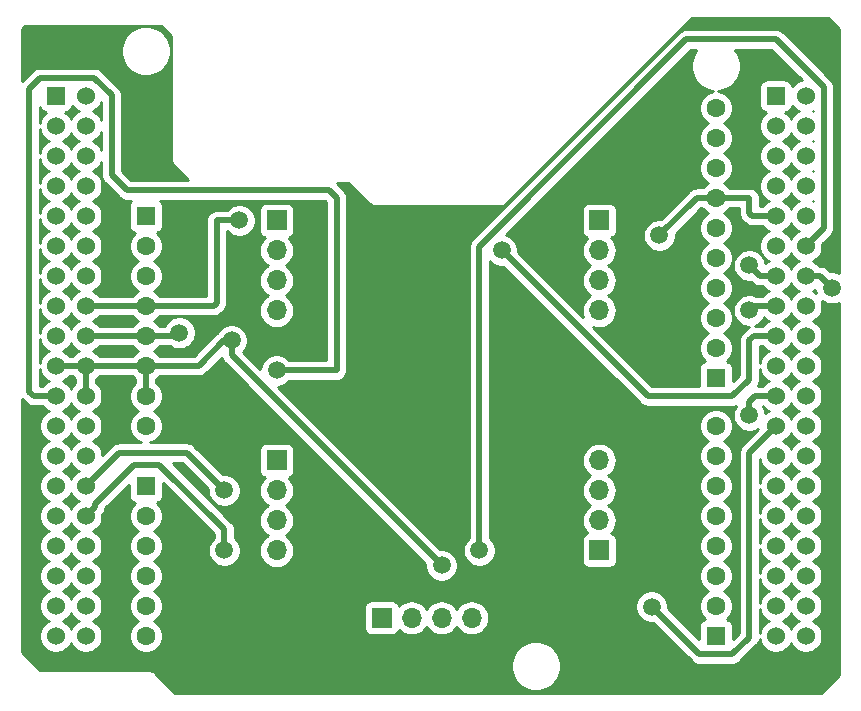
<source format=gbr>
G04 #@! TF.GenerationSoftware,KiCad,Pcbnew,(5.1.2)-2*
G04 #@! TF.CreationDate,2021-05-25T09:48:18+09:00*
G04 #@! TF.ProjectId,encoder,656e636f-6465-4722-9e6b-696361645f70,rev?*
G04 #@! TF.SameCoordinates,Original*
G04 #@! TF.FileFunction,Copper,L1,Top*
G04 #@! TF.FilePolarity,Positive*
%FSLAX46Y46*%
G04 Gerber Fmt 4.6, Leading zero omitted, Abs format (unit mm)*
G04 Created by KiCad (PCBNEW (5.1.2)-2) date 2021-05-25 09:48:18*
%MOMM*%
%LPD*%
G04 APERTURE LIST*
%ADD10R,1.530000X1.530000*%
%ADD11C,1.530000*%
%ADD12R,1.605000X1.605000*%
%ADD13C,1.605000*%
%ADD14R,1.700000X1.700000*%
%ADD15O,1.700000X1.700000*%
%ADD16C,1.500000*%
%ADD17C,0.500000*%
%ADD18C,0.254000*%
G04 APERTURE END LIST*
D10*
X98775001Y-68845001D03*
D11*
X98775001Y-114565001D03*
X101315001Y-68845001D03*
X98775001Y-71385001D03*
X101315001Y-71385001D03*
X98775001Y-73925001D03*
X101315001Y-73925001D03*
X98775001Y-76465001D03*
X101315001Y-76465001D03*
X98775001Y-79005001D03*
X101315001Y-79005001D03*
X98775001Y-81545001D03*
X101315001Y-81545001D03*
X98775001Y-84085001D03*
X101315001Y-84085001D03*
X98775001Y-86625001D03*
X101315001Y-86625001D03*
X98775001Y-89165001D03*
X101315001Y-89165001D03*
X98775001Y-91705001D03*
X101315001Y-91705001D03*
X98775001Y-94245001D03*
X101315001Y-94245001D03*
X98775001Y-96785001D03*
X101315001Y-96785001D03*
X98775001Y-99325001D03*
X101315001Y-99325001D03*
X98775001Y-101865001D03*
X101315001Y-101865001D03*
X98775001Y-104405001D03*
X101315001Y-104405001D03*
X98775001Y-106945001D03*
X101315001Y-106945001D03*
X98775001Y-109485001D03*
X101315001Y-109485001D03*
X98775001Y-112025001D03*
X101315001Y-112025001D03*
X101315001Y-114565001D03*
D10*
X159735001Y-68845001D03*
D11*
X159735001Y-114565001D03*
X162275001Y-68845001D03*
X159735001Y-71385001D03*
X162275001Y-71385001D03*
X159735001Y-73925001D03*
X162275001Y-73925001D03*
X159735001Y-76465001D03*
X162275001Y-76465001D03*
X159735001Y-79005001D03*
X162275001Y-79005001D03*
X159735001Y-81545001D03*
X162275001Y-81545001D03*
X159735001Y-84085001D03*
X162275001Y-84085001D03*
X159735001Y-86625001D03*
X162275001Y-86625001D03*
X159735001Y-89165001D03*
X162275001Y-89165001D03*
X159735001Y-91705001D03*
X162275001Y-91705001D03*
X159735001Y-94245001D03*
X162275001Y-94245001D03*
X159735001Y-96785001D03*
X162275001Y-96785001D03*
X159735001Y-99325001D03*
X162275001Y-99325001D03*
X159735001Y-101865001D03*
X162275001Y-101865001D03*
X159735001Y-104405001D03*
X162275001Y-104405001D03*
X159735001Y-106945001D03*
X162275001Y-106945001D03*
X159735001Y-109485001D03*
X162275001Y-109485001D03*
X159735001Y-112025001D03*
X162275001Y-112025001D03*
X162275001Y-114565001D03*
D12*
X106395001Y-79005001D03*
D13*
X106395001Y-81545001D03*
X106395001Y-84085001D03*
X106395001Y-86625001D03*
X106395001Y-89165001D03*
X106395001Y-91705001D03*
X106395001Y-94245001D03*
X106395001Y-96785001D03*
D12*
X154655001Y-114565001D03*
D13*
X154655001Y-112025001D03*
X154655001Y-109485001D03*
X154655001Y-106945001D03*
X154655001Y-104405001D03*
X154655001Y-101865001D03*
X154655001Y-99325001D03*
X154655001Y-96785001D03*
D12*
X106395001Y-101865001D03*
D13*
X106395001Y-104405001D03*
X106395001Y-106945001D03*
X106395001Y-109485001D03*
X106395001Y-112025001D03*
X106395001Y-114565001D03*
D12*
X154655001Y-92725001D03*
D13*
X154655001Y-90185001D03*
X154655001Y-87645001D03*
X154655001Y-85105001D03*
X154655001Y-82565001D03*
X154655001Y-80025001D03*
X154655001Y-77485001D03*
X154655001Y-74945001D03*
X154655001Y-72405001D03*
X154655001Y-69865001D03*
D14*
X144780000Y-107315000D03*
D15*
X144780000Y-104775000D03*
X144780000Y-102235000D03*
X144780000Y-99695000D03*
X117475000Y-107315000D03*
X117475000Y-104775000D03*
X117475000Y-102235000D03*
D14*
X117475000Y-99695000D03*
X144780000Y-79375000D03*
D15*
X144780000Y-81915000D03*
X144780000Y-84455000D03*
X144780000Y-86995000D03*
X117475000Y-86995000D03*
X117475000Y-84455000D03*
X117475000Y-81915000D03*
D14*
X117475000Y-79375000D03*
X126365000Y-113030000D03*
D15*
X128905000Y-113030000D03*
X131445000Y-113030000D03*
X133985000Y-113030000D03*
D16*
X149860000Y-80645000D03*
X113665000Y-89535000D03*
X131445000Y-108585000D03*
X114300000Y-79375000D03*
X109220000Y-88900000D03*
X117475000Y-92075000D03*
X113030000Y-102235000D03*
X113030000Y-107315000D03*
X134620000Y-107315000D03*
X157480000Y-83185000D03*
X164465000Y-85090000D03*
X157480000Y-86995000D03*
X136525000Y-81915000D03*
X157480000Y-95885000D03*
X149225000Y-112090002D03*
D17*
X98775001Y-91705001D02*
X106395001Y-91705001D01*
X106395001Y-94245001D02*
X106395001Y-91705001D01*
X101315001Y-91705001D02*
X101315001Y-94245001D01*
X154655001Y-77485001D02*
X157464999Y-77485001D01*
X157464999Y-77485001D02*
X157480000Y-77500002D01*
X157745001Y-79005001D02*
X157480000Y-78740000D01*
X159735001Y-79005001D02*
X157745001Y-79005001D01*
X157480000Y-77500002D02*
X157480000Y-78740000D01*
X153520095Y-77485001D02*
X153505094Y-77470000D01*
X154655001Y-77485001D02*
X153520095Y-77485001D01*
X153035000Y-77470000D02*
X149860000Y-80645000D01*
X153505094Y-77470000D02*
X153035000Y-77470000D01*
X106395001Y-91705001D02*
X110859999Y-91705001D01*
X110859999Y-91705001D02*
X113030000Y-89535000D01*
X113030000Y-89535000D02*
X113665000Y-89535000D01*
X113665000Y-89535000D02*
X113665000Y-89535000D01*
X113665000Y-90805000D02*
X113665000Y-89535000D01*
X131445000Y-108585000D02*
X113665000Y-90805000D01*
X101315001Y-86625001D02*
X106395001Y-86625001D01*
X112395000Y-79375000D02*
X114300000Y-79375000D01*
X112395000Y-86360000D02*
X112395000Y-79375000D01*
X112129999Y-86625001D02*
X112395000Y-86360000D01*
X106395001Y-86625001D02*
X112129999Y-86625001D01*
X106395001Y-89165001D02*
X101315001Y-89165001D01*
X106395001Y-89165001D02*
X108954999Y-89165001D01*
X108954999Y-89165001D02*
X109220000Y-88900000D01*
X109220000Y-88900000D02*
X109220000Y-88900000D01*
X122555000Y-92075000D02*
X117475000Y-92075000D01*
X96889999Y-94245001D02*
X96520000Y-93875002D01*
X98775001Y-94245001D02*
X96889999Y-94245001D01*
X96520000Y-93875002D02*
X96520000Y-68220000D01*
X121920000Y-76835000D02*
X104775000Y-76835000D01*
X122555000Y-77470000D02*
X121920000Y-76835000D01*
X122555000Y-77470000D02*
X122555000Y-92075000D01*
X104775000Y-76835000D02*
X103505000Y-75565000D01*
X97410000Y-67330000D02*
X96520000Y-68220000D01*
X102042202Y-67330000D02*
X97410000Y-67330000D01*
X103505000Y-68792798D02*
X102042202Y-67330000D01*
X103505000Y-75565000D02*
X103505000Y-68792798D01*
X112280001Y-101485001D02*
X113030000Y-102235000D01*
X109855000Y-99060000D02*
X112280001Y-101485001D01*
X104120002Y-99060000D02*
X109855000Y-99060000D01*
X101315001Y-101865001D02*
X104120002Y-99060000D01*
X113030000Y-106254340D02*
X113030000Y-107315000D01*
X113030000Y-105544998D02*
X113030000Y-106254340D01*
X107545012Y-100060010D02*
X113030000Y-105544998D01*
X105410000Y-100060010D02*
X107545012Y-100060010D01*
X102080000Y-103390010D02*
X105410000Y-100060010D01*
X102080000Y-103640002D02*
X102080000Y-103390010D01*
X101315001Y-104405001D02*
X102080000Y-103640002D01*
X152164998Y-64055000D02*
X134620000Y-81599998D01*
X159727202Y-64055000D02*
X152164998Y-64055000D01*
X163790002Y-68117800D02*
X159727202Y-64055000D01*
X162275001Y-81545001D02*
X163790002Y-80030000D01*
X163790002Y-80030000D02*
X163790002Y-68117800D01*
X134620000Y-81599998D02*
X134620000Y-107315000D01*
X134620000Y-107315000D02*
X134620000Y-107315000D01*
X158380001Y-84085001D02*
X157480000Y-83185000D01*
X159735001Y-84085001D02*
X158380001Y-84085001D01*
X162275001Y-84085001D02*
X163460001Y-84085001D01*
X163460001Y-84085001D02*
X164465000Y-85090000D01*
X164465000Y-85090000D02*
X164465000Y-85090000D01*
X159735001Y-86625001D02*
X157849999Y-86625001D01*
X157849999Y-86625001D02*
X157480000Y-86995000D01*
X157480000Y-86995000D02*
X157480000Y-86995000D01*
X136525000Y-81915000D02*
X136525000Y-81915000D01*
X159735001Y-89165001D02*
X157849999Y-89165001D01*
X157849999Y-89165001D02*
X157480000Y-89535000D01*
X147955000Y-93345000D02*
X136525000Y-81915000D01*
X157480000Y-89535000D02*
X157480000Y-92855004D01*
X157480000Y-92855004D02*
X156057502Y-94277502D01*
X156057502Y-94277502D02*
X148887502Y-94277502D01*
X148887502Y-94277502D02*
X147955000Y-93345000D01*
X157994226Y-94245001D02*
X157480000Y-94759227D01*
X159735001Y-94245001D02*
X157994226Y-94245001D01*
X157480000Y-94759227D02*
X157480000Y-95885000D01*
X157480000Y-95885000D02*
X157480000Y-95885000D01*
X149225000Y-112090002D02*
X149225000Y-112090002D01*
X157480000Y-99040002D02*
X159735001Y-96785001D01*
X157480000Y-114695004D02*
X157480000Y-99040002D01*
X156057502Y-116117502D02*
X157480000Y-114695004D01*
X149225000Y-112090002D02*
X153252500Y-116117502D01*
X153252500Y-116117502D02*
X156057502Y-116117502D01*
D18*
G36*
X165075001Y-63138382D02*
G01*
X165075001Y-83843558D01*
X164868989Y-83758225D01*
X164601411Y-83705000D01*
X164331578Y-83705000D01*
X164116535Y-83489957D01*
X164088818Y-83456184D01*
X163954060Y-83345590D01*
X163800314Y-83263412D01*
X163633491Y-83212806D01*
X163503478Y-83200001D01*
X163503470Y-83200001D01*
X163460001Y-83195720D01*
X163416532Y-83200001D01*
X163367429Y-83200001D01*
X163362452Y-83192553D01*
X163167449Y-82997550D01*
X162938150Y-82844337D01*
X162867327Y-82815001D01*
X162938150Y-82785665D01*
X163167449Y-82632452D01*
X163362452Y-82437449D01*
X163515665Y-82208150D01*
X163621200Y-81953366D01*
X163675001Y-81682889D01*
X163675001Y-81407113D01*
X163673253Y-81398327D01*
X164385052Y-80686529D01*
X164418819Y-80658817D01*
X164465144Y-80602371D01*
X164529412Y-80524060D01*
X164529413Y-80524059D01*
X164611591Y-80370313D01*
X164662197Y-80203490D01*
X164675002Y-80073477D01*
X164675002Y-80073469D01*
X164679283Y-80030000D01*
X164675002Y-79986531D01*
X164675002Y-68161269D01*
X164679283Y-68117800D01*
X164675002Y-68074331D01*
X164675002Y-68074323D01*
X164662197Y-67944310D01*
X164611591Y-67777487D01*
X164529413Y-67623741D01*
X164418819Y-67488983D01*
X164385051Y-67461270D01*
X160383736Y-63459956D01*
X160356019Y-63426183D01*
X160221261Y-63315589D01*
X160067515Y-63233411D01*
X159900692Y-63182805D01*
X159770679Y-63170000D01*
X159770671Y-63170000D01*
X159727202Y-63165719D01*
X159683733Y-63170000D01*
X152208463Y-63170000D01*
X152164997Y-63165719D01*
X152121531Y-63170000D01*
X152121521Y-63170000D01*
X151991508Y-63182805D01*
X151824685Y-63233411D01*
X151670939Y-63315589D01*
X151670937Y-63315590D01*
X151670938Y-63315590D01*
X151569951Y-63398468D01*
X151569949Y-63398470D01*
X151536181Y-63426183D01*
X151508468Y-63459951D01*
X134024956Y-80943464D01*
X133991183Y-80971181D01*
X133880589Y-81105940D01*
X133798411Y-81259686D01*
X133747805Y-81426509D01*
X133735000Y-81556522D01*
X133735000Y-81556529D01*
X133730719Y-81599998D01*
X133735000Y-81643467D01*
X133735001Y-106241314D01*
X133544201Y-106432114D01*
X133392629Y-106658957D01*
X133288225Y-106911011D01*
X133235000Y-107178589D01*
X133235000Y-107451411D01*
X133288225Y-107718989D01*
X133392629Y-107971043D01*
X133544201Y-108197886D01*
X133737114Y-108390799D01*
X133963957Y-108542371D01*
X134216011Y-108646775D01*
X134483589Y-108700000D01*
X134756411Y-108700000D01*
X135023989Y-108646775D01*
X135276043Y-108542371D01*
X135502886Y-108390799D01*
X135695799Y-108197886D01*
X135847371Y-107971043D01*
X135951775Y-107718989D01*
X136005000Y-107451411D01*
X136005000Y-107178589D01*
X135951775Y-106911011D01*
X135847371Y-106658957D01*
X135695799Y-106432114D01*
X135505000Y-106241315D01*
X135505000Y-99695000D01*
X143287815Y-99695000D01*
X143316487Y-99986111D01*
X143401401Y-100266034D01*
X143539294Y-100524014D01*
X143724866Y-100750134D01*
X143950986Y-100935706D01*
X144005791Y-100965000D01*
X143950986Y-100994294D01*
X143724866Y-101179866D01*
X143539294Y-101405986D01*
X143401401Y-101663966D01*
X143316487Y-101943889D01*
X143287815Y-102235000D01*
X143316487Y-102526111D01*
X143401401Y-102806034D01*
X143539294Y-103064014D01*
X143724866Y-103290134D01*
X143950986Y-103475706D01*
X144005791Y-103505000D01*
X143950986Y-103534294D01*
X143724866Y-103719866D01*
X143539294Y-103945986D01*
X143401401Y-104203966D01*
X143316487Y-104483889D01*
X143287815Y-104775000D01*
X143316487Y-105066111D01*
X143401401Y-105346034D01*
X143539294Y-105604014D01*
X143724866Y-105830134D01*
X143754687Y-105854607D01*
X143685820Y-105875498D01*
X143575506Y-105934463D01*
X143478815Y-106013815D01*
X143399463Y-106110506D01*
X143340498Y-106220820D01*
X143304188Y-106340518D01*
X143291928Y-106465000D01*
X143291928Y-108165000D01*
X143304188Y-108289482D01*
X143340498Y-108409180D01*
X143399463Y-108519494D01*
X143478815Y-108616185D01*
X143575506Y-108695537D01*
X143685820Y-108754502D01*
X143805518Y-108790812D01*
X143930000Y-108803072D01*
X145630000Y-108803072D01*
X145754482Y-108790812D01*
X145874180Y-108754502D01*
X145984494Y-108695537D01*
X146081185Y-108616185D01*
X146160537Y-108519494D01*
X146219502Y-108409180D01*
X146255812Y-108289482D01*
X146268072Y-108165000D01*
X146268072Y-106465000D01*
X146255812Y-106340518D01*
X146219502Y-106220820D01*
X146160537Y-106110506D01*
X146081185Y-106013815D01*
X145984494Y-105934463D01*
X145874180Y-105875498D01*
X145805313Y-105854607D01*
X145835134Y-105830134D01*
X146020706Y-105604014D01*
X146158599Y-105346034D01*
X146243513Y-105066111D01*
X146272185Y-104775000D01*
X146243513Y-104483889D01*
X146158599Y-104203966D01*
X146020706Y-103945986D01*
X145835134Y-103719866D01*
X145609014Y-103534294D01*
X145554209Y-103505000D01*
X145609014Y-103475706D01*
X145835134Y-103290134D01*
X146020706Y-103064014D01*
X146158599Y-102806034D01*
X146243513Y-102526111D01*
X146272185Y-102235000D01*
X146243513Y-101943889D01*
X146158599Y-101663966D01*
X146020706Y-101405986D01*
X145835134Y-101179866D01*
X145609014Y-100994294D01*
X145554209Y-100965000D01*
X145609014Y-100935706D01*
X145835134Y-100750134D01*
X146020706Y-100524014D01*
X146158599Y-100266034D01*
X146243513Y-99986111D01*
X146272185Y-99695000D01*
X146243513Y-99403889D01*
X146158599Y-99123966D01*
X146020706Y-98865986D01*
X145835134Y-98639866D01*
X145609014Y-98454294D01*
X145351034Y-98316401D01*
X145071111Y-98231487D01*
X144852950Y-98210000D01*
X144707050Y-98210000D01*
X144488889Y-98231487D01*
X144208966Y-98316401D01*
X143950986Y-98454294D01*
X143724866Y-98639866D01*
X143539294Y-98865986D01*
X143401401Y-99123966D01*
X143316487Y-99403889D01*
X143287815Y-99695000D01*
X135505000Y-99695000D01*
X135505000Y-82853685D01*
X135642114Y-82990799D01*
X135868957Y-83142371D01*
X136121011Y-83246775D01*
X136388589Y-83300000D01*
X136658422Y-83300000D01*
X147359953Y-94001532D01*
X147359958Y-94001536D01*
X148230972Y-94872551D01*
X148258685Y-94906319D01*
X148292453Y-94934032D01*
X148292455Y-94934034D01*
X148353841Y-94984412D01*
X148393443Y-95016913D01*
X148547189Y-95099091D01*
X148649084Y-95130001D01*
X148714011Y-95149697D01*
X148728808Y-95151154D01*
X148844025Y-95162502D01*
X148844033Y-95162502D01*
X148887502Y-95166783D01*
X148930971Y-95162502D01*
X156014033Y-95162502D01*
X156057502Y-95166783D01*
X156100971Y-95162502D01*
X156100979Y-95162502D01*
X156230992Y-95149697D01*
X156324553Y-95121315D01*
X156252629Y-95228957D01*
X156148225Y-95481011D01*
X156095000Y-95748589D01*
X156095000Y-96021411D01*
X156148225Y-96288989D01*
X156252629Y-96541043D01*
X156404201Y-96767886D01*
X156597114Y-96960799D01*
X156823957Y-97112371D01*
X157076011Y-97216775D01*
X157343589Y-97270000D01*
X157616411Y-97270000D01*
X157883989Y-97216775D01*
X158136043Y-97112371D01*
X158196345Y-97072078D01*
X156884951Y-98383473D01*
X156851184Y-98411185D01*
X156823471Y-98444953D01*
X156823468Y-98444956D01*
X156740590Y-98545943D01*
X156658412Y-98699689D01*
X156607805Y-98866512D01*
X156590719Y-99040002D01*
X156595001Y-99083481D01*
X156595000Y-114328425D01*
X156095573Y-114827853D01*
X156095573Y-113762501D01*
X156083313Y-113638019D01*
X156047003Y-113518321D01*
X155988038Y-113408007D01*
X155908686Y-113311316D01*
X155811995Y-113231964D01*
X155701681Y-113172999D01*
X155581983Y-113136689D01*
X155576759Y-113136175D01*
X155771580Y-112941354D01*
X155928897Y-112705912D01*
X156037258Y-112444304D01*
X156092501Y-112166582D01*
X156092501Y-111883420D01*
X156037258Y-111605698D01*
X155928897Y-111344090D01*
X155771580Y-111108648D01*
X155571354Y-110908422D01*
X155341743Y-110755001D01*
X155571354Y-110601580D01*
X155771580Y-110401354D01*
X155928897Y-110165912D01*
X156037258Y-109904304D01*
X156092501Y-109626582D01*
X156092501Y-109343420D01*
X156037258Y-109065698D01*
X155928897Y-108804090D01*
X155771580Y-108568648D01*
X155571354Y-108368422D01*
X155341743Y-108215001D01*
X155571354Y-108061580D01*
X155771580Y-107861354D01*
X155928897Y-107625912D01*
X156037258Y-107364304D01*
X156092501Y-107086582D01*
X156092501Y-106803420D01*
X156037258Y-106525698D01*
X155928897Y-106264090D01*
X155771580Y-106028648D01*
X155571354Y-105828422D01*
X155341743Y-105675001D01*
X155571354Y-105521580D01*
X155771580Y-105321354D01*
X155928897Y-105085912D01*
X156037258Y-104824304D01*
X156092501Y-104546582D01*
X156092501Y-104263420D01*
X156037258Y-103985698D01*
X155928897Y-103724090D01*
X155771580Y-103488648D01*
X155571354Y-103288422D01*
X155341743Y-103135001D01*
X155571354Y-102981580D01*
X155771580Y-102781354D01*
X155928897Y-102545912D01*
X156037258Y-102284304D01*
X156092501Y-102006582D01*
X156092501Y-101723420D01*
X156037258Y-101445698D01*
X155928897Y-101184090D01*
X155771580Y-100948648D01*
X155571354Y-100748422D01*
X155341743Y-100595001D01*
X155571354Y-100441580D01*
X155771580Y-100241354D01*
X155928897Y-100005912D01*
X156037258Y-99744304D01*
X156092501Y-99466582D01*
X156092501Y-99183420D01*
X156037258Y-98905698D01*
X155928897Y-98644090D01*
X155771580Y-98408648D01*
X155571354Y-98208422D01*
X155341743Y-98055001D01*
X155571354Y-97901580D01*
X155771580Y-97701354D01*
X155928897Y-97465912D01*
X156037258Y-97204304D01*
X156092501Y-96926582D01*
X156092501Y-96643420D01*
X156037258Y-96365698D01*
X155928897Y-96104090D01*
X155771580Y-95868648D01*
X155571354Y-95668422D01*
X155335912Y-95511105D01*
X155074304Y-95402744D01*
X154796582Y-95347501D01*
X154513420Y-95347501D01*
X154235698Y-95402744D01*
X153974090Y-95511105D01*
X153738648Y-95668422D01*
X153538422Y-95868648D01*
X153381105Y-96104090D01*
X153272744Y-96365698D01*
X153217501Y-96643420D01*
X153217501Y-96926582D01*
X153272744Y-97204304D01*
X153381105Y-97465912D01*
X153538422Y-97701354D01*
X153738648Y-97901580D01*
X153968259Y-98055001D01*
X153738648Y-98208422D01*
X153538422Y-98408648D01*
X153381105Y-98644090D01*
X153272744Y-98905698D01*
X153217501Y-99183420D01*
X153217501Y-99466582D01*
X153272744Y-99744304D01*
X153381105Y-100005912D01*
X153538422Y-100241354D01*
X153738648Y-100441580D01*
X153968259Y-100595001D01*
X153738648Y-100748422D01*
X153538422Y-100948648D01*
X153381105Y-101184090D01*
X153272744Y-101445698D01*
X153217501Y-101723420D01*
X153217501Y-102006582D01*
X153272744Y-102284304D01*
X153381105Y-102545912D01*
X153538422Y-102781354D01*
X153738648Y-102981580D01*
X153968259Y-103135001D01*
X153738648Y-103288422D01*
X153538422Y-103488648D01*
X153381105Y-103724090D01*
X153272744Y-103985698D01*
X153217501Y-104263420D01*
X153217501Y-104546582D01*
X153272744Y-104824304D01*
X153381105Y-105085912D01*
X153538422Y-105321354D01*
X153738648Y-105521580D01*
X153968259Y-105675001D01*
X153738648Y-105828422D01*
X153538422Y-106028648D01*
X153381105Y-106264090D01*
X153272744Y-106525698D01*
X153217501Y-106803420D01*
X153217501Y-107086582D01*
X153272744Y-107364304D01*
X153381105Y-107625912D01*
X153538422Y-107861354D01*
X153738648Y-108061580D01*
X153968259Y-108215001D01*
X153738648Y-108368422D01*
X153538422Y-108568648D01*
X153381105Y-108804090D01*
X153272744Y-109065698D01*
X153217501Y-109343420D01*
X153217501Y-109626582D01*
X153272744Y-109904304D01*
X153381105Y-110165912D01*
X153538422Y-110401354D01*
X153738648Y-110601580D01*
X153968259Y-110755001D01*
X153738648Y-110908422D01*
X153538422Y-111108648D01*
X153381105Y-111344090D01*
X153272744Y-111605698D01*
X153217501Y-111883420D01*
X153217501Y-112166582D01*
X153272744Y-112444304D01*
X153381105Y-112705912D01*
X153538422Y-112941354D01*
X153733243Y-113136175D01*
X153728019Y-113136689D01*
X153608321Y-113172999D01*
X153498007Y-113231964D01*
X153401316Y-113311316D01*
X153321964Y-113408007D01*
X153262999Y-113518321D01*
X153226689Y-113638019D01*
X153214429Y-113762501D01*
X153214429Y-114827852D01*
X150610000Y-112223424D01*
X150610000Y-111953591D01*
X150556775Y-111686013D01*
X150452371Y-111433959D01*
X150300799Y-111207116D01*
X150107886Y-111014203D01*
X149881043Y-110862631D01*
X149628989Y-110758227D01*
X149361411Y-110705002D01*
X149088589Y-110705002D01*
X148821011Y-110758227D01*
X148568957Y-110862631D01*
X148342114Y-111014203D01*
X148149201Y-111207116D01*
X147997629Y-111433959D01*
X147893225Y-111686013D01*
X147840000Y-111953591D01*
X147840000Y-112226413D01*
X147893225Y-112493991D01*
X147997629Y-112746045D01*
X148149201Y-112972888D01*
X148342114Y-113165801D01*
X148568957Y-113317373D01*
X148821011Y-113421777D01*
X149088589Y-113475002D01*
X149358422Y-113475002D01*
X152595970Y-116712551D01*
X152623683Y-116746319D01*
X152657451Y-116774032D01*
X152657453Y-116774034D01*
X152710672Y-116817710D01*
X152758441Y-116856913D01*
X152912187Y-116939091D01*
X153079010Y-116989697D01*
X153209023Y-117002502D01*
X153209033Y-117002502D01*
X153252499Y-117006783D01*
X153295965Y-117002502D01*
X156014033Y-117002502D01*
X156057502Y-117006783D01*
X156100971Y-117002502D01*
X156100979Y-117002502D01*
X156230992Y-116989697D01*
X156397815Y-116939091D01*
X156551561Y-116856913D01*
X156686319Y-116746319D01*
X156714036Y-116712546D01*
X158075050Y-115351533D01*
X158108817Y-115323821D01*
X158173253Y-115245307D01*
X158219410Y-115189064D01*
X158219411Y-115189063D01*
X158301589Y-115035317D01*
X158352195Y-114868494D01*
X158357410Y-114815546D01*
X158388802Y-114973366D01*
X158494337Y-115228150D01*
X158647550Y-115457449D01*
X158842553Y-115652452D01*
X159071852Y-115805665D01*
X159326636Y-115911200D01*
X159597113Y-115965001D01*
X159872889Y-115965001D01*
X160143366Y-115911200D01*
X160398150Y-115805665D01*
X160627449Y-115652452D01*
X160822452Y-115457449D01*
X160975665Y-115228150D01*
X161005001Y-115157327D01*
X161034337Y-115228150D01*
X161187550Y-115457449D01*
X161382553Y-115652452D01*
X161611852Y-115805665D01*
X161866636Y-115911200D01*
X162137113Y-115965001D01*
X162412889Y-115965001D01*
X162683366Y-115911200D01*
X162938150Y-115805665D01*
X163167449Y-115652452D01*
X163362452Y-115457449D01*
X163515665Y-115228150D01*
X163621200Y-114973366D01*
X163675001Y-114702889D01*
X163675001Y-114427113D01*
X163621200Y-114156636D01*
X163515665Y-113901852D01*
X163362452Y-113672553D01*
X163167449Y-113477550D01*
X162938150Y-113324337D01*
X162867327Y-113295001D01*
X162938150Y-113265665D01*
X163167449Y-113112452D01*
X163362452Y-112917449D01*
X163515665Y-112688150D01*
X163621200Y-112433366D01*
X163675001Y-112162889D01*
X163675001Y-111887113D01*
X163621200Y-111616636D01*
X163515665Y-111361852D01*
X163362452Y-111132553D01*
X163167449Y-110937550D01*
X162938150Y-110784337D01*
X162867327Y-110755001D01*
X162938150Y-110725665D01*
X163167449Y-110572452D01*
X163362452Y-110377449D01*
X163515665Y-110148150D01*
X163621200Y-109893366D01*
X163675001Y-109622889D01*
X163675001Y-109347113D01*
X163621200Y-109076636D01*
X163515665Y-108821852D01*
X163362452Y-108592553D01*
X163167449Y-108397550D01*
X162938150Y-108244337D01*
X162867327Y-108215001D01*
X162938150Y-108185665D01*
X163167449Y-108032452D01*
X163362452Y-107837449D01*
X163515665Y-107608150D01*
X163621200Y-107353366D01*
X163675001Y-107082889D01*
X163675001Y-106807113D01*
X163621200Y-106536636D01*
X163515665Y-106281852D01*
X163362452Y-106052553D01*
X163167449Y-105857550D01*
X162938150Y-105704337D01*
X162867327Y-105675001D01*
X162938150Y-105645665D01*
X163167449Y-105492452D01*
X163362452Y-105297449D01*
X163515665Y-105068150D01*
X163621200Y-104813366D01*
X163675001Y-104542889D01*
X163675001Y-104267113D01*
X163621200Y-103996636D01*
X163515665Y-103741852D01*
X163362452Y-103512553D01*
X163167449Y-103317550D01*
X162938150Y-103164337D01*
X162867327Y-103135001D01*
X162938150Y-103105665D01*
X163167449Y-102952452D01*
X163362452Y-102757449D01*
X163515665Y-102528150D01*
X163621200Y-102273366D01*
X163675001Y-102002889D01*
X163675001Y-101727113D01*
X163621200Y-101456636D01*
X163515665Y-101201852D01*
X163362452Y-100972553D01*
X163167449Y-100777550D01*
X162938150Y-100624337D01*
X162867327Y-100595001D01*
X162938150Y-100565665D01*
X163167449Y-100412452D01*
X163362452Y-100217449D01*
X163515665Y-99988150D01*
X163621200Y-99733366D01*
X163675001Y-99462889D01*
X163675001Y-99187113D01*
X163621200Y-98916636D01*
X163515665Y-98661852D01*
X163362452Y-98432553D01*
X163167449Y-98237550D01*
X162938150Y-98084337D01*
X162867327Y-98055001D01*
X162938150Y-98025665D01*
X163167449Y-97872452D01*
X163362452Y-97677449D01*
X163515665Y-97448150D01*
X163621200Y-97193366D01*
X163675001Y-96922889D01*
X163675001Y-96647113D01*
X163621200Y-96376636D01*
X163515665Y-96121852D01*
X163362452Y-95892553D01*
X163167449Y-95697550D01*
X162938150Y-95544337D01*
X162867327Y-95515001D01*
X162938150Y-95485665D01*
X163167449Y-95332452D01*
X163362452Y-95137449D01*
X163515665Y-94908150D01*
X163621200Y-94653366D01*
X163675001Y-94382889D01*
X163675001Y-94107113D01*
X163621200Y-93836636D01*
X163515665Y-93581852D01*
X163362452Y-93352553D01*
X163167449Y-93157550D01*
X162938150Y-93004337D01*
X162867327Y-92975001D01*
X162938150Y-92945665D01*
X163167449Y-92792452D01*
X163362452Y-92597449D01*
X163515665Y-92368150D01*
X163621200Y-92113366D01*
X163675001Y-91842889D01*
X163675001Y-91567113D01*
X163621200Y-91296636D01*
X163515665Y-91041852D01*
X163362452Y-90812553D01*
X163167449Y-90617550D01*
X162938150Y-90464337D01*
X162867327Y-90435001D01*
X162938150Y-90405665D01*
X163167449Y-90252452D01*
X163362452Y-90057449D01*
X163515665Y-89828150D01*
X163621200Y-89573366D01*
X163675001Y-89302889D01*
X163675001Y-89027113D01*
X163621200Y-88756636D01*
X163515665Y-88501852D01*
X163362452Y-88272553D01*
X163167449Y-88077550D01*
X162938150Y-87924337D01*
X162867327Y-87895001D01*
X162938150Y-87865665D01*
X163167449Y-87712452D01*
X163362452Y-87517449D01*
X163515665Y-87288150D01*
X163621200Y-87033366D01*
X163675001Y-86762889D01*
X163675001Y-86487113D01*
X163621200Y-86216636D01*
X163607042Y-86182455D01*
X163808957Y-86317371D01*
X164061011Y-86421775D01*
X164328589Y-86475000D01*
X164601411Y-86475000D01*
X164868989Y-86421775D01*
X165075001Y-86336442D01*
X165075000Y-117836619D01*
X163556620Y-119355000D01*
X108858381Y-119355000D01*
X107169616Y-117666236D01*
X107148948Y-117641052D01*
X107048450Y-117558575D01*
X106933793Y-117497290D01*
X106809383Y-117459550D01*
X106712419Y-117450000D01*
X106712409Y-117450000D01*
X106680000Y-117446808D01*
X106647591Y-117450000D01*
X97428381Y-117450000D01*
X96873103Y-116894722D01*
X137280001Y-116894722D01*
X137280001Y-117315280D01*
X137362048Y-117727757D01*
X137522989Y-118116303D01*
X137756638Y-118465984D01*
X138054018Y-118763364D01*
X138403699Y-118997013D01*
X138792245Y-119157954D01*
X139204722Y-119240001D01*
X139625280Y-119240001D01*
X140037757Y-119157954D01*
X140426303Y-118997013D01*
X140775984Y-118763364D01*
X141073364Y-118465984D01*
X141307013Y-118116303D01*
X141467954Y-117727757D01*
X141550001Y-117315280D01*
X141550001Y-116894722D01*
X141467954Y-116482245D01*
X141307013Y-116093699D01*
X141073364Y-115744018D01*
X140775984Y-115446638D01*
X140426303Y-115212989D01*
X140037757Y-115052048D01*
X139625280Y-114970001D01*
X139204722Y-114970001D01*
X138792245Y-115052048D01*
X138403699Y-115212989D01*
X138054018Y-115446638D01*
X137756638Y-115744018D01*
X137522989Y-116093699D01*
X137362048Y-116482245D01*
X137280001Y-116894722D01*
X96873103Y-116894722D01*
X95910000Y-115931620D01*
X95910000Y-94519262D01*
X95924956Y-94531536D01*
X96233465Y-94840045D01*
X96261182Y-94873818D01*
X96395940Y-94984412D01*
X96449060Y-95012805D01*
X96549685Y-95066590D01*
X96658306Y-95099540D01*
X96716509Y-95117196D01*
X96846522Y-95130001D01*
X96846530Y-95130001D01*
X96889999Y-95134282D01*
X96933468Y-95130001D01*
X97682573Y-95130001D01*
X97687550Y-95137449D01*
X97882553Y-95332452D01*
X98111852Y-95485665D01*
X98182675Y-95515001D01*
X98111852Y-95544337D01*
X97882553Y-95697550D01*
X97687550Y-95892553D01*
X97534337Y-96121852D01*
X97428802Y-96376636D01*
X97375001Y-96647113D01*
X97375001Y-96922889D01*
X97428802Y-97193366D01*
X97534337Y-97448150D01*
X97687550Y-97677449D01*
X97882553Y-97872452D01*
X98111852Y-98025665D01*
X98182675Y-98055001D01*
X98111852Y-98084337D01*
X97882553Y-98237550D01*
X97687550Y-98432553D01*
X97534337Y-98661852D01*
X97428802Y-98916636D01*
X97375001Y-99187113D01*
X97375001Y-99462889D01*
X97428802Y-99733366D01*
X97534337Y-99988150D01*
X97687550Y-100217449D01*
X97882553Y-100412452D01*
X98111852Y-100565665D01*
X98182675Y-100595001D01*
X98111852Y-100624337D01*
X97882553Y-100777550D01*
X97687550Y-100972553D01*
X97534337Y-101201852D01*
X97428802Y-101456636D01*
X97375001Y-101727113D01*
X97375001Y-102002889D01*
X97428802Y-102273366D01*
X97534337Y-102528150D01*
X97687550Y-102757449D01*
X97882553Y-102952452D01*
X98111852Y-103105665D01*
X98182675Y-103135001D01*
X98111852Y-103164337D01*
X97882553Y-103317550D01*
X97687550Y-103512553D01*
X97534337Y-103741852D01*
X97428802Y-103996636D01*
X97375001Y-104267113D01*
X97375001Y-104542889D01*
X97428802Y-104813366D01*
X97534337Y-105068150D01*
X97687550Y-105297449D01*
X97882553Y-105492452D01*
X98111852Y-105645665D01*
X98182675Y-105675001D01*
X98111852Y-105704337D01*
X97882553Y-105857550D01*
X97687550Y-106052553D01*
X97534337Y-106281852D01*
X97428802Y-106536636D01*
X97375001Y-106807113D01*
X97375001Y-107082889D01*
X97428802Y-107353366D01*
X97534337Y-107608150D01*
X97687550Y-107837449D01*
X97882553Y-108032452D01*
X98111852Y-108185665D01*
X98182675Y-108215001D01*
X98111852Y-108244337D01*
X97882553Y-108397550D01*
X97687550Y-108592553D01*
X97534337Y-108821852D01*
X97428802Y-109076636D01*
X97375001Y-109347113D01*
X97375001Y-109622889D01*
X97428802Y-109893366D01*
X97534337Y-110148150D01*
X97687550Y-110377449D01*
X97882553Y-110572452D01*
X98111852Y-110725665D01*
X98182675Y-110755001D01*
X98111852Y-110784337D01*
X97882553Y-110937550D01*
X97687550Y-111132553D01*
X97534337Y-111361852D01*
X97428802Y-111616636D01*
X97375001Y-111887113D01*
X97375001Y-112162889D01*
X97428802Y-112433366D01*
X97534337Y-112688150D01*
X97687550Y-112917449D01*
X97882553Y-113112452D01*
X98111852Y-113265665D01*
X98182675Y-113295001D01*
X98111852Y-113324337D01*
X97882553Y-113477550D01*
X97687550Y-113672553D01*
X97534337Y-113901852D01*
X97428802Y-114156636D01*
X97375001Y-114427113D01*
X97375001Y-114702889D01*
X97428802Y-114973366D01*
X97534337Y-115228150D01*
X97687550Y-115457449D01*
X97882553Y-115652452D01*
X98111852Y-115805665D01*
X98366636Y-115911200D01*
X98637113Y-115965001D01*
X98912889Y-115965001D01*
X99183366Y-115911200D01*
X99438150Y-115805665D01*
X99667449Y-115652452D01*
X99862452Y-115457449D01*
X100015665Y-115228150D01*
X100045001Y-115157327D01*
X100074337Y-115228150D01*
X100227550Y-115457449D01*
X100422553Y-115652452D01*
X100651852Y-115805665D01*
X100906636Y-115911200D01*
X101177113Y-115965001D01*
X101452889Y-115965001D01*
X101723366Y-115911200D01*
X101978150Y-115805665D01*
X102207449Y-115652452D01*
X102402452Y-115457449D01*
X102555665Y-115228150D01*
X102661200Y-114973366D01*
X102715001Y-114702889D01*
X102715001Y-114427113D01*
X102661200Y-114156636D01*
X102555665Y-113901852D01*
X102402452Y-113672553D01*
X102207449Y-113477550D01*
X101978150Y-113324337D01*
X101907327Y-113295001D01*
X101978150Y-113265665D01*
X102207449Y-113112452D01*
X102402452Y-112917449D01*
X102555665Y-112688150D01*
X102661200Y-112433366D01*
X102715001Y-112162889D01*
X102715001Y-111887113D01*
X102661200Y-111616636D01*
X102555665Y-111361852D01*
X102402452Y-111132553D01*
X102207449Y-110937550D01*
X101978150Y-110784337D01*
X101907327Y-110755001D01*
X101978150Y-110725665D01*
X102207449Y-110572452D01*
X102402452Y-110377449D01*
X102555665Y-110148150D01*
X102661200Y-109893366D01*
X102715001Y-109622889D01*
X102715001Y-109347113D01*
X102661200Y-109076636D01*
X102555665Y-108821852D01*
X102402452Y-108592553D01*
X102207449Y-108397550D01*
X101978150Y-108244337D01*
X101907327Y-108215001D01*
X101978150Y-108185665D01*
X102207449Y-108032452D01*
X102402452Y-107837449D01*
X102555665Y-107608150D01*
X102661200Y-107353366D01*
X102715001Y-107082889D01*
X102715001Y-106807113D01*
X102661200Y-106536636D01*
X102555665Y-106281852D01*
X102402452Y-106052553D01*
X102207449Y-105857550D01*
X101978150Y-105704337D01*
X101907327Y-105675001D01*
X101978150Y-105645665D01*
X102207449Y-105492452D01*
X102402452Y-105297449D01*
X102555665Y-105068150D01*
X102661200Y-104813366D01*
X102715001Y-104542889D01*
X102715001Y-104267113D01*
X102714068Y-104262421D01*
X102739436Y-104231511D01*
X102819410Y-104134062D01*
X102819411Y-104134061D01*
X102901589Y-103980315D01*
X102952195Y-103813492D01*
X102957013Y-103764575D01*
X104954429Y-101767160D01*
X104954429Y-102667501D01*
X104966689Y-102791983D01*
X105002999Y-102911681D01*
X105061964Y-103021995D01*
X105141316Y-103118686D01*
X105238007Y-103198038D01*
X105348321Y-103257003D01*
X105468019Y-103293313D01*
X105473243Y-103293827D01*
X105278422Y-103488648D01*
X105121105Y-103724090D01*
X105012744Y-103985698D01*
X104957501Y-104263420D01*
X104957501Y-104546582D01*
X105012744Y-104824304D01*
X105121105Y-105085912D01*
X105278422Y-105321354D01*
X105478648Y-105521580D01*
X105708259Y-105675001D01*
X105478648Y-105828422D01*
X105278422Y-106028648D01*
X105121105Y-106264090D01*
X105012744Y-106525698D01*
X104957501Y-106803420D01*
X104957501Y-107086582D01*
X105012744Y-107364304D01*
X105121105Y-107625912D01*
X105278422Y-107861354D01*
X105478648Y-108061580D01*
X105708259Y-108215001D01*
X105478648Y-108368422D01*
X105278422Y-108568648D01*
X105121105Y-108804090D01*
X105012744Y-109065698D01*
X104957501Y-109343420D01*
X104957501Y-109626582D01*
X105012744Y-109904304D01*
X105121105Y-110165912D01*
X105278422Y-110401354D01*
X105478648Y-110601580D01*
X105708259Y-110755001D01*
X105478648Y-110908422D01*
X105278422Y-111108648D01*
X105121105Y-111344090D01*
X105012744Y-111605698D01*
X104957501Y-111883420D01*
X104957501Y-112166582D01*
X105012744Y-112444304D01*
X105121105Y-112705912D01*
X105278422Y-112941354D01*
X105478648Y-113141580D01*
X105708259Y-113295001D01*
X105478648Y-113448422D01*
X105278422Y-113648648D01*
X105121105Y-113884090D01*
X105012744Y-114145698D01*
X104957501Y-114423420D01*
X104957501Y-114706582D01*
X105012744Y-114984304D01*
X105121105Y-115245912D01*
X105278422Y-115481354D01*
X105478648Y-115681580D01*
X105714090Y-115838897D01*
X105975698Y-115947258D01*
X106253420Y-116002501D01*
X106536582Y-116002501D01*
X106814304Y-115947258D01*
X107075912Y-115838897D01*
X107311354Y-115681580D01*
X107511580Y-115481354D01*
X107668897Y-115245912D01*
X107777258Y-114984304D01*
X107832501Y-114706582D01*
X107832501Y-114423420D01*
X107777258Y-114145698D01*
X107668897Y-113884090D01*
X107511580Y-113648648D01*
X107311354Y-113448422D01*
X107081743Y-113295001D01*
X107311354Y-113141580D01*
X107511580Y-112941354D01*
X107668897Y-112705912D01*
X107777258Y-112444304D01*
X107829831Y-112180000D01*
X124876928Y-112180000D01*
X124876928Y-113880000D01*
X124889188Y-114004482D01*
X124925498Y-114124180D01*
X124984463Y-114234494D01*
X125063815Y-114331185D01*
X125160506Y-114410537D01*
X125270820Y-114469502D01*
X125390518Y-114505812D01*
X125515000Y-114518072D01*
X127215000Y-114518072D01*
X127339482Y-114505812D01*
X127459180Y-114469502D01*
X127569494Y-114410537D01*
X127666185Y-114331185D01*
X127745537Y-114234494D01*
X127804502Y-114124180D01*
X127825393Y-114055313D01*
X127849866Y-114085134D01*
X128075986Y-114270706D01*
X128333966Y-114408599D01*
X128613889Y-114493513D01*
X128832050Y-114515000D01*
X128977950Y-114515000D01*
X129196111Y-114493513D01*
X129476034Y-114408599D01*
X129734014Y-114270706D01*
X129960134Y-114085134D01*
X130145706Y-113859014D01*
X130175000Y-113804209D01*
X130204294Y-113859014D01*
X130389866Y-114085134D01*
X130615986Y-114270706D01*
X130873966Y-114408599D01*
X131153889Y-114493513D01*
X131372050Y-114515000D01*
X131517950Y-114515000D01*
X131736111Y-114493513D01*
X132016034Y-114408599D01*
X132274014Y-114270706D01*
X132500134Y-114085134D01*
X132685706Y-113859014D01*
X132715000Y-113804209D01*
X132744294Y-113859014D01*
X132929866Y-114085134D01*
X133155986Y-114270706D01*
X133413966Y-114408599D01*
X133693889Y-114493513D01*
X133912050Y-114515000D01*
X134057950Y-114515000D01*
X134276111Y-114493513D01*
X134556034Y-114408599D01*
X134814014Y-114270706D01*
X135040134Y-114085134D01*
X135225706Y-113859014D01*
X135363599Y-113601034D01*
X135448513Y-113321111D01*
X135477185Y-113030000D01*
X135448513Y-112738889D01*
X135363599Y-112458966D01*
X135225706Y-112200986D01*
X135040134Y-111974866D01*
X134814014Y-111789294D01*
X134556034Y-111651401D01*
X134276111Y-111566487D01*
X134057950Y-111545000D01*
X133912050Y-111545000D01*
X133693889Y-111566487D01*
X133413966Y-111651401D01*
X133155986Y-111789294D01*
X132929866Y-111974866D01*
X132744294Y-112200986D01*
X132715000Y-112255791D01*
X132685706Y-112200986D01*
X132500134Y-111974866D01*
X132274014Y-111789294D01*
X132016034Y-111651401D01*
X131736111Y-111566487D01*
X131517950Y-111545000D01*
X131372050Y-111545000D01*
X131153889Y-111566487D01*
X130873966Y-111651401D01*
X130615986Y-111789294D01*
X130389866Y-111974866D01*
X130204294Y-112200986D01*
X130175000Y-112255791D01*
X130145706Y-112200986D01*
X129960134Y-111974866D01*
X129734014Y-111789294D01*
X129476034Y-111651401D01*
X129196111Y-111566487D01*
X128977950Y-111545000D01*
X128832050Y-111545000D01*
X128613889Y-111566487D01*
X128333966Y-111651401D01*
X128075986Y-111789294D01*
X127849866Y-111974866D01*
X127825393Y-112004687D01*
X127804502Y-111935820D01*
X127745537Y-111825506D01*
X127666185Y-111728815D01*
X127569494Y-111649463D01*
X127459180Y-111590498D01*
X127339482Y-111554188D01*
X127215000Y-111541928D01*
X125515000Y-111541928D01*
X125390518Y-111554188D01*
X125270820Y-111590498D01*
X125160506Y-111649463D01*
X125063815Y-111728815D01*
X124984463Y-111825506D01*
X124925498Y-111935820D01*
X124889188Y-112055518D01*
X124876928Y-112180000D01*
X107829831Y-112180000D01*
X107832501Y-112166582D01*
X107832501Y-111883420D01*
X107777258Y-111605698D01*
X107668897Y-111344090D01*
X107511580Y-111108648D01*
X107311354Y-110908422D01*
X107081743Y-110755001D01*
X107311354Y-110601580D01*
X107511580Y-110401354D01*
X107668897Y-110165912D01*
X107777258Y-109904304D01*
X107832501Y-109626582D01*
X107832501Y-109343420D01*
X107777258Y-109065698D01*
X107668897Y-108804090D01*
X107511580Y-108568648D01*
X107311354Y-108368422D01*
X107081743Y-108215001D01*
X107311354Y-108061580D01*
X107511580Y-107861354D01*
X107668897Y-107625912D01*
X107777258Y-107364304D01*
X107832501Y-107086582D01*
X107832501Y-106803420D01*
X107777258Y-106525698D01*
X107668897Y-106264090D01*
X107511580Y-106028648D01*
X107311354Y-105828422D01*
X107081743Y-105675001D01*
X107311354Y-105521580D01*
X107511580Y-105321354D01*
X107668897Y-105085912D01*
X107777258Y-104824304D01*
X107832501Y-104546582D01*
X107832501Y-104263420D01*
X107777258Y-103985698D01*
X107668897Y-103724090D01*
X107511580Y-103488648D01*
X107316759Y-103293827D01*
X107321983Y-103293313D01*
X107441681Y-103257003D01*
X107551995Y-103198038D01*
X107648686Y-103118686D01*
X107728038Y-103021995D01*
X107787003Y-102911681D01*
X107823313Y-102791983D01*
X107835573Y-102667501D01*
X107835573Y-101602149D01*
X112145000Y-105911577D01*
X112145000Y-106241315D01*
X111954201Y-106432114D01*
X111802629Y-106658957D01*
X111698225Y-106911011D01*
X111645000Y-107178589D01*
X111645000Y-107451411D01*
X111698225Y-107718989D01*
X111802629Y-107971043D01*
X111954201Y-108197886D01*
X112147114Y-108390799D01*
X112373957Y-108542371D01*
X112626011Y-108646775D01*
X112893589Y-108700000D01*
X113166411Y-108700000D01*
X113433989Y-108646775D01*
X113686043Y-108542371D01*
X113912886Y-108390799D01*
X114105799Y-108197886D01*
X114257371Y-107971043D01*
X114361775Y-107718989D01*
X114415000Y-107451411D01*
X114415000Y-107178589D01*
X114361775Y-106911011D01*
X114257371Y-106658957D01*
X114105799Y-106432114D01*
X113915000Y-106241315D01*
X113915000Y-105588463D01*
X113919281Y-105544997D01*
X113915000Y-105501531D01*
X113915000Y-105501521D01*
X113902195Y-105371508D01*
X113851589Y-105204685D01*
X113769411Y-105050939D01*
X113658817Y-104916181D01*
X113625051Y-104888470D01*
X108681580Y-99945000D01*
X109488422Y-99945000D01*
X111645000Y-102101579D01*
X111645000Y-102371411D01*
X111698225Y-102638989D01*
X111802629Y-102891043D01*
X111954201Y-103117886D01*
X112147114Y-103310799D01*
X112373957Y-103462371D01*
X112626011Y-103566775D01*
X112893589Y-103620000D01*
X113166411Y-103620000D01*
X113433989Y-103566775D01*
X113686043Y-103462371D01*
X113912886Y-103310799D01*
X114105799Y-103117886D01*
X114257371Y-102891043D01*
X114361775Y-102638989D01*
X114415000Y-102371411D01*
X114415000Y-102235000D01*
X115982815Y-102235000D01*
X116011487Y-102526111D01*
X116096401Y-102806034D01*
X116234294Y-103064014D01*
X116419866Y-103290134D01*
X116645986Y-103475706D01*
X116700791Y-103505000D01*
X116645986Y-103534294D01*
X116419866Y-103719866D01*
X116234294Y-103945986D01*
X116096401Y-104203966D01*
X116011487Y-104483889D01*
X115982815Y-104775000D01*
X116011487Y-105066111D01*
X116096401Y-105346034D01*
X116234294Y-105604014D01*
X116419866Y-105830134D01*
X116645986Y-106015706D01*
X116700791Y-106045000D01*
X116645986Y-106074294D01*
X116419866Y-106259866D01*
X116234294Y-106485986D01*
X116096401Y-106743966D01*
X116011487Y-107023889D01*
X115982815Y-107315000D01*
X116011487Y-107606111D01*
X116096401Y-107886034D01*
X116234294Y-108144014D01*
X116419866Y-108370134D01*
X116645986Y-108555706D01*
X116903966Y-108693599D01*
X117183889Y-108778513D01*
X117402050Y-108800000D01*
X117547950Y-108800000D01*
X117766111Y-108778513D01*
X118046034Y-108693599D01*
X118304014Y-108555706D01*
X118530134Y-108370134D01*
X118715706Y-108144014D01*
X118853599Y-107886034D01*
X118938513Y-107606111D01*
X118967185Y-107315000D01*
X118938513Y-107023889D01*
X118853599Y-106743966D01*
X118715706Y-106485986D01*
X118530134Y-106259866D01*
X118304014Y-106074294D01*
X118249209Y-106045000D01*
X118304014Y-106015706D01*
X118530134Y-105830134D01*
X118715706Y-105604014D01*
X118853599Y-105346034D01*
X118938513Y-105066111D01*
X118967185Y-104775000D01*
X118938513Y-104483889D01*
X118853599Y-104203966D01*
X118715706Y-103945986D01*
X118530134Y-103719866D01*
X118304014Y-103534294D01*
X118249209Y-103505000D01*
X118304014Y-103475706D01*
X118530134Y-103290134D01*
X118715706Y-103064014D01*
X118853599Y-102806034D01*
X118938513Y-102526111D01*
X118967185Y-102235000D01*
X118938513Y-101943889D01*
X118853599Y-101663966D01*
X118715706Y-101405986D01*
X118530134Y-101179866D01*
X118500313Y-101155393D01*
X118569180Y-101134502D01*
X118679494Y-101075537D01*
X118776185Y-100996185D01*
X118855537Y-100899494D01*
X118914502Y-100789180D01*
X118950812Y-100669482D01*
X118963072Y-100545000D01*
X118963072Y-98845000D01*
X118950812Y-98720518D01*
X118914502Y-98600820D01*
X118855537Y-98490506D01*
X118776185Y-98393815D01*
X118679494Y-98314463D01*
X118569180Y-98255498D01*
X118449482Y-98219188D01*
X118325000Y-98206928D01*
X116625000Y-98206928D01*
X116500518Y-98219188D01*
X116380820Y-98255498D01*
X116270506Y-98314463D01*
X116173815Y-98393815D01*
X116094463Y-98490506D01*
X116035498Y-98600820D01*
X115999188Y-98720518D01*
X115986928Y-98845000D01*
X115986928Y-100545000D01*
X115999188Y-100669482D01*
X116035498Y-100789180D01*
X116094463Y-100899494D01*
X116173815Y-100996185D01*
X116270506Y-101075537D01*
X116380820Y-101134502D01*
X116449687Y-101155393D01*
X116419866Y-101179866D01*
X116234294Y-101405986D01*
X116096401Y-101663966D01*
X116011487Y-101943889D01*
X115982815Y-102235000D01*
X114415000Y-102235000D01*
X114415000Y-102098589D01*
X114361775Y-101831011D01*
X114257371Y-101578957D01*
X114105799Y-101352114D01*
X113912886Y-101159201D01*
X113686043Y-101007629D01*
X113433989Y-100903225D01*
X113166411Y-100850000D01*
X112896579Y-100850000D01*
X110511534Y-98464956D01*
X110483817Y-98431183D01*
X110349059Y-98320589D01*
X110195313Y-98238411D01*
X110028490Y-98187805D01*
X109898477Y-98175000D01*
X109898469Y-98175000D01*
X109855000Y-98170719D01*
X109811531Y-98175000D01*
X106775383Y-98175000D01*
X106814304Y-98167258D01*
X107075912Y-98058897D01*
X107311354Y-97901580D01*
X107511580Y-97701354D01*
X107668897Y-97465912D01*
X107777258Y-97204304D01*
X107832501Y-96926582D01*
X107832501Y-96643420D01*
X107777258Y-96365698D01*
X107668897Y-96104090D01*
X107511580Y-95868648D01*
X107311354Y-95668422D01*
X107081743Y-95515001D01*
X107311354Y-95361580D01*
X107511580Y-95161354D01*
X107668897Y-94925912D01*
X107777258Y-94664304D01*
X107832501Y-94386582D01*
X107832501Y-94103420D01*
X107777258Y-93825698D01*
X107668897Y-93564090D01*
X107511580Y-93328648D01*
X107311354Y-93128422D01*
X107280001Y-93107473D01*
X107280001Y-92842529D01*
X107311354Y-92821580D01*
X107511580Y-92621354D01*
X107532529Y-92590001D01*
X110816530Y-92590001D01*
X110859999Y-92594282D01*
X110903468Y-92590001D01*
X110903476Y-92590001D01*
X111033489Y-92577196D01*
X111200312Y-92526590D01*
X111354058Y-92444412D01*
X111488816Y-92333818D01*
X111516533Y-92300045D01*
X112803345Y-91013234D01*
X112843411Y-91145312D01*
X112925589Y-91299058D01*
X113036183Y-91433817D01*
X113069956Y-91461534D01*
X130060000Y-108451579D01*
X130060000Y-108721411D01*
X130113225Y-108988989D01*
X130217629Y-109241043D01*
X130369201Y-109467886D01*
X130562114Y-109660799D01*
X130788957Y-109812371D01*
X131041011Y-109916775D01*
X131308589Y-109970000D01*
X131581411Y-109970000D01*
X131848989Y-109916775D01*
X132101043Y-109812371D01*
X132327886Y-109660799D01*
X132520799Y-109467886D01*
X132672371Y-109241043D01*
X132776775Y-108988989D01*
X132830000Y-108721411D01*
X132830000Y-108448589D01*
X132776775Y-108181011D01*
X132672371Y-107928957D01*
X132520799Y-107702114D01*
X132327886Y-107509201D01*
X132101043Y-107357629D01*
X131848989Y-107253225D01*
X131581411Y-107200000D01*
X131311579Y-107200000D01*
X117571578Y-93460000D01*
X117611411Y-93460000D01*
X117878989Y-93406775D01*
X118131043Y-93302371D01*
X118357886Y-93150799D01*
X118548685Y-92960000D01*
X122511524Y-92960000D01*
X122555000Y-92964282D01*
X122728490Y-92947195D01*
X122895313Y-92896589D01*
X123049059Y-92814411D01*
X123183817Y-92703817D01*
X123294411Y-92569059D01*
X123376589Y-92415313D01*
X123427195Y-92248490D01*
X123440000Y-92118477D01*
X123444282Y-92075000D01*
X123440000Y-92031523D01*
X123440000Y-77513469D01*
X123444281Y-77470000D01*
X123440000Y-77426531D01*
X123440000Y-77426523D01*
X123427195Y-77296510D01*
X123390430Y-77175313D01*
X123376589Y-77129686D01*
X123294411Y-76975941D01*
X123211532Y-76874953D01*
X123211530Y-76874951D01*
X123183817Y-76841183D01*
X123150050Y-76813471D01*
X122576534Y-76239956D01*
X122564260Y-76225000D01*
X123551620Y-76225000D01*
X125240388Y-77913769D01*
X125261052Y-77938948D01*
X125286231Y-77959612D01*
X125286233Y-77959614D01*
X125361550Y-78021425D01*
X125476207Y-78082710D01*
X125600617Y-78120450D01*
X125697581Y-78130000D01*
X125697591Y-78130000D01*
X125730000Y-78133192D01*
X125762409Y-78130000D01*
X136492591Y-78130000D01*
X136525000Y-78133192D01*
X136557409Y-78130000D01*
X136557419Y-78130000D01*
X136654383Y-78120450D01*
X136778793Y-78082710D01*
X136893450Y-78021425D01*
X136993948Y-77938948D01*
X137014616Y-77913764D01*
X152673380Y-62255000D01*
X164191620Y-62255000D01*
X165075001Y-63138382D01*
X165075001Y-63138382D01*
G37*
X165075001Y-63138382D02*
X165075001Y-83843558D01*
X164868989Y-83758225D01*
X164601411Y-83705000D01*
X164331578Y-83705000D01*
X164116535Y-83489957D01*
X164088818Y-83456184D01*
X163954060Y-83345590D01*
X163800314Y-83263412D01*
X163633491Y-83212806D01*
X163503478Y-83200001D01*
X163503470Y-83200001D01*
X163460001Y-83195720D01*
X163416532Y-83200001D01*
X163367429Y-83200001D01*
X163362452Y-83192553D01*
X163167449Y-82997550D01*
X162938150Y-82844337D01*
X162867327Y-82815001D01*
X162938150Y-82785665D01*
X163167449Y-82632452D01*
X163362452Y-82437449D01*
X163515665Y-82208150D01*
X163621200Y-81953366D01*
X163675001Y-81682889D01*
X163675001Y-81407113D01*
X163673253Y-81398327D01*
X164385052Y-80686529D01*
X164418819Y-80658817D01*
X164465144Y-80602371D01*
X164529412Y-80524060D01*
X164529413Y-80524059D01*
X164611591Y-80370313D01*
X164662197Y-80203490D01*
X164675002Y-80073477D01*
X164675002Y-80073469D01*
X164679283Y-80030000D01*
X164675002Y-79986531D01*
X164675002Y-68161269D01*
X164679283Y-68117800D01*
X164675002Y-68074331D01*
X164675002Y-68074323D01*
X164662197Y-67944310D01*
X164611591Y-67777487D01*
X164529413Y-67623741D01*
X164418819Y-67488983D01*
X164385051Y-67461270D01*
X160383736Y-63459956D01*
X160356019Y-63426183D01*
X160221261Y-63315589D01*
X160067515Y-63233411D01*
X159900692Y-63182805D01*
X159770679Y-63170000D01*
X159770671Y-63170000D01*
X159727202Y-63165719D01*
X159683733Y-63170000D01*
X152208463Y-63170000D01*
X152164997Y-63165719D01*
X152121531Y-63170000D01*
X152121521Y-63170000D01*
X151991508Y-63182805D01*
X151824685Y-63233411D01*
X151670939Y-63315589D01*
X151670937Y-63315590D01*
X151670938Y-63315590D01*
X151569951Y-63398468D01*
X151569949Y-63398470D01*
X151536181Y-63426183D01*
X151508468Y-63459951D01*
X134024956Y-80943464D01*
X133991183Y-80971181D01*
X133880589Y-81105940D01*
X133798411Y-81259686D01*
X133747805Y-81426509D01*
X133735000Y-81556522D01*
X133735000Y-81556529D01*
X133730719Y-81599998D01*
X133735000Y-81643467D01*
X133735001Y-106241314D01*
X133544201Y-106432114D01*
X133392629Y-106658957D01*
X133288225Y-106911011D01*
X133235000Y-107178589D01*
X133235000Y-107451411D01*
X133288225Y-107718989D01*
X133392629Y-107971043D01*
X133544201Y-108197886D01*
X133737114Y-108390799D01*
X133963957Y-108542371D01*
X134216011Y-108646775D01*
X134483589Y-108700000D01*
X134756411Y-108700000D01*
X135023989Y-108646775D01*
X135276043Y-108542371D01*
X135502886Y-108390799D01*
X135695799Y-108197886D01*
X135847371Y-107971043D01*
X135951775Y-107718989D01*
X136005000Y-107451411D01*
X136005000Y-107178589D01*
X135951775Y-106911011D01*
X135847371Y-106658957D01*
X135695799Y-106432114D01*
X135505000Y-106241315D01*
X135505000Y-99695000D01*
X143287815Y-99695000D01*
X143316487Y-99986111D01*
X143401401Y-100266034D01*
X143539294Y-100524014D01*
X143724866Y-100750134D01*
X143950986Y-100935706D01*
X144005791Y-100965000D01*
X143950986Y-100994294D01*
X143724866Y-101179866D01*
X143539294Y-101405986D01*
X143401401Y-101663966D01*
X143316487Y-101943889D01*
X143287815Y-102235000D01*
X143316487Y-102526111D01*
X143401401Y-102806034D01*
X143539294Y-103064014D01*
X143724866Y-103290134D01*
X143950986Y-103475706D01*
X144005791Y-103505000D01*
X143950986Y-103534294D01*
X143724866Y-103719866D01*
X143539294Y-103945986D01*
X143401401Y-104203966D01*
X143316487Y-104483889D01*
X143287815Y-104775000D01*
X143316487Y-105066111D01*
X143401401Y-105346034D01*
X143539294Y-105604014D01*
X143724866Y-105830134D01*
X143754687Y-105854607D01*
X143685820Y-105875498D01*
X143575506Y-105934463D01*
X143478815Y-106013815D01*
X143399463Y-106110506D01*
X143340498Y-106220820D01*
X143304188Y-106340518D01*
X143291928Y-106465000D01*
X143291928Y-108165000D01*
X143304188Y-108289482D01*
X143340498Y-108409180D01*
X143399463Y-108519494D01*
X143478815Y-108616185D01*
X143575506Y-108695537D01*
X143685820Y-108754502D01*
X143805518Y-108790812D01*
X143930000Y-108803072D01*
X145630000Y-108803072D01*
X145754482Y-108790812D01*
X145874180Y-108754502D01*
X145984494Y-108695537D01*
X146081185Y-108616185D01*
X146160537Y-108519494D01*
X146219502Y-108409180D01*
X146255812Y-108289482D01*
X146268072Y-108165000D01*
X146268072Y-106465000D01*
X146255812Y-106340518D01*
X146219502Y-106220820D01*
X146160537Y-106110506D01*
X146081185Y-106013815D01*
X145984494Y-105934463D01*
X145874180Y-105875498D01*
X145805313Y-105854607D01*
X145835134Y-105830134D01*
X146020706Y-105604014D01*
X146158599Y-105346034D01*
X146243513Y-105066111D01*
X146272185Y-104775000D01*
X146243513Y-104483889D01*
X146158599Y-104203966D01*
X146020706Y-103945986D01*
X145835134Y-103719866D01*
X145609014Y-103534294D01*
X145554209Y-103505000D01*
X145609014Y-103475706D01*
X145835134Y-103290134D01*
X146020706Y-103064014D01*
X146158599Y-102806034D01*
X146243513Y-102526111D01*
X146272185Y-102235000D01*
X146243513Y-101943889D01*
X146158599Y-101663966D01*
X146020706Y-101405986D01*
X145835134Y-101179866D01*
X145609014Y-100994294D01*
X145554209Y-100965000D01*
X145609014Y-100935706D01*
X145835134Y-100750134D01*
X146020706Y-100524014D01*
X146158599Y-100266034D01*
X146243513Y-99986111D01*
X146272185Y-99695000D01*
X146243513Y-99403889D01*
X146158599Y-99123966D01*
X146020706Y-98865986D01*
X145835134Y-98639866D01*
X145609014Y-98454294D01*
X145351034Y-98316401D01*
X145071111Y-98231487D01*
X144852950Y-98210000D01*
X144707050Y-98210000D01*
X144488889Y-98231487D01*
X144208966Y-98316401D01*
X143950986Y-98454294D01*
X143724866Y-98639866D01*
X143539294Y-98865986D01*
X143401401Y-99123966D01*
X143316487Y-99403889D01*
X143287815Y-99695000D01*
X135505000Y-99695000D01*
X135505000Y-82853685D01*
X135642114Y-82990799D01*
X135868957Y-83142371D01*
X136121011Y-83246775D01*
X136388589Y-83300000D01*
X136658422Y-83300000D01*
X147359953Y-94001532D01*
X147359958Y-94001536D01*
X148230972Y-94872551D01*
X148258685Y-94906319D01*
X148292453Y-94934032D01*
X148292455Y-94934034D01*
X148353841Y-94984412D01*
X148393443Y-95016913D01*
X148547189Y-95099091D01*
X148649084Y-95130001D01*
X148714011Y-95149697D01*
X148728808Y-95151154D01*
X148844025Y-95162502D01*
X148844033Y-95162502D01*
X148887502Y-95166783D01*
X148930971Y-95162502D01*
X156014033Y-95162502D01*
X156057502Y-95166783D01*
X156100971Y-95162502D01*
X156100979Y-95162502D01*
X156230992Y-95149697D01*
X156324553Y-95121315D01*
X156252629Y-95228957D01*
X156148225Y-95481011D01*
X156095000Y-95748589D01*
X156095000Y-96021411D01*
X156148225Y-96288989D01*
X156252629Y-96541043D01*
X156404201Y-96767886D01*
X156597114Y-96960799D01*
X156823957Y-97112371D01*
X157076011Y-97216775D01*
X157343589Y-97270000D01*
X157616411Y-97270000D01*
X157883989Y-97216775D01*
X158136043Y-97112371D01*
X158196345Y-97072078D01*
X156884951Y-98383473D01*
X156851184Y-98411185D01*
X156823471Y-98444953D01*
X156823468Y-98444956D01*
X156740590Y-98545943D01*
X156658412Y-98699689D01*
X156607805Y-98866512D01*
X156590719Y-99040002D01*
X156595001Y-99083481D01*
X156595000Y-114328425D01*
X156095573Y-114827853D01*
X156095573Y-113762501D01*
X156083313Y-113638019D01*
X156047003Y-113518321D01*
X155988038Y-113408007D01*
X155908686Y-113311316D01*
X155811995Y-113231964D01*
X155701681Y-113172999D01*
X155581983Y-113136689D01*
X155576759Y-113136175D01*
X155771580Y-112941354D01*
X155928897Y-112705912D01*
X156037258Y-112444304D01*
X156092501Y-112166582D01*
X156092501Y-111883420D01*
X156037258Y-111605698D01*
X155928897Y-111344090D01*
X155771580Y-111108648D01*
X155571354Y-110908422D01*
X155341743Y-110755001D01*
X155571354Y-110601580D01*
X155771580Y-110401354D01*
X155928897Y-110165912D01*
X156037258Y-109904304D01*
X156092501Y-109626582D01*
X156092501Y-109343420D01*
X156037258Y-109065698D01*
X155928897Y-108804090D01*
X155771580Y-108568648D01*
X155571354Y-108368422D01*
X155341743Y-108215001D01*
X155571354Y-108061580D01*
X155771580Y-107861354D01*
X155928897Y-107625912D01*
X156037258Y-107364304D01*
X156092501Y-107086582D01*
X156092501Y-106803420D01*
X156037258Y-106525698D01*
X155928897Y-106264090D01*
X155771580Y-106028648D01*
X155571354Y-105828422D01*
X155341743Y-105675001D01*
X155571354Y-105521580D01*
X155771580Y-105321354D01*
X155928897Y-105085912D01*
X156037258Y-104824304D01*
X156092501Y-104546582D01*
X156092501Y-104263420D01*
X156037258Y-103985698D01*
X155928897Y-103724090D01*
X155771580Y-103488648D01*
X155571354Y-103288422D01*
X155341743Y-103135001D01*
X155571354Y-102981580D01*
X155771580Y-102781354D01*
X155928897Y-102545912D01*
X156037258Y-102284304D01*
X156092501Y-102006582D01*
X156092501Y-101723420D01*
X156037258Y-101445698D01*
X155928897Y-101184090D01*
X155771580Y-100948648D01*
X155571354Y-100748422D01*
X155341743Y-100595001D01*
X155571354Y-100441580D01*
X155771580Y-100241354D01*
X155928897Y-100005912D01*
X156037258Y-99744304D01*
X156092501Y-99466582D01*
X156092501Y-99183420D01*
X156037258Y-98905698D01*
X155928897Y-98644090D01*
X155771580Y-98408648D01*
X155571354Y-98208422D01*
X155341743Y-98055001D01*
X155571354Y-97901580D01*
X155771580Y-97701354D01*
X155928897Y-97465912D01*
X156037258Y-97204304D01*
X156092501Y-96926582D01*
X156092501Y-96643420D01*
X156037258Y-96365698D01*
X155928897Y-96104090D01*
X155771580Y-95868648D01*
X155571354Y-95668422D01*
X155335912Y-95511105D01*
X155074304Y-95402744D01*
X154796582Y-95347501D01*
X154513420Y-95347501D01*
X154235698Y-95402744D01*
X153974090Y-95511105D01*
X153738648Y-95668422D01*
X153538422Y-95868648D01*
X153381105Y-96104090D01*
X153272744Y-96365698D01*
X153217501Y-96643420D01*
X153217501Y-96926582D01*
X153272744Y-97204304D01*
X153381105Y-97465912D01*
X153538422Y-97701354D01*
X153738648Y-97901580D01*
X153968259Y-98055001D01*
X153738648Y-98208422D01*
X153538422Y-98408648D01*
X153381105Y-98644090D01*
X153272744Y-98905698D01*
X153217501Y-99183420D01*
X153217501Y-99466582D01*
X153272744Y-99744304D01*
X153381105Y-100005912D01*
X153538422Y-100241354D01*
X153738648Y-100441580D01*
X153968259Y-100595001D01*
X153738648Y-100748422D01*
X153538422Y-100948648D01*
X153381105Y-101184090D01*
X153272744Y-101445698D01*
X153217501Y-101723420D01*
X153217501Y-102006582D01*
X153272744Y-102284304D01*
X153381105Y-102545912D01*
X153538422Y-102781354D01*
X153738648Y-102981580D01*
X153968259Y-103135001D01*
X153738648Y-103288422D01*
X153538422Y-103488648D01*
X153381105Y-103724090D01*
X153272744Y-103985698D01*
X153217501Y-104263420D01*
X153217501Y-104546582D01*
X153272744Y-104824304D01*
X153381105Y-105085912D01*
X153538422Y-105321354D01*
X153738648Y-105521580D01*
X153968259Y-105675001D01*
X153738648Y-105828422D01*
X153538422Y-106028648D01*
X153381105Y-106264090D01*
X153272744Y-106525698D01*
X153217501Y-106803420D01*
X153217501Y-107086582D01*
X153272744Y-107364304D01*
X153381105Y-107625912D01*
X153538422Y-107861354D01*
X153738648Y-108061580D01*
X153968259Y-108215001D01*
X153738648Y-108368422D01*
X153538422Y-108568648D01*
X153381105Y-108804090D01*
X153272744Y-109065698D01*
X153217501Y-109343420D01*
X153217501Y-109626582D01*
X153272744Y-109904304D01*
X153381105Y-110165912D01*
X153538422Y-110401354D01*
X153738648Y-110601580D01*
X153968259Y-110755001D01*
X153738648Y-110908422D01*
X153538422Y-111108648D01*
X153381105Y-111344090D01*
X153272744Y-111605698D01*
X153217501Y-111883420D01*
X153217501Y-112166582D01*
X153272744Y-112444304D01*
X153381105Y-112705912D01*
X153538422Y-112941354D01*
X153733243Y-113136175D01*
X153728019Y-113136689D01*
X153608321Y-113172999D01*
X153498007Y-113231964D01*
X153401316Y-113311316D01*
X153321964Y-113408007D01*
X153262999Y-113518321D01*
X153226689Y-113638019D01*
X153214429Y-113762501D01*
X153214429Y-114827852D01*
X150610000Y-112223424D01*
X150610000Y-111953591D01*
X150556775Y-111686013D01*
X150452371Y-111433959D01*
X150300799Y-111207116D01*
X150107886Y-111014203D01*
X149881043Y-110862631D01*
X149628989Y-110758227D01*
X149361411Y-110705002D01*
X149088589Y-110705002D01*
X148821011Y-110758227D01*
X148568957Y-110862631D01*
X148342114Y-111014203D01*
X148149201Y-111207116D01*
X147997629Y-111433959D01*
X147893225Y-111686013D01*
X147840000Y-111953591D01*
X147840000Y-112226413D01*
X147893225Y-112493991D01*
X147997629Y-112746045D01*
X148149201Y-112972888D01*
X148342114Y-113165801D01*
X148568957Y-113317373D01*
X148821011Y-113421777D01*
X149088589Y-113475002D01*
X149358422Y-113475002D01*
X152595970Y-116712551D01*
X152623683Y-116746319D01*
X152657451Y-116774032D01*
X152657453Y-116774034D01*
X152710672Y-116817710D01*
X152758441Y-116856913D01*
X152912187Y-116939091D01*
X153079010Y-116989697D01*
X153209023Y-117002502D01*
X153209033Y-117002502D01*
X153252499Y-117006783D01*
X153295965Y-117002502D01*
X156014033Y-117002502D01*
X156057502Y-117006783D01*
X156100971Y-117002502D01*
X156100979Y-117002502D01*
X156230992Y-116989697D01*
X156397815Y-116939091D01*
X156551561Y-116856913D01*
X156686319Y-116746319D01*
X156714036Y-116712546D01*
X158075050Y-115351533D01*
X158108817Y-115323821D01*
X158173253Y-115245307D01*
X158219410Y-115189064D01*
X158219411Y-115189063D01*
X158301589Y-115035317D01*
X158352195Y-114868494D01*
X158357410Y-114815546D01*
X158388802Y-114973366D01*
X158494337Y-115228150D01*
X158647550Y-115457449D01*
X158842553Y-115652452D01*
X159071852Y-115805665D01*
X159326636Y-115911200D01*
X159597113Y-115965001D01*
X159872889Y-115965001D01*
X160143366Y-115911200D01*
X160398150Y-115805665D01*
X160627449Y-115652452D01*
X160822452Y-115457449D01*
X160975665Y-115228150D01*
X161005001Y-115157327D01*
X161034337Y-115228150D01*
X161187550Y-115457449D01*
X161382553Y-115652452D01*
X161611852Y-115805665D01*
X161866636Y-115911200D01*
X162137113Y-115965001D01*
X162412889Y-115965001D01*
X162683366Y-115911200D01*
X162938150Y-115805665D01*
X163167449Y-115652452D01*
X163362452Y-115457449D01*
X163515665Y-115228150D01*
X163621200Y-114973366D01*
X163675001Y-114702889D01*
X163675001Y-114427113D01*
X163621200Y-114156636D01*
X163515665Y-113901852D01*
X163362452Y-113672553D01*
X163167449Y-113477550D01*
X162938150Y-113324337D01*
X162867327Y-113295001D01*
X162938150Y-113265665D01*
X163167449Y-113112452D01*
X163362452Y-112917449D01*
X163515665Y-112688150D01*
X163621200Y-112433366D01*
X163675001Y-112162889D01*
X163675001Y-111887113D01*
X163621200Y-111616636D01*
X163515665Y-111361852D01*
X163362452Y-111132553D01*
X163167449Y-110937550D01*
X162938150Y-110784337D01*
X162867327Y-110755001D01*
X162938150Y-110725665D01*
X163167449Y-110572452D01*
X163362452Y-110377449D01*
X163515665Y-110148150D01*
X163621200Y-109893366D01*
X163675001Y-109622889D01*
X163675001Y-109347113D01*
X163621200Y-109076636D01*
X163515665Y-108821852D01*
X163362452Y-108592553D01*
X163167449Y-108397550D01*
X162938150Y-108244337D01*
X162867327Y-108215001D01*
X162938150Y-108185665D01*
X163167449Y-108032452D01*
X163362452Y-107837449D01*
X163515665Y-107608150D01*
X163621200Y-107353366D01*
X163675001Y-107082889D01*
X163675001Y-106807113D01*
X163621200Y-106536636D01*
X163515665Y-106281852D01*
X163362452Y-106052553D01*
X163167449Y-105857550D01*
X162938150Y-105704337D01*
X162867327Y-105675001D01*
X162938150Y-105645665D01*
X163167449Y-105492452D01*
X163362452Y-105297449D01*
X163515665Y-105068150D01*
X163621200Y-104813366D01*
X163675001Y-104542889D01*
X163675001Y-104267113D01*
X163621200Y-103996636D01*
X163515665Y-103741852D01*
X163362452Y-103512553D01*
X163167449Y-103317550D01*
X162938150Y-103164337D01*
X162867327Y-103135001D01*
X162938150Y-103105665D01*
X163167449Y-102952452D01*
X163362452Y-102757449D01*
X163515665Y-102528150D01*
X163621200Y-102273366D01*
X163675001Y-102002889D01*
X163675001Y-101727113D01*
X163621200Y-101456636D01*
X163515665Y-101201852D01*
X163362452Y-100972553D01*
X163167449Y-100777550D01*
X162938150Y-100624337D01*
X162867327Y-100595001D01*
X162938150Y-100565665D01*
X163167449Y-100412452D01*
X163362452Y-100217449D01*
X163515665Y-99988150D01*
X163621200Y-99733366D01*
X163675001Y-99462889D01*
X163675001Y-99187113D01*
X163621200Y-98916636D01*
X163515665Y-98661852D01*
X163362452Y-98432553D01*
X163167449Y-98237550D01*
X162938150Y-98084337D01*
X162867327Y-98055001D01*
X162938150Y-98025665D01*
X163167449Y-97872452D01*
X163362452Y-97677449D01*
X163515665Y-97448150D01*
X163621200Y-97193366D01*
X163675001Y-96922889D01*
X163675001Y-96647113D01*
X163621200Y-96376636D01*
X163515665Y-96121852D01*
X163362452Y-95892553D01*
X163167449Y-95697550D01*
X162938150Y-95544337D01*
X162867327Y-95515001D01*
X162938150Y-95485665D01*
X163167449Y-95332452D01*
X163362452Y-95137449D01*
X163515665Y-94908150D01*
X163621200Y-94653366D01*
X163675001Y-94382889D01*
X163675001Y-94107113D01*
X163621200Y-93836636D01*
X163515665Y-93581852D01*
X163362452Y-93352553D01*
X163167449Y-93157550D01*
X162938150Y-93004337D01*
X162867327Y-92975001D01*
X162938150Y-92945665D01*
X163167449Y-92792452D01*
X163362452Y-92597449D01*
X163515665Y-92368150D01*
X163621200Y-92113366D01*
X163675001Y-91842889D01*
X163675001Y-91567113D01*
X163621200Y-91296636D01*
X163515665Y-91041852D01*
X163362452Y-90812553D01*
X163167449Y-90617550D01*
X162938150Y-90464337D01*
X162867327Y-90435001D01*
X162938150Y-90405665D01*
X163167449Y-90252452D01*
X163362452Y-90057449D01*
X163515665Y-89828150D01*
X163621200Y-89573366D01*
X163675001Y-89302889D01*
X163675001Y-89027113D01*
X163621200Y-88756636D01*
X163515665Y-88501852D01*
X163362452Y-88272553D01*
X163167449Y-88077550D01*
X162938150Y-87924337D01*
X162867327Y-87895001D01*
X162938150Y-87865665D01*
X163167449Y-87712452D01*
X163362452Y-87517449D01*
X163515665Y-87288150D01*
X163621200Y-87033366D01*
X163675001Y-86762889D01*
X163675001Y-86487113D01*
X163621200Y-86216636D01*
X163607042Y-86182455D01*
X163808957Y-86317371D01*
X164061011Y-86421775D01*
X164328589Y-86475000D01*
X164601411Y-86475000D01*
X164868989Y-86421775D01*
X165075001Y-86336442D01*
X165075000Y-117836619D01*
X163556620Y-119355000D01*
X108858381Y-119355000D01*
X107169616Y-117666236D01*
X107148948Y-117641052D01*
X107048450Y-117558575D01*
X106933793Y-117497290D01*
X106809383Y-117459550D01*
X106712419Y-117450000D01*
X106712409Y-117450000D01*
X106680000Y-117446808D01*
X106647591Y-117450000D01*
X97428381Y-117450000D01*
X96873103Y-116894722D01*
X137280001Y-116894722D01*
X137280001Y-117315280D01*
X137362048Y-117727757D01*
X137522989Y-118116303D01*
X137756638Y-118465984D01*
X138054018Y-118763364D01*
X138403699Y-118997013D01*
X138792245Y-119157954D01*
X139204722Y-119240001D01*
X139625280Y-119240001D01*
X140037757Y-119157954D01*
X140426303Y-118997013D01*
X140775984Y-118763364D01*
X141073364Y-118465984D01*
X141307013Y-118116303D01*
X141467954Y-117727757D01*
X141550001Y-117315280D01*
X141550001Y-116894722D01*
X141467954Y-116482245D01*
X141307013Y-116093699D01*
X141073364Y-115744018D01*
X140775984Y-115446638D01*
X140426303Y-115212989D01*
X140037757Y-115052048D01*
X139625280Y-114970001D01*
X139204722Y-114970001D01*
X138792245Y-115052048D01*
X138403699Y-115212989D01*
X138054018Y-115446638D01*
X137756638Y-115744018D01*
X137522989Y-116093699D01*
X137362048Y-116482245D01*
X137280001Y-116894722D01*
X96873103Y-116894722D01*
X95910000Y-115931620D01*
X95910000Y-94519262D01*
X95924956Y-94531536D01*
X96233465Y-94840045D01*
X96261182Y-94873818D01*
X96395940Y-94984412D01*
X96449060Y-95012805D01*
X96549685Y-95066590D01*
X96658306Y-95099540D01*
X96716509Y-95117196D01*
X96846522Y-95130001D01*
X96846530Y-95130001D01*
X96889999Y-95134282D01*
X96933468Y-95130001D01*
X97682573Y-95130001D01*
X97687550Y-95137449D01*
X97882553Y-95332452D01*
X98111852Y-95485665D01*
X98182675Y-95515001D01*
X98111852Y-95544337D01*
X97882553Y-95697550D01*
X97687550Y-95892553D01*
X97534337Y-96121852D01*
X97428802Y-96376636D01*
X97375001Y-96647113D01*
X97375001Y-96922889D01*
X97428802Y-97193366D01*
X97534337Y-97448150D01*
X97687550Y-97677449D01*
X97882553Y-97872452D01*
X98111852Y-98025665D01*
X98182675Y-98055001D01*
X98111852Y-98084337D01*
X97882553Y-98237550D01*
X97687550Y-98432553D01*
X97534337Y-98661852D01*
X97428802Y-98916636D01*
X97375001Y-99187113D01*
X97375001Y-99462889D01*
X97428802Y-99733366D01*
X97534337Y-99988150D01*
X97687550Y-100217449D01*
X97882553Y-100412452D01*
X98111852Y-100565665D01*
X98182675Y-100595001D01*
X98111852Y-100624337D01*
X97882553Y-100777550D01*
X97687550Y-100972553D01*
X97534337Y-101201852D01*
X97428802Y-101456636D01*
X97375001Y-101727113D01*
X97375001Y-102002889D01*
X97428802Y-102273366D01*
X97534337Y-102528150D01*
X97687550Y-102757449D01*
X97882553Y-102952452D01*
X98111852Y-103105665D01*
X98182675Y-103135001D01*
X98111852Y-103164337D01*
X97882553Y-103317550D01*
X97687550Y-103512553D01*
X97534337Y-103741852D01*
X97428802Y-103996636D01*
X97375001Y-104267113D01*
X97375001Y-104542889D01*
X97428802Y-104813366D01*
X97534337Y-105068150D01*
X97687550Y-105297449D01*
X97882553Y-105492452D01*
X98111852Y-105645665D01*
X98182675Y-105675001D01*
X98111852Y-105704337D01*
X97882553Y-105857550D01*
X97687550Y-106052553D01*
X97534337Y-106281852D01*
X97428802Y-106536636D01*
X97375001Y-106807113D01*
X97375001Y-107082889D01*
X97428802Y-107353366D01*
X97534337Y-107608150D01*
X97687550Y-107837449D01*
X97882553Y-108032452D01*
X98111852Y-108185665D01*
X98182675Y-108215001D01*
X98111852Y-108244337D01*
X97882553Y-108397550D01*
X97687550Y-108592553D01*
X97534337Y-108821852D01*
X97428802Y-109076636D01*
X97375001Y-109347113D01*
X97375001Y-109622889D01*
X97428802Y-109893366D01*
X97534337Y-110148150D01*
X97687550Y-110377449D01*
X97882553Y-110572452D01*
X98111852Y-110725665D01*
X98182675Y-110755001D01*
X98111852Y-110784337D01*
X97882553Y-110937550D01*
X97687550Y-111132553D01*
X97534337Y-111361852D01*
X97428802Y-111616636D01*
X97375001Y-111887113D01*
X97375001Y-112162889D01*
X97428802Y-112433366D01*
X97534337Y-112688150D01*
X97687550Y-112917449D01*
X97882553Y-113112452D01*
X98111852Y-113265665D01*
X98182675Y-113295001D01*
X98111852Y-113324337D01*
X97882553Y-113477550D01*
X97687550Y-113672553D01*
X97534337Y-113901852D01*
X97428802Y-114156636D01*
X97375001Y-114427113D01*
X97375001Y-114702889D01*
X97428802Y-114973366D01*
X97534337Y-115228150D01*
X97687550Y-115457449D01*
X97882553Y-115652452D01*
X98111852Y-115805665D01*
X98366636Y-115911200D01*
X98637113Y-115965001D01*
X98912889Y-115965001D01*
X99183366Y-115911200D01*
X99438150Y-115805665D01*
X99667449Y-115652452D01*
X99862452Y-115457449D01*
X100015665Y-115228150D01*
X100045001Y-115157327D01*
X100074337Y-115228150D01*
X100227550Y-115457449D01*
X100422553Y-115652452D01*
X100651852Y-115805665D01*
X100906636Y-115911200D01*
X101177113Y-115965001D01*
X101452889Y-115965001D01*
X101723366Y-115911200D01*
X101978150Y-115805665D01*
X102207449Y-115652452D01*
X102402452Y-115457449D01*
X102555665Y-115228150D01*
X102661200Y-114973366D01*
X102715001Y-114702889D01*
X102715001Y-114427113D01*
X102661200Y-114156636D01*
X102555665Y-113901852D01*
X102402452Y-113672553D01*
X102207449Y-113477550D01*
X101978150Y-113324337D01*
X101907327Y-113295001D01*
X101978150Y-113265665D01*
X102207449Y-113112452D01*
X102402452Y-112917449D01*
X102555665Y-112688150D01*
X102661200Y-112433366D01*
X102715001Y-112162889D01*
X102715001Y-111887113D01*
X102661200Y-111616636D01*
X102555665Y-111361852D01*
X102402452Y-111132553D01*
X102207449Y-110937550D01*
X101978150Y-110784337D01*
X101907327Y-110755001D01*
X101978150Y-110725665D01*
X102207449Y-110572452D01*
X102402452Y-110377449D01*
X102555665Y-110148150D01*
X102661200Y-109893366D01*
X102715001Y-109622889D01*
X102715001Y-109347113D01*
X102661200Y-109076636D01*
X102555665Y-108821852D01*
X102402452Y-108592553D01*
X102207449Y-108397550D01*
X101978150Y-108244337D01*
X101907327Y-108215001D01*
X101978150Y-108185665D01*
X102207449Y-108032452D01*
X102402452Y-107837449D01*
X102555665Y-107608150D01*
X102661200Y-107353366D01*
X102715001Y-107082889D01*
X102715001Y-106807113D01*
X102661200Y-106536636D01*
X102555665Y-106281852D01*
X102402452Y-106052553D01*
X102207449Y-105857550D01*
X101978150Y-105704337D01*
X101907327Y-105675001D01*
X101978150Y-105645665D01*
X102207449Y-105492452D01*
X102402452Y-105297449D01*
X102555665Y-105068150D01*
X102661200Y-104813366D01*
X102715001Y-104542889D01*
X102715001Y-104267113D01*
X102714068Y-104262421D01*
X102739436Y-104231511D01*
X102819410Y-104134062D01*
X102819411Y-104134061D01*
X102901589Y-103980315D01*
X102952195Y-103813492D01*
X102957013Y-103764575D01*
X104954429Y-101767160D01*
X104954429Y-102667501D01*
X104966689Y-102791983D01*
X105002999Y-102911681D01*
X105061964Y-103021995D01*
X105141316Y-103118686D01*
X105238007Y-103198038D01*
X105348321Y-103257003D01*
X105468019Y-103293313D01*
X105473243Y-103293827D01*
X105278422Y-103488648D01*
X105121105Y-103724090D01*
X105012744Y-103985698D01*
X104957501Y-104263420D01*
X104957501Y-104546582D01*
X105012744Y-104824304D01*
X105121105Y-105085912D01*
X105278422Y-105321354D01*
X105478648Y-105521580D01*
X105708259Y-105675001D01*
X105478648Y-105828422D01*
X105278422Y-106028648D01*
X105121105Y-106264090D01*
X105012744Y-106525698D01*
X104957501Y-106803420D01*
X104957501Y-107086582D01*
X105012744Y-107364304D01*
X105121105Y-107625912D01*
X105278422Y-107861354D01*
X105478648Y-108061580D01*
X105708259Y-108215001D01*
X105478648Y-108368422D01*
X105278422Y-108568648D01*
X105121105Y-108804090D01*
X105012744Y-109065698D01*
X104957501Y-109343420D01*
X104957501Y-109626582D01*
X105012744Y-109904304D01*
X105121105Y-110165912D01*
X105278422Y-110401354D01*
X105478648Y-110601580D01*
X105708259Y-110755001D01*
X105478648Y-110908422D01*
X105278422Y-111108648D01*
X105121105Y-111344090D01*
X105012744Y-111605698D01*
X104957501Y-111883420D01*
X104957501Y-112166582D01*
X105012744Y-112444304D01*
X105121105Y-112705912D01*
X105278422Y-112941354D01*
X105478648Y-113141580D01*
X105708259Y-113295001D01*
X105478648Y-113448422D01*
X105278422Y-113648648D01*
X105121105Y-113884090D01*
X105012744Y-114145698D01*
X104957501Y-114423420D01*
X104957501Y-114706582D01*
X105012744Y-114984304D01*
X105121105Y-115245912D01*
X105278422Y-115481354D01*
X105478648Y-115681580D01*
X105714090Y-115838897D01*
X105975698Y-115947258D01*
X106253420Y-116002501D01*
X106536582Y-116002501D01*
X106814304Y-115947258D01*
X107075912Y-115838897D01*
X107311354Y-115681580D01*
X107511580Y-115481354D01*
X107668897Y-115245912D01*
X107777258Y-114984304D01*
X107832501Y-114706582D01*
X107832501Y-114423420D01*
X107777258Y-114145698D01*
X107668897Y-113884090D01*
X107511580Y-113648648D01*
X107311354Y-113448422D01*
X107081743Y-113295001D01*
X107311354Y-113141580D01*
X107511580Y-112941354D01*
X107668897Y-112705912D01*
X107777258Y-112444304D01*
X107829831Y-112180000D01*
X124876928Y-112180000D01*
X124876928Y-113880000D01*
X124889188Y-114004482D01*
X124925498Y-114124180D01*
X124984463Y-114234494D01*
X125063815Y-114331185D01*
X125160506Y-114410537D01*
X125270820Y-114469502D01*
X125390518Y-114505812D01*
X125515000Y-114518072D01*
X127215000Y-114518072D01*
X127339482Y-114505812D01*
X127459180Y-114469502D01*
X127569494Y-114410537D01*
X127666185Y-114331185D01*
X127745537Y-114234494D01*
X127804502Y-114124180D01*
X127825393Y-114055313D01*
X127849866Y-114085134D01*
X128075986Y-114270706D01*
X128333966Y-114408599D01*
X128613889Y-114493513D01*
X128832050Y-114515000D01*
X128977950Y-114515000D01*
X129196111Y-114493513D01*
X129476034Y-114408599D01*
X129734014Y-114270706D01*
X129960134Y-114085134D01*
X130145706Y-113859014D01*
X130175000Y-113804209D01*
X130204294Y-113859014D01*
X130389866Y-114085134D01*
X130615986Y-114270706D01*
X130873966Y-114408599D01*
X131153889Y-114493513D01*
X131372050Y-114515000D01*
X131517950Y-114515000D01*
X131736111Y-114493513D01*
X132016034Y-114408599D01*
X132274014Y-114270706D01*
X132500134Y-114085134D01*
X132685706Y-113859014D01*
X132715000Y-113804209D01*
X132744294Y-113859014D01*
X132929866Y-114085134D01*
X133155986Y-114270706D01*
X133413966Y-114408599D01*
X133693889Y-114493513D01*
X133912050Y-114515000D01*
X134057950Y-114515000D01*
X134276111Y-114493513D01*
X134556034Y-114408599D01*
X134814014Y-114270706D01*
X135040134Y-114085134D01*
X135225706Y-113859014D01*
X135363599Y-113601034D01*
X135448513Y-113321111D01*
X135477185Y-113030000D01*
X135448513Y-112738889D01*
X135363599Y-112458966D01*
X135225706Y-112200986D01*
X135040134Y-111974866D01*
X134814014Y-111789294D01*
X134556034Y-111651401D01*
X134276111Y-111566487D01*
X134057950Y-111545000D01*
X133912050Y-111545000D01*
X133693889Y-111566487D01*
X133413966Y-111651401D01*
X133155986Y-111789294D01*
X132929866Y-111974866D01*
X132744294Y-112200986D01*
X132715000Y-112255791D01*
X132685706Y-112200986D01*
X132500134Y-111974866D01*
X132274014Y-111789294D01*
X132016034Y-111651401D01*
X131736111Y-111566487D01*
X131517950Y-111545000D01*
X131372050Y-111545000D01*
X131153889Y-111566487D01*
X130873966Y-111651401D01*
X130615986Y-111789294D01*
X130389866Y-111974866D01*
X130204294Y-112200986D01*
X130175000Y-112255791D01*
X130145706Y-112200986D01*
X129960134Y-111974866D01*
X129734014Y-111789294D01*
X129476034Y-111651401D01*
X129196111Y-111566487D01*
X128977950Y-111545000D01*
X128832050Y-111545000D01*
X128613889Y-111566487D01*
X128333966Y-111651401D01*
X128075986Y-111789294D01*
X127849866Y-111974866D01*
X127825393Y-112004687D01*
X127804502Y-111935820D01*
X127745537Y-111825506D01*
X127666185Y-111728815D01*
X127569494Y-111649463D01*
X127459180Y-111590498D01*
X127339482Y-111554188D01*
X127215000Y-111541928D01*
X125515000Y-111541928D01*
X125390518Y-111554188D01*
X125270820Y-111590498D01*
X125160506Y-111649463D01*
X125063815Y-111728815D01*
X124984463Y-111825506D01*
X124925498Y-111935820D01*
X124889188Y-112055518D01*
X124876928Y-112180000D01*
X107829831Y-112180000D01*
X107832501Y-112166582D01*
X107832501Y-111883420D01*
X107777258Y-111605698D01*
X107668897Y-111344090D01*
X107511580Y-111108648D01*
X107311354Y-110908422D01*
X107081743Y-110755001D01*
X107311354Y-110601580D01*
X107511580Y-110401354D01*
X107668897Y-110165912D01*
X107777258Y-109904304D01*
X107832501Y-109626582D01*
X107832501Y-109343420D01*
X107777258Y-109065698D01*
X107668897Y-108804090D01*
X107511580Y-108568648D01*
X107311354Y-108368422D01*
X107081743Y-108215001D01*
X107311354Y-108061580D01*
X107511580Y-107861354D01*
X107668897Y-107625912D01*
X107777258Y-107364304D01*
X107832501Y-107086582D01*
X107832501Y-106803420D01*
X107777258Y-106525698D01*
X107668897Y-106264090D01*
X107511580Y-106028648D01*
X107311354Y-105828422D01*
X107081743Y-105675001D01*
X107311354Y-105521580D01*
X107511580Y-105321354D01*
X107668897Y-105085912D01*
X107777258Y-104824304D01*
X107832501Y-104546582D01*
X107832501Y-104263420D01*
X107777258Y-103985698D01*
X107668897Y-103724090D01*
X107511580Y-103488648D01*
X107316759Y-103293827D01*
X107321983Y-103293313D01*
X107441681Y-103257003D01*
X107551995Y-103198038D01*
X107648686Y-103118686D01*
X107728038Y-103021995D01*
X107787003Y-102911681D01*
X107823313Y-102791983D01*
X107835573Y-102667501D01*
X107835573Y-101602149D01*
X112145000Y-105911577D01*
X112145000Y-106241315D01*
X111954201Y-106432114D01*
X111802629Y-106658957D01*
X111698225Y-106911011D01*
X111645000Y-107178589D01*
X111645000Y-107451411D01*
X111698225Y-107718989D01*
X111802629Y-107971043D01*
X111954201Y-108197886D01*
X112147114Y-108390799D01*
X112373957Y-108542371D01*
X112626011Y-108646775D01*
X112893589Y-108700000D01*
X113166411Y-108700000D01*
X113433989Y-108646775D01*
X113686043Y-108542371D01*
X113912886Y-108390799D01*
X114105799Y-108197886D01*
X114257371Y-107971043D01*
X114361775Y-107718989D01*
X114415000Y-107451411D01*
X114415000Y-107178589D01*
X114361775Y-106911011D01*
X114257371Y-106658957D01*
X114105799Y-106432114D01*
X113915000Y-106241315D01*
X113915000Y-105588463D01*
X113919281Y-105544997D01*
X113915000Y-105501531D01*
X113915000Y-105501521D01*
X113902195Y-105371508D01*
X113851589Y-105204685D01*
X113769411Y-105050939D01*
X113658817Y-104916181D01*
X113625051Y-104888470D01*
X108681580Y-99945000D01*
X109488422Y-99945000D01*
X111645000Y-102101579D01*
X111645000Y-102371411D01*
X111698225Y-102638989D01*
X111802629Y-102891043D01*
X111954201Y-103117886D01*
X112147114Y-103310799D01*
X112373957Y-103462371D01*
X112626011Y-103566775D01*
X112893589Y-103620000D01*
X113166411Y-103620000D01*
X113433989Y-103566775D01*
X113686043Y-103462371D01*
X113912886Y-103310799D01*
X114105799Y-103117886D01*
X114257371Y-102891043D01*
X114361775Y-102638989D01*
X114415000Y-102371411D01*
X114415000Y-102235000D01*
X115982815Y-102235000D01*
X116011487Y-102526111D01*
X116096401Y-102806034D01*
X116234294Y-103064014D01*
X116419866Y-103290134D01*
X116645986Y-103475706D01*
X116700791Y-103505000D01*
X116645986Y-103534294D01*
X116419866Y-103719866D01*
X116234294Y-103945986D01*
X116096401Y-104203966D01*
X116011487Y-104483889D01*
X115982815Y-104775000D01*
X116011487Y-105066111D01*
X116096401Y-105346034D01*
X116234294Y-105604014D01*
X116419866Y-105830134D01*
X116645986Y-106015706D01*
X116700791Y-106045000D01*
X116645986Y-106074294D01*
X116419866Y-106259866D01*
X116234294Y-106485986D01*
X116096401Y-106743966D01*
X116011487Y-107023889D01*
X115982815Y-107315000D01*
X116011487Y-107606111D01*
X116096401Y-107886034D01*
X116234294Y-108144014D01*
X116419866Y-108370134D01*
X116645986Y-108555706D01*
X116903966Y-108693599D01*
X117183889Y-108778513D01*
X117402050Y-108800000D01*
X117547950Y-108800000D01*
X117766111Y-108778513D01*
X118046034Y-108693599D01*
X118304014Y-108555706D01*
X118530134Y-108370134D01*
X118715706Y-108144014D01*
X118853599Y-107886034D01*
X118938513Y-107606111D01*
X118967185Y-107315000D01*
X118938513Y-107023889D01*
X118853599Y-106743966D01*
X118715706Y-106485986D01*
X118530134Y-106259866D01*
X118304014Y-106074294D01*
X118249209Y-106045000D01*
X118304014Y-106015706D01*
X118530134Y-105830134D01*
X118715706Y-105604014D01*
X118853599Y-105346034D01*
X118938513Y-105066111D01*
X118967185Y-104775000D01*
X118938513Y-104483889D01*
X118853599Y-104203966D01*
X118715706Y-103945986D01*
X118530134Y-103719866D01*
X118304014Y-103534294D01*
X118249209Y-103505000D01*
X118304014Y-103475706D01*
X118530134Y-103290134D01*
X118715706Y-103064014D01*
X118853599Y-102806034D01*
X118938513Y-102526111D01*
X118967185Y-102235000D01*
X118938513Y-101943889D01*
X118853599Y-101663966D01*
X118715706Y-101405986D01*
X118530134Y-101179866D01*
X118500313Y-101155393D01*
X118569180Y-101134502D01*
X118679494Y-101075537D01*
X118776185Y-100996185D01*
X118855537Y-100899494D01*
X118914502Y-100789180D01*
X118950812Y-100669482D01*
X118963072Y-100545000D01*
X118963072Y-98845000D01*
X118950812Y-98720518D01*
X118914502Y-98600820D01*
X118855537Y-98490506D01*
X118776185Y-98393815D01*
X118679494Y-98314463D01*
X118569180Y-98255498D01*
X118449482Y-98219188D01*
X118325000Y-98206928D01*
X116625000Y-98206928D01*
X116500518Y-98219188D01*
X116380820Y-98255498D01*
X116270506Y-98314463D01*
X116173815Y-98393815D01*
X116094463Y-98490506D01*
X116035498Y-98600820D01*
X115999188Y-98720518D01*
X115986928Y-98845000D01*
X115986928Y-100545000D01*
X115999188Y-100669482D01*
X116035498Y-100789180D01*
X116094463Y-100899494D01*
X116173815Y-100996185D01*
X116270506Y-101075537D01*
X116380820Y-101134502D01*
X116449687Y-101155393D01*
X116419866Y-101179866D01*
X116234294Y-101405986D01*
X116096401Y-101663966D01*
X116011487Y-101943889D01*
X115982815Y-102235000D01*
X114415000Y-102235000D01*
X114415000Y-102098589D01*
X114361775Y-101831011D01*
X114257371Y-101578957D01*
X114105799Y-101352114D01*
X113912886Y-101159201D01*
X113686043Y-101007629D01*
X113433989Y-100903225D01*
X113166411Y-100850000D01*
X112896579Y-100850000D01*
X110511534Y-98464956D01*
X110483817Y-98431183D01*
X110349059Y-98320589D01*
X110195313Y-98238411D01*
X110028490Y-98187805D01*
X109898477Y-98175000D01*
X109898469Y-98175000D01*
X109855000Y-98170719D01*
X109811531Y-98175000D01*
X106775383Y-98175000D01*
X106814304Y-98167258D01*
X107075912Y-98058897D01*
X107311354Y-97901580D01*
X107511580Y-97701354D01*
X107668897Y-97465912D01*
X107777258Y-97204304D01*
X107832501Y-96926582D01*
X107832501Y-96643420D01*
X107777258Y-96365698D01*
X107668897Y-96104090D01*
X107511580Y-95868648D01*
X107311354Y-95668422D01*
X107081743Y-95515001D01*
X107311354Y-95361580D01*
X107511580Y-95161354D01*
X107668897Y-94925912D01*
X107777258Y-94664304D01*
X107832501Y-94386582D01*
X107832501Y-94103420D01*
X107777258Y-93825698D01*
X107668897Y-93564090D01*
X107511580Y-93328648D01*
X107311354Y-93128422D01*
X107280001Y-93107473D01*
X107280001Y-92842529D01*
X107311354Y-92821580D01*
X107511580Y-92621354D01*
X107532529Y-92590001D01*
X110816530Y-92590001D01*
X110859999Y-92594282D01*
X110903468Y-92590001D01*
X110903476Y-92590001D01*
X111033489Y-92577196D01*
X111200312Y-92526590D01*
X111354058Y-92444412D01*
X111488816Y-92333818D01*
X111516533Y-92300045D01*
X112803345Y-91013234D01*
X112843411Y-91145312D01*
X112925589Y-91299058D01*
X113036183Y-91433817D01*
X113069956Y-91461534D01*
X130060000Y-108451579D01*
X130060000Y-108721411D01*
X130113225Y-108988989D01*
X130217629Y-109241043D01*
X130369201Y-109467886D01*
X130562114Y-109660799D01*
X130788957Y-109812371D01*
X131041011Y-109916775D01*
X131308589Y-109970000D01*
X131581411Y-109970000D01*
X131848989Y-109916775D01*
X132101043Y-109812371D01*
X132327886Y-109660799D01*
X132520799Y-109467886D01*
X132672371Y-109241043D01*
X132776775Y-108988989D01*
X132830000Y-108721411D01*
X132830000Y-108448589D01*
X132776775Y-108181011D01*
X132672371Y-107928957D01*
X132520799Y-107702114D01*
X132327886Y-107509201D01*
X132101043Y-107357629D01*
X131848989Y-107253225D01*
X131581411Y-107200000D01*
X131311579Y-107200000D01*
X117571578Y-93460000D01*
X117611411Y-93460000D01*
X117878989Y-93406775D01*
X118131043Y-93302371D01*
X118357886Y-93150799D01*
X118548685Y-92960000D01*
X122511524Y-92960000D01*
X122555000Y-92964282D01*
X122728490Y-92947195D01*
X122895313Y-92896589D01*
X123049059Y-92814411D01*
X123183817Y-92703817D01*
X123294411Y-92569059D01*
X123376589Y-92415313D01*
X123427195Y-92248490D01*
X123440000Y-92118477D01*
X123444282Y-92075000D01*
X123440000Y-92031523D01*
X123440000Y-77513469D01*
X123444281Y-77470000D01*
X123440000Y-77426531D01*
X123440000Y-77426523D01*
X123427195Y-77296510D01*
X123390430Y-77175313D01*
X123376589Y-77129686D01*
X123294411Y-76975941D01*
X123211532Y-76874953D01*
X123211530Y-76874951D01*
X123183817Y-76841183D01*
X123150050Y-76813471D01*
X122576534Y-76239956D01*
X122564260Y-76225000D01*
X123551620Y-76225000D01*
X125240388Y-77913769D01*
X125261052Y-77938948D01*
X125286231Y-77959612D01*
X125286233Y-77959614D01*
X125361550Y-78021425D01*
X125476207Y-78082710D01*
X125600617Y-78120450D01*
X125697581Y-78130000D01*
X125697591Y-78130000D01*
X125730000Y-78133192D01*
X125762409Y-78130000D01*
X136492591Y-78130000D01*
X136525000Y-78133192D01*
X136557409Y-78130000D01*
X136557419Y-78130000D01*
X136654383Y-78120450D01*
X136778793Y-78082710D01*
X136893450Y-78021425D01*
X136993948Y-77938948D01*
X137014616Y-77913764D01*
X152673380Y-62255000D01*
X164191620Y-62255000D01*
X165075001Y-63138382D01*
G36*
X158388802Y-112433366D02*
G01*
X158494337Y-112688150D01*
X158647550Y-112917449D01*
X158842553Y-113112452D01*
X159071852Y-113265665D01*
X159142675Y-113295001D01*
X159071852Y-113324337D01*
X158842553Y-113477550D01*
X158647550Y-113672553D01*
X158494337Y-113901852D01*
X158388802Y-114156636D01*
X158365000Y-114276297D01*
X158365000Y-112313705D01*
X158388802Y-112433366D01*
X158388802Y-112433366D01*
G37*
X158388802Y-112433366D02*
X158494337Y-112688150D01*
X158647550Y-112917449D01*
X158842553Y-113112452D01*
X159071852Y-113265665D01*
X159142675Y-113295001D01*
X159071852Y-113324337D01*
X158842553Y-113477550D01*
X158647550Y-113672553D01*
X158494337Y-113901852D01*
X158388802Y-114156636D01*
X158365000Y-114276297D01*
X158365000Y-112313705D01*
X158388802Y-112433366D01*
G36*
X100074337Y-112688150D02*
G01*
X100227550Y-112917449D01*
X100422553Y-113112452D01*
X100651852Y-113265665D01*
X100722675Y-113295001D01*
X100651852Y-113324337D01*
X100422553Y-113477550D01*
X100227550Y-113672553D01*
X100074337Y-113901852D01*
X100045001Y-113972675D01*
X100015665Y-113901852D01*
X99862452Y-113672553D01*
X99667449Y-113477550D01*
X99438150Y-113324337D01*
X99367327Y-113295001D01*
X99438150Y-113265665D01*
X99667449Y-113112452D01*
X99862452Y-112917449D01*
X100015665Y-112688150D01*
X100045001Y-112617327D01*
X100074337Y-112688150D01*
X100074337Y-112688150D01*
G37*
X100074337Y-112688150D02*
X100227550Y-112917449D01*
X100422553Y-113112452D01*
X100651852Y-113265665D01*
X100722675Y-113295001D01*
X100651852Y-113324337D01*
X100422553Y-113477550D01*
X100227550Y-113672553D01*
X100074337Y-113901852D01*
X100045001Y-113972675D01*
X100015665Y-113901852D01*
X99862452Y-113672553D01*
X99667449Y-113477550D01*
X99438150Y-113324337D01*
X99367327Y-113295001D01*
X99438150Y-113265665D01*
X99667449Y-113112452D01*
X99862452Y-112917449D01*
X100015665Y-112688150D01*
X100045001Y-112617327D01*
X100074337Y-112688150D01*
G36*
X161034337Y-112688150D02*
G01*
X161187550Y-112917449D01*
X161382553Y-113112452D01*
X161611852Y-113265665D01*
X161682675Y-113295001D01*
X161611852Y-113324337D01*
X161382553Y-113477550D01*
X161187550Y-113672553D01*
X161034337Y-113901852D01*
X161005001Y-113972675D01*
X160975665Y-113901852D01*
X160822452Y-113672553D01*
X160627449Y-113477550D01*
X160398150Y-113324337D01*
X160327327Y-113295001D01*
X160398150Y-113265665D01*
X160627449Y-113112452D01*
X160822452Y-112917449D01*
X160975665Y-112688150D01*
X161005001Y-112617327D01*
X161034337Y-112688150D01*
X161034337Y-112688150D01*
G37*
X161034337Y-112688150D02*
X161187550Y-112917449D01*
X161382553Y-113112452D01*
X161611852Y-113265665D01*
X161682675Y-113295001D01*
X161611852Y-113324337D01*
X161382553Y-113477550D01*
X161187550Y-113672553D01*
X161034337Y-113901852D01*
X161005001Y-113972675D01*
X160975665Y-113901852D01*
X160822452Y-113672553D01*
X160627449Y-113477550D01*
X160398150Y-113324337D01*
X160327327Y-113295001D01*
X160398150Y-113265665D01*
X160627449Y-113112452D01*
X160822452Y-112917449D01*
X160975665Y-112688150D01*
X161005001Y-112617327D01*
X161034337Y-112688150D01*
G36*
X158388802Y-109893366D02*
G01*
X158494337Y-110148150D01*
X158647550Y-110377449D01*
X158842553Y-110572452D01*
X159071852Y-110725665D01*
X159142675Y-110755001D01*
X159071852Y-110784337D01*
X158842553Y-110937550D01*
X158647550Y-111132553D01*
X158494337Y-111361852D01*
X158388802Y-111616636D01*
X158365000Y-111736297D01*
X158365000Y-109773705D01*
X158388802Y-109893366D01*
X158388802Y-109893366D01*
G37*
X158388802Y-109893366D02*
X158494337Y-110148150D01*
X158647550Y-110377449D01*
X158842553Y-110572452D01*
X159071852Y-110725665D01*
X159142675Y-110755001D01*
X159071852Y-110784337D01*
X158842553Y-110937550D01*
X158647550Y-111132553D01*
X158494337Y-111361852D01*
X158388802Y-111616636D01*
X158365000Y-111736297D01*
X158365000Y-109773705D01*
X158388802Y-109893366D01*
G36*
X161034337Y-110148150D02*
G01*
X161187550Y-110377449D01*
X161382553Y-110572452D01*
X161611852Y-110725665D01*
X161682675Y-110755001D01*
X161611852Y-110784337D01*
X161382553Y-110937550D01*
X161187550Y-111132553D01*
X161034337Y-111361852D01*
X161005001Y-111432675D01*
X160975665Y-111361852D01*
X160822452Y-111132553D01*
X160627449Y-110937550D01*
X160398150Y-110784337D01*
X160327327Y-110755001D01*
X160398150Y-110725665D01*
X160627449Y-110572452D01*
X160822452Y-110377449D01*
X160975665Y-110148150D01*
X161005001Y-110077327D01*
X161034337Y-110148150D01*
X161034337Y-110148150D01*
G37*
X161034337Y-110148150D02*
X161187550Y-110377449D01*
X161382553Y-110572452D01*
X161611852Y-110725665D01*
X161682675Y-110755001D01*
X161611852Y-110784337D01*
X161382553Y-110937550D01*
X161187550Y-111132553D01*
X161034337Y-111361852D01*
X161005001Y-111432675D01*
X160975665Y-111361852D01*
X160822452Y-111132553D01*
X160627449Y-110937550D01*
X160398150Y-110784337D01*
X160327327Y-110755001D01*
X160398150Y-110725665D01*
X160627449Y-110572452D01*
X160822452Y-110377449D01*
X160975665Y-110148150D01*
X161005001Y-110077327D01*
X161034337Y-110148150D01*
G36*
X100074337Y-110148150D02*
G01*
X100227550Y-110377449D01*
X100422553Y-110572452D01*
X100651852Y-110725665D01*
X100722675Y-110755001D01*
X100651852Y-110784337D01*
X100422553Y-110937550D01*
X100227550Y-111132553D01*
X100074337Y-111361852D01*
X100045001Y-111432675D01*
X100015665Y-111361852D01*
X99862452Y-111132553D01*
X99667449Y-110937550D01*
X99438150Y-110784337D01*
X99367327Y-110755001D01*
X99438150Y-110725665D01*
X99667449Y-110572452D01*
X99862452Y-110377449D01*
X100015665Y-110148150D01*
X100045001Y-110077327D01*
X100074337Y-110148150D01*
X100074337Y-110148150D01*
G37*
X100074337Y-110148150D02*
X100227550Y-110377449D01*
X100422553Y-110572452D01*
X100651852Y-110725665D01*
X100722675Y-110755001D01*
X100651852Y-110784337D01*
X100422553Y-110937550D01*
X100227550Y-111132553D01*
X100074337Y-111361852D01*
X100045001Y-111432675D01*
X100015665Y-111361852D01*
X99862452Y-111132553D01*
X99667449Y-110937550D01*
X99438150Y-110784337D01*
X99367327Y-110755001D01*
X99438150Y-110725665D01*
X99667449Y-110572452D01*
X99862452Y-110377449D01*
X100015665Y-110148150D01*
X100045001Y-110077327D01*
X100074337Y-110148150D01*
G36*
X158388802Y-107353366D02*
G01*
X158494337Y-107608150D01*
X158647550Y-107837449D01*
X158842553Y-108032452D01*
X159071852Y-108185665D01*
X159142675Y-108215001D01*
X159071852Y-108244337D01*
X158842553Y-108397550D01*
X158647550Y-108592553D01*
X158494337Y-108821852D01*
X158388802Y-109076636D01*
X158365000Y-109196297D01*
X158365000Y-107233705D01*
X158388802Y-107353366D01*
X158388802Y-107353366D01*
G37*
X158388802Y-107353366D02*
X158494337Y-107608150D01*
X158647550Y-107837449D01*
X158842553Y-108032452D01*
X159071852Y-108185665D01*
X159142675Y-108215001D01*
X159071852Y-108244337D01*
X158842553Y-108397550D01*
X158647550Y-108592553D01*
X158494337Y-108821852D01*
X158388802Y-109076636D01*
X158365000Y-109196297D01*
X158365000Y-107233705D01*
X158388802Y-107353366D01*
G36*
X100074337Y-107608150D02*
G01*
X100227550Y-107837449D01*
X100422553Y-108032452D01*
X100651852Y-108185665D01*
X100722675Y-108215001D01*
X100651852Y-108244337D01*
X100422553Y-108397550D01*
X100227550Y-108592553D01*
X100074337Y-108821852D01*
X100045001Y-108892675D01*
X100015665Y-108821852D01*
X99862452Y-108592553D01*
X99667449Y-108397550D01*
X99438150Y-108244337D01*
X99367327Y-108215001D01*
X99438150Y-108185665D01*
X99667449Y-108032452D01*
X99862452Y-107837449D01*
X100015665Y-107608150D01*
X100045001Y-107537327D01*
X100074337Y-107608150D01*
X100074337Y-107608150D01*
G37*
X100074337Y-107608150D02*
X100227550Y-107837449D01*
X100422553Y-108032452D01*
X100651852Y-108185665D01*
X100722675Y-108215001D01*
X100651852Y-108244337D01*
X100422553Y-108397550D01*
X100227550Y-108592553D01*
X100074337Y-108821852D01*
X100045001Y-108892675D01*
X100015665Y-108821852D01*
X99862452Y-108592553D01*
X99667449Y-108397550D01*
X99438150Y-108244337D01*
X99367327Y-108215001D01*
X99438150Y-108185665D01*
X99667449Y-108032452D01*
X99862452Y-107837449D01*
X100015665Y-107608150D01*
X100045001Y-107537327D01*
X100074337Y-107608150D01*
G36*
X161034337Y-107608150D02*
G01*
X161187550Y-107837449D01*
X161382553Y-108032452D01*
X161611852Y-108185665D01*
X161682675Y-108215001D01*
X161611852Y-108244337D01*
X161382553Y-108397550D01*
X161187550Y-108592553D01*
X161034337Y-108821852D01*
X161005001Y-108892675D01*
X160975665Y-108821852D01*
X160822452Y-108592553D01*
X160627449Y-108397550D01*
X160398150Y-108244337D01*
X160327327Y-108215001D01*
X160398150Y-108185665D01*
X160627449Y-108032452D01*
X160822452Y-107837449D01*
X160975665Y-107608150D01*
X161005001Y-107537327D01*
X161034337Y-107608150D01*
X161034337Y-107608150D01*
G37*
X161034337Y-107608150D02*
X161187550Y-107837449D01*
X161382553Y-108032452D01*
X161611852Y-108185665D01*
X161682675Y-108215001D01*
X161611852Y-108244337D01*
X161382553Y-108397550D01*
X161187550Y-108592553D01*
X161034337Y-108821852D01*
X161005001Y-108892675D01*
X160975665Y-108821852D01*
X160822452Y-108592553D01*
X160627449Y-108397550D01*
X160398150Y-108244337D01*
X160327327Y-108215001D01*
X160398150Y-108185665D01*
X160627449Y-108032452D01*
X160822452Y-107837449D01*
X160975665Y-107608150D01*
X161005001Y-107537327D01*
X161034337Y-107608150D01*
G36*
X158388802Y-104813366D02*
G01*
X158494337Y-105068150D01*
X158647550Y-105297449D01*
X158842553Y-105492452D01*
X159071852Y-105645665D01*
X159142675Y-105675001D01*
X159071852Y-105704337D01*
X158842553Y-105857550D01*
X158647550Y-106052553D01*
X158494337Y-106281852D01*
X158388802Y-106536636D01*
X158365000Y-106656297D01*
X158365000Y-104693705D01*
X158388802Y-104813366D01*
X158388802Y-104813366D01*
G37*
X158388802Y-104813366D02*
X158494337Y-105068150D01*
X158647550Y-105297449D01*
X158842553Y-105492452D01*
X159071852Y-105645665D01*
X159142675Y-105675001D01*
X159071852Y-105704337D01*
X158842553Y-105857550D01*
X158647550Y-106052553D01*
X158494337Y-106281852D01*
X158388802Y-106536636D01*
X158365000Y-106656297D01*
X158365000Y-104693705D01*
X158388802Y-104813366D01*
G36*
X161034337Y-105068150D02*
G01*
X161187550Y-105297449D01*
X161382553Y-105492452D01*
X161611852Y-105645665D01*
X161682675Y-105675001D01*
X161611852Y-105704337D01*
X161382553Y-105857550D01*
X161187550Y-106052553D01*
X161034337Y-106281852D01*
X161005001Y-106352675D01*
X160975665Y-106281852D01*
X160822452Y-106052553D01*
X160627449Y-105857550D01*
X160398150Y-105704337D01*
X160327327Y-105675001D01*
X160398150Y-105645665D01*
X160627449Y-105492452D01*
X160822452Y-105297449D01*
X160975665Y-105068150D01*
X161005001Y-104997327D01*
X161034337Y-105068150D01*
X161034337Y-105068150D01*
G37*
X161034337Y-105068150D02*
X161187550Y-105297449D01*
X161382553Y-105492452D01*
X161611852Y-105645665D01*
X161682675Y-105675001D01*
X161611852Y-105704337D01*
X161382553Y-105857550D01*
X161187550Y-106052553D01*
X161034337Y-106281852D01*
X161005001Y-106352675D01*
X160975665Y-106281852D01*
X160822452Y-106052553D01*
X160627449Y-105857550D01*
X160398150Y-105704337D01*
X160327327Y-105675001D01*
X160398150Y-105645665D01*
X160627449Y-105492452D01*
X160822452Y-105297449D01*
X160975665Y-105068150D01*
X161005001Y-104997327D01*
X161034337Y-105068150D01*
G36*
X100074337Y-105068150D02*
G01*
X100227550Y-105297449D01*
X100422553Y-105492452D01*
X100651852Y-105645665D01*
X100722675Y-105675001D01*
X100651852Y-105704337D01*
X100422553Y-105857550D01*
X100227550Y-106052553D01*
X100074337Y-106281852D01*
X100045001Y-106352675D01*
X100015665Y-106281852D01*
X99862452Y-106052553D01*
X99667449Y-105857550D01*
X99438150Y-105704337D01*
X99367327Y-105675001D01*
X99438150Y-105645665D01*
X99667449Y-105492452D01*
X99862452Y-105297449D01*
X100015665Y-105068150D01*
X100045001Y-104997327D01*
X100074337Y-105068150D01*
X100074337Y-105068150D01*
G37*
X100074337Y-105068150D02*
X100227550Y-105297449D01*
X100422553Y-105492452D01*
X100651852Y-105645665D01*
X100722675Y-105675001D01*
X100651852Y-105704337D01*
X100422553Y-105857550D01*
X100227550Y-106052553D01*
X100074337Y-106281852D01*
X100045001Y-106352675D01*
X100015665Y-106281852D01*
X99862452Y-106052553D01*
X99667449Y-105857550D01*
X99438150Y-105704337D01*
X99367327Y-105675001D01*
X99438150Y-105645665D01*
X99667449Y-105492452D01*
X99862452Y-105297449D01*
X100015665Y-105068150D01*
X100045001Y-104997327D01*
X100074337Y-105068150D01*
G36*
X158388802Y-102273366D02*
G01*
X158494337Y-102528150D01*
X158647550Y-102757449D01*
X158842553Y-102952452D01*
X159071852Y-103105665D01*
X159142675Y-103135001D01*
X159071852Y-103164337D01*
X158842553Y-103317550D01*
X158647550Y-103512553D01*
X158494337Y-103741852D01*
X158388802Y-103996636D01*
X158365000Y-104116297D01*
X158365000Y-102153705D01*
X158388802Y-102273366D01*
X158388802Y-102273366D01*
G37*
X158388802Y-102273366D02*
X158494337Y-102528150D01*
X158647550Y-102757449D01*
X158842553Y-102952452D01*
X159071852Y-103105665D01*
X159142675Y-103135001D01*
X159071852Y-103164337D01*
X158842553Y-103317550D01*
X158647550Y-103512553D01*
X158494337Y-103741852D01*
X158388802Y-103996636D01*
X158365000Y-104116297D01*
X158365000Y-102153705D01*
X158388802Y-102273366D01*
G36*
X100074337Y-102528150D02*
G01*
X100227550Y-102757449D01*
X100422553Y-102952452D01*
X100651852Y-103105665D01*
X100722675Y-103135001D01*
X100651852Y-103164337D01*
X100422553Y-103317550D01*
X100227550Y-103512553D01*
X100074337Y-103741852D01*
X100045001Y-103812675D01*
X100015665Y-103741852D01*
X99862452Y-103512553D01*
X99667449Y-103317550D01*
X99438150Y-103164337D01*
X99367327Y-103135001D01*
X99438150Y-103105665D01*
X99667449Y-102952452D01*
X99862452Y-102757449D01*
X100015665Y-102528150D01*
X100045001Y-102457327D01*
X100074337Y-102528150D01*
X100074337Y-102528150D01*
G37*
X100074337Y-102528150D02*
X100227550Y-102757449D01*
X100422553Y-102952452D01*
X100651852Y-103105665D01*
X100722675Y-103135001D01*
X100651852Y-103164337D01*
X100422553Y-103317550D01*
X100227550Y-103512553D01*
X100074337Y-103741852D01*
X100045001Y-103812675D01*
X100015665Y-103741852D01*
X99862452Y-103512553D01*
X99667449Y-103317550D01*
X99438150Y-103164337D01*
X99367327Y-103135001D01*
X99438150Y-103105665D01*
X99667449Y-102952452D01*
X99862452Y-102757449D01*
X100015665Y-102528150D01*
X100045001Y-102457327D01*
X100074337Y-102528150D01*
G36*
X161034337Y-102528150D02*
G01*
X161187550Y-102757449D01*
X161382553Y-102952452D01*
X161611852Y-103105665D01*
X161682675Y-103135001D01*
X161611852Y-103164337D01*
X161382553Y-103317550D01*
X161187550Y-103512553D01*
X161034337Y-103741852D01*
X161005001Y-103812675D01*
X160975665Y-103741852D01*
X160822452Y-103512553D01*
X160627449Y-103317550D01*
X160398150Y-103164337D01*
X160327327Y-103135001D01*
X160398150Y-103105665D01*
X160627449Y-102952452D01*
X160822452Y-102757449D01*
X160975665Y-102528150D01*
X161005001Y-102457327D01*
X161034337Y-102528150D01*
X161034337Y-102528150D01*
G37*
X161034337Y-102528150D02*
X161187550Y-102757449D01*
X161382553Y-102952452D01*
X161611852Y-103105665D01*
X161682675Y-103135001D01*
X161611852Y-103164337D01*
X161382553Y-103317550D01*
X161187550Y-103512553D01*
X161034337Y-103741852D01*
X161005001Y-103812675D01*
X160975665Y-103741852D01*
X160822452Y-103512553D01*
X160627449Y-103317550D01*
X160398150Y-103164337D01*
X160327327Y-103135001D01*
X160398150Y-103105665D01*
X160627449Y-102952452D01*
X160822452Y-102757449D01*
X160975665Y-102528150D01*
X161005001Y-102457327D01*
X161034337Y-102528150D01*
G36*
X158388802Y-99733366D02*
G01*
X158494337Y-99988150D01*
X158647550Y-100217449D01*
X158842553Y-100412452D01*
X159071852Y-100565665D01*
X159142675Y-100595001D01*
X159071852Y-100624337D01*
X158842553Y-100777550D01*
X158647550Y-100972553D01*
X158494337Y-101201852D01*
X158388802Y-101456636D01*
X158365000Y-101576297D01*
X158365000Y-99613705D01*
X158388802Y-99733366D01*
X158388802Y-99733366D01*
G37*
X158388802Y-99733366D02*
X158494337Y-99988150D01*
X158647550Y-100217449D01*
X158842553Y-100412452D01*
X159071852Y-100565665D01*
X159142675Y-100595001D01*
X159071852Y-100624337D01*
X158842553Y-100777550D01*
X158647550Y-100972553D01*
X158494337Y-101201852D01*
X158388802Y-101456636D01*
X158365000Y-101576297D01*
X158365000Y-99613705D01*
X158388802Y-99733366D01*
G36*
X100074337Y-99988150D02*
G01*
X100227550Y-100217449D01*
X100422553Y-100412452D01*
X100651852Y-100565665D01*
X100722675Y-100595001D01*
X100651852Y-100624337D01*
X100422553Y-100777550D01*
X100227550Y-100972553D01*
X100074337Y-101201852D01*
X100045001Y-101272675D01*
X100015665Y-101201852D01*
X99862452Y-100972553D01*
X99667449Y-100777550D01*
X99438150Y-100624337D01*
X99367327Y-100595001D01*
X99438150Y-100565665D01*
X99667449Y-100412452D01*
X99862452Y-100217449D01*
X100015665Y-99988150D01*
X100045001Y-99917327D01*
X100074337Y-99988150D01*
X100074337Y-99988150D01*
G37*
X100074337Y-99988150D02*
X100227550Y-100217449D01*
X100422553Y-100412452D01*
X100651852Y-100565665D01*
X100722675Y-100595001D01*
X100651852Y-100624337D01*
X100422553Y-100777550D01*
X100227550Y-100972553D01*
X100074337Y-101201852D01*
X100045001Y-101272675D01*
X100015665Y-101201852D01*
X99862452Y-100972553D01*
X99667449Y-100777550D01*
X99438150Y-100624337D01*
X99367327Y-100595001D01*
X99438150Y-100565665D01*
X99667449Y-100412452D01*
X99862452Y-100217449D01*
X100015665Y-99988150D01*
X100045001Y-99917327D01*
X100074337Y-99988150D01*
G36*
X161034337Y-99988150D02*
G01*
X161187550Y-100217449D01*
X161382553Y-100412452D01*
X161611852Y-100565665D01*
X161682675Y-100595001D01*
X161611852Y-100624337D01*
X161382553Y-100777550D01*
X161187550Y-100972553D01*
X161034337Y-101201852D01*
X161005001Y-101272675D01*
X160975665Y-101201852D01*
X160822452Y-100972553D01*
X160627449Y-100777550D01*
X160398150Y-100624337D01*
X160327327Y-100595001D01*
X160398150Y-100565665D01*
X160627449Y-100412452D01*
X160822452Y-100217449D01*
X160975665Y-99988150D01*
X161005001Y-99917327D01*
X161034337Y-99988150D01*
X161034337Y-99988150D01*
G37*
X161034337Y-99988150D02*
X161187550Y-100217449D01*
X161382553Y-100412452D01*
X161611852Y-100565665D01*
X161682675Y-100595001D01*
X161611852Y-100624337D01*
X161382553Y-100777550D01*
X161187550Y-100972553D01*
X161034337Y-101201852D01*
X161005001Y-101272675D01*
X160975665Y-101201852D01*
X160822452Y-100972553D01*
X160627449Y-100777550D01*
X160398150Y-100624337D01*
X160327327Y-100595001D01*
X160398150Y-100565665D01*
X160627449Y-100412452D01*
X160822452Y-100217449D01*
X160975665Y-99988150D01*
X161005001Y-99917327D01*
X161034337Y-99988150D01*
G36*
X105278422Y-92621354D02*
G01*
X105478648Y-92821580D01*
X105510002Y-92842530D01*
X105510001Y-93107472D01*
X105478648Y-93128422D01*
X105278422Y-93328648D01*
X105121105Y-93564090D01*
X105012744Y-93825698D01*
X104957501Y-94103420D01*
X104957501Y-94386582D01*
X105012744Y-94664304D01*
X105121105Y-94925912D01*
X105278422Y-95161354D01*
X105478648Y-95361580D01*
X105708259Y-95515001D01*
X105478648Y-95668422D01*
X105278422Y-95868648D01*
X105121105Y-96104090D01*
X105012744Y-96365698D01*
X104957501Y-96643420D01*
X104957501Y-96926582D01*
X105012744Y-97204304D01*
X105121105Y-97465912D01*
X105278422Y-97701354D01*
X105478648Y-97901580D01*
X105714090Y-98058897D01*
X105975698Y-98167258D01*
X106014619Y-98175000D01*
X104163467Y-98175000D01*
X104120001Y-98170719D01*
X104076535Y-98175000D01*
X104076525Y-98175000D01*
X103946512Y-98187805D01*
X103779689Y-98238411D01*
X103625943Y-98320589D01*
X103625941Y-98320590D01*
X103625942Y-98320590D01*
X103524955Y-98403468D01*
X103524953Y-98403470D01*
X103491185Y-98431183D01*
X103463472Y-98464951D01*
X102715001Y-99213422D01*
X102715001Y-99187113D01*
X102661200Y-98916636D01*
X102555665Y-98661852D01*
X102402452Y-98432553D01*
X102207449Y-98237550D01*
X101978150Y-98084337D01*
X101907327Y-98055001D01*
X101978150Y-98025665D01*
X102207449Y-97872452D01*
X102402452Y-97677449D01*
X102555665Y-97448150D01*
X102661200Y-97193366D01*
X102715001Y-96922889D01*
X102715001Y-96647113D01*
X102661200Y-96376636D01*
X102555665Y-96121852D01*
X102402452Y-95892553D01*
X102207449Y-95697550D01*
X101978150Y-95544337D01*
X101907327Y-95515001D01*
X101978150Y-95485665D01*
X102207449Y-95332452D01*
X102402452Y-95137449D01*
X102555665Y-94908150D01*
X102661200Y-94653366D01*
X102715001Y-94382889D01*
X102715001Y-94107113D01*
X102661200Y-93836636D01*
X102555665Y-93581852D01*
X102402452Y-93352553D01*
X102207449Y-93157550D01*
X102200001Y-93152573D01*
X102200001Y-92797429D01*
X102207449Y-92792452D01*
X102402452Y-92597449D01*
X102407429Y-92590001D01*
X105257473Y-92590001D01*
X105278422Y-92621354D01*
X105278422Y-92621354D01*
G37*
X105278422Y-92621354D02*
X105478648Y-92821580D01*
X105510002Y-92842530D01*
X105510001Y-93107472D01*
X105478648Y-93128422D01*
X105278422Y-93328648D01*
X105121105Y-93564090D01*
X105012744Y-93825698D01*
X104957501Y-94103420D01*
X104957501Y-94386582D01*
X105012744Y-94664304D01*
X105121105Y-94925912D01*
X105278422Y-95161354D01*
X105478648Y-95361580D01*
X105708259Y-95515001D01*
X105478648Y-95668422D01*
X105278422Y-95868648D01*
X105121105Y-96104090D01*
X105012744Y-96365698D01*
X104957501Y-96643420D01*
X104957501Y-96926582D01*
X105012744Y-97204304D01*
X105121105Y-97465912D01*
X105278422Y-97701354D01*
X105478648Y-97901580D01*
X105714090Y-98058897D01*
X105975698Y-98167258D01*
X106014619Y-98175000D01*
X104163467Y-98175000D01*
X104120001Y-98170719D01*
X104076535Y-98175000D01*
X104076525Y-98175000D01*
X103946512Y-98187805D01*
X103779689Y-98238411D01*
X103625943Y-98320589D01*
X103625941Y-98320590D01*
X103625942Y-98320590D01*
X103524955Y-98403468D01*
X103524953Y-98403470D01*
X103491185Y-98431183D01*
X103463472Y-98464951D01*
X102715001Y-99213422D01*
X102715001Y-99187113D01*
X102661200Y-98916636D01*
X102555665Y-98661852D01*
X102402452Y-98432553D01*
X102207449Y-98237550D01*
X101978150Y-98084337D01*
X101907327Y-98055001D01*
X101978150Y-98025665D01*
X102207449Y-97872452D01*
X102402452Y-97677449D01*
X102555665Y-97448150D01*
X102661200Y-97193366D01*
X102715001Y-96922889D01*
X102715001Y-96647113D01*
X102661200Y-96376636D01*
X102555665Y-96121852D01*
X102402452Y-95892553D01*
X102207449Y-95697550D01*
X101978150Y-95544337D01*
X101907327Y-95515001D01*
X101978150Y-95485665D01*
X102207449Y-95332452D01*
X102402452Y-95137449D01*
X102555665Y-94908150D01*
X102661200Y-94653366D01*
X102715001Y-94382889D01*
X102715001Y-94107113D01*
X102661200Y-93836636D01*
X102555665Y-93581852D01*
X102402452Y-93352553D01*
X102207449Y-93157550D01*
X102200001Y-93152573D01*
X102200001Y-92797429D01*
X102207449Y-92792452D01*
X102402452Y-92597449D01*
X102407429Y-92590001D01*
X105257473Y-92590001D01*
X105278422Y-92621354D01*
G36*
X161034337Y-97448150D02*
G01*
X161187550Y-97677449D01*
X161382553Y-97872452D01*
X161611852Y-98025665D01*
X161682675Y-98055001D01*
X161611852Y-98084337D01*
X161382553Y-98237550D01*
X161187550Y-98432553D01*
X161034337Y-98661852D01*
X161005001Y-98732675D01*
X160975665Y-98661852D01*
X160822452Y-98432553D01*
X160627449Y-98237550D01*
X160398150Y-98084337D01*
X160327327Y-98055001D01*
X160398150Y-98025665D01*
X160627449Y-97872452D01*
X160822452Y-97677449D01*
X160975665Y-97448150D01*
X161005001Y-97377327D01*
X161034337Y-97448150D01*
X161034337Y-97448150D01*
G37*
X161034337Y-97448150D02*
X161187550Y-97677449D01*
X161382553Y-97872452D01*
X161611852Y-98025665D01*
X161682675Y-98055001D01*
X161611852Y-98084337D01*
X161382553Y-98237550D01*
X161187550Y-98432553D01*
X161034337Y-98661852D01*
X161005001Y-98732675D01*
X160975665Y-98661852D01*
X160822452Y-98432553D01*
X160627449Y-98237550D01*
X160398150Y-98084337D01*
X160327327Y-98055001D01*
X160398150Y-98025665D01*
X160627449Y-97872452D01*
X160822452Y-97677449D01*
X160975665Y-97448150D01*
X161005001Y-97377327D01*
X161034337Y-97448150D01*
G36*
X100074337Y-97448150D02*
G01*
X100227550Y-97677449D01*
X100422553Y-97872452D01*
X100651852Y-98025665D01*
X100722675Y-98055001D01*
X100651852Y-98084337D01*
X100422553Y-98237550D01*
X100227550Y-98432553D01*
X100074337Y-98661852D01*
X100045001Y-98732675D01*
X100015665Y-98661852D01*
X99862452Y-98432553D01*
X99667449Y-98237550D01*
X99438150Y-98084337D01*
X99367327Y-98055001D01*
X99438150Y-98025665D01*
X99667449Y-97872452D01*
X99862452Y-97677449D01*
X100015665Y-97448150D01*
X100045001Y-97377327D01*
X100074337Y-97448150D01*
X100074337Y-97448150D01*
G37*
X100074337Y-97448150D02*
X100227550Y-97677449D01*
X100422553Y-97872452D01*
X100651852Y-98025665D01*
X100722675Y-98055001D01*
X100651852Y-98084337D01*
X100422553Y-98237550D01*
X100227550Y-98432553D01*
X100074337Y-98661852D01*
X100045001Y-98732675D01*
X100015665Y-98661852D01*
X99862452Y-98432553D01*
X99667449Y-98237550D01*
X99438150Y-98084337D01*
X99367327Y-98055001D01*
X99438150Y-98025665D01*
X99667449Y-97872452D01*
X99862452Y-97677449D01*
X100015665Y-97448150D01*
X100045001Y-97377327D01*
X100074337Y-97448150D01*
G36*
X100074337Y-94908150D02*
G01*
X100227550Y-95137449D01*
X100422553Y-95332452D01*
X100651852Y-95485665D01*
X100722675Y-95515001D01*
X100651852Y-95544337D01*
X100422553Y-95697550D01*
X100227550Y-95892553D01*
X100074337Y-96121852D01*
X100045001Y-96192675D01*
X100015665Y-96121852D01*
X99862452Y-95892553D01*
X99667449Y-95697550D01*
X99438150Y-95544337D01*
X99367327Y-95515001D01*
X99438150Y-95485665D01*
X99667449Y-95332452D01*
X99862452Y-95137449D01*
X100015665Y-94908150D01*
X100045001Y-94837327D01*
X100074337Y-94908150D01*
X100074337Y-94908150D01*
G37*
X100074337Y-94908150D02*
X100227550Y-95137449D01*
X100422553Y-95332452D01*
X100651852Y-95485665D01*
X100722675Y-95515001D01*
X100651852Y-95544337D01*
X100422553Y-95697550D01*
X100227550Y-95892553D01*
X100074337Y-96121852D01*
X100045001Y-96192675D01*
X100015665Y-96121852D01*
X99862452Y-95892553D01*
X99667449Y-95697550D01*
X99438150Y-95544337D01*
X99367327Y-95515001D01*
X99438150Y-95485665D01*
X99667449Y-95332452D01*
X99862452Y-95137449D01*
X100015665Y-94908150D01*
X100045001Y-94837327D01*
X100074337Y-94908150D01*
G36*
X161034337Y-94908150D02*
G01*
X161187550Y-95137449D01*
X161382553Y-95332452D01*
X161611852Y-95485665D01*
X161682675Y-95515001D01*
X161611852Y-95544337D01*
X161382553Y-95697550D01*
X161187550Y-95892553D01*
X161034337Y-96121852D01*
X161005001Y-96192675D01*
X160975665Y-96121852D01*
X160822452Y-95892553D01*
X160627449Y-95697550D01*
X160398150Y-95544337D01*
X160327327Y-95515001D01*
X160398150Y-95485665D01*
X160627449Y-95332452D01*
X160822452Y-95137449D01*
X160975665Y-94908150D01*
X161005001Y-94837327D01*
X161034337Y-94908150D01*
X161034337Y-94908150D01*
G37*
X161034337Y-94908150D02*
X161187550Y-95137449D01*
X161382553Y-95332452D01*
X161611852Y-95485665D01*
X161682675Y-95515001D01*
X161611852Y-95544337D01*
X161382553Y-95697550D01*
X161187550Y-95892553D01*
X161034337Y-96121852D01*
X161005001Y-96192675D01*
X160975665Y-96121852D01*
X160822452Y-95892553D01*
X160627449Y-95697550D01*
X160398150Y-95544337D01*
X160327327Y-95515001D01*
X160398150Y-95485665D01*
X160627449Y-95332452D01*
X160822452Y-95137449D01*
X160975665Y-94908150D01*
X161005001Y-94837327D01*
X161034337Y-94908150D01*
G36*
X158647550Y-95137449D02*
G01*
X158842553Y-95332452D01*
X159071852Y-95485665D01*
X159142675Y-95515001D01*
X159071852Y-95544337D01*
X158853405Y-95690299D01*
X158811775Y-95481011D01*
X158707371Y-95228957D01*
X158641251Y-95130001D01*
X158642573Y-95130001D01*
X158647550Y-95137449D01*
X158647550Y-95137449D01*
G37*
X158647550Y-95137449D02*
X158842553Y-95332452D01*
X159071852Y-95485665D01*
X159142675Y-95515001D01*
X159071852Y-95544337D01*
X158853405Y-95690299D01*
X158811775Y-95481011D01*
X158707371Y-95228957D01*
X158641251Y-95130001D01*
X158642573Y-95130001D01*
X158647550Y-95137449D01*
G36*
X161034337Y-92368150D02*
G01*
X161187550Y-92597449D01*
X161382553Y-92792452D01*
X161611852Y-92945665D01*
X161682675Y-92975001D01*
X161611852Y-93004337D01*
X161382553Y-93157550D01*
X161187550Y-93352553D01*
X161034337Y-93581852D01*
X161005001Y-93652675D01*
X160975665Y-93581852D01*
X160822452Y-93352553D01*
X160627449Y-93157550D01*
X160398150Y-93004337D01*
X160327327Y-92975001D01*
X160398150Y-92945665D01*
X160627449Y-92792452D01*
X160822452Y-92597449D01*
X160975665Y-92368150D01*
X161005001Y-92297327D01*
X161034337Y-92368150D01*
X161034337Y-92368150D01*
G37*
X161034337Y-92368150D02*
X161187550Y-92597449D01*
X161382553Y-92792452D01*
X161611852Y-92945665D01*
X161682675Y-92975001D01*
X161611852Y-93004337D01*
X161382553Y-93157550D01*
X161187550Y-93352553D01*
X161034337Y-93581852D01*
X161005001Y-93652675D01*
X160975665Y-93581852D01*
X160822452Y-93352553D01*
X160627449Y-93157550D01*
X160398150Y-93004337D01*
X160327327Y-92975001D01*
X160398150Y-92945665D01*
X160627449Y-92792452D01*
X160822452Y-92597449D01*
X160975665Y-92368150D01*
X161005001Y-92297327D01*
X161034337Y-92368150D01*
G36*
X100227550Y-92597449D02*
G01*
X100422553Y-92792452D01*
X100430001Y-92797429D01*
X100430002Y-93152573D01*
X100422553Y-93157550D01*
X100227550Y-93352553D01*
X100074337Y-93581852D01*
X100045001Y-93652675D01*
X100015665Y-93581852D01*
X99862452Y-93352553D01*
X99667449Y-93157550D01*
X99438150Y-93004337D01*
X99367327Y-92975001D01*
X99438150Y-92945665D01*
X99667449Y-92792452D01*
X99862452Y-92597449D01*
X99867429Y-92590001D01*
X100222573Y-92590001D01*
X100227550Y-92597449D01*
X100227550Y-92597449D01*
G37*
X100227550Y-92597449D02*
X100422553Y-92792452D01*
X100430001Y-92797429D01*
X100430002Y-93152573D01*
X100422553Y-93157550D01*
X100227550Y-93352553D01*
X100074337Y-93581852D01*
X100045001Y-93652675D01*
X100015665Y-93581852D01*
X99862452Y-93352553D01*
X99667449Y-93157550D01*
X99438150Y-93004337D01*
X99367327Y-92975001D01*
X99438150Y-92945665D01*
X99667449Y-92792452D01*
X99862452Y-92597449D01*
X99867429Y-92590001D01*
X100222573Y-92590001D01*
X100227550Y-92597449D01*
G36*
X152996638Y-64944018D02*
G01*
X152762989Y-65293699D01*
X152602048Y-65682245D01*
X152520001Y-66094722D01*
X152520001Y-66515280D01*
X152602048Y-66927757D01*
X152762989Y-67316303D01*
X152996638Y-67665984D01*
X153294018Y-67963364D01*
X153643699Y-68197013D01*
X154032245Y-68357954D01*
X154444722Y-68440001D01*
X154450579Y-68440001D01*
X154235698Y-68482744D01*
X153974090Y-68591105D01*
X153738648Y-68748422D01*
X153538422Y-68948648D01*
X153381105Y-69184090D01*
X153272744Y-69445698D01*
X153217501Y-69723420D01*
X153217501Y-70006582D01*
X153272744Y-70284304D01*
X153381105Y-70545912D01*
X153538422Y-70781354D01*
X153738648Y-70981580D01*
X153968259Y-71135001D01*
X153738648Y-71288422D01*
X153538422Y-71488648D01*
X153381105Y-71724090D01*
X153272744Y-71985698D01*
X153217501Y-72263420D01*
X153217501Y-72546582D01*
X153272744Y-72824304D01*
X153381105Y-73085912D01*
X153538422Y-73321354D01*
X153738648Y-73521580D01*
X153968259Y-73675001D01*
X153738648Y-73828422D01*
X153538422Y-74028648D01*
X153381105Y-74264090D01*
X153272744Y-74525698D01*
X153217501Y-74803420D01*
X153217501Y-75086582D01*
X153272744Y-75364304D01*
X153381105Y-75625912D01*
X153538422Y-75861354D01*
X153738648Y-76061580D01*
X153968259Y-76215001D01*
X153738648Y-76368422D01*
X153538422Y-76568648D01*
X153528797Y-76583053D01*
X153505094Y-76580719D01*
X153461625Y-76585000D01*
X153078466Y-76585000D01*
X153034999Y-76580719D01*
X152991533Y-76585000D01*
X152991523Y-76585000D01*
X152861510Y-76597805D01*
X152694687Y-76648411D01*
X152540941Y-76730589D01*
X152540939Y-76730590D01*
X152540940Y-76730590D01*
X152439953Y-76813468D01*
X152439951Y-76813470D01*
X152406183Y-76841183D01*
X152378470Y-76874951D01*
X149993422Y-79260000D01*
X149723589Y-79260000D01*
X149456011Y-79313225D01*
X149203957Y-79417629D01*
X148977114Y-79569201D01*
X148784201Y-79762114D01*
X148632629Y-79988957D01*
X148528225Y-80241011D01*
X148475000Y-80508589D01*
X148475000Y-80781411D01*
X148528225Y-81048989D01*
X148632629Y-81301043D01*
X148784201Y-81527886D01*
X148977114Y-81720799D01*
X149203957Y-81872371D01*
X149456011Y-81976775D01*
X149723589Y-82030000D01*
X149996411Y-82030000D01*
X150263989Y-81976775D01*
X150516043Y-81872371D01*
X150742886Y-81720799D01*
X150935799Y-81527886D01*
X151087371Y-81301043D01*
X151191775Y-81048989D01*
X151245000Y-80781411D01*
X151245000Y-80511578D01*
X153394651Y-78361928D01*
X153476618Y-78370001D01*
X153476626Y-78370001D01*
X153520095Y-78374282D01*
X153520318Y-78374260D01*
X153538422Y-78401354D01*
X153738648Y-78601580D01*
X153968259Y-78755001D01*
X153738648Y-78908422D01*
X153538422Y-79108648D01*
X153381105Y-79344090D01*
X153272744Y-79605698D01*
X153217501Y-79883420D01*
X153217501Y-80166582D01*
X153272744Y-80444304D01*
X153381105Y-80705912D01*
X153538422Y-80941354D01*
X153738648Y-81141580D01*
X153968259Y-81295001D01*
X153738648Y-81448422D01*
X153538422Y-81648648D01*
X153381105Y-81884090D01*
X153272744Y-82145698D01*
X153217501Y-82423420D01*
X153217501Y-82706582D01*
X153272744Y-82984304D01*
X153381105Y-83245912D01*
X153538422Y-83481354D01*
X153738648Y-83681580D01*
X153968259Y-83835001D01*
X153738648Y-83988422D01*
X153538422Y-84188648D01*
X153381105Y-84424090D01*
X153272744Y-84685698D01*
X153217501Y-84963420D01*
X153217501Y-85246582D01*
X153272744Y-85524304D01*
X153381105Y-85785912D01*
X153538422Y-86021354D01*
X153738648Y-86221580D01*
X153968259Y-86375001D01*
X153738648Y-86528422D01*
X153538422Y-86728648D01*
X153381105Y-86964090D01*
X153272744Y-87225698D01*
X153217501Y-87503420D01*
X153217501Y-87786582D01*
X153272744Y-88064304D01*
X153381105Y-88325912D01*
X153538422Y-88561354D01*
X153738648Y-88761580D01*
X153968259Y-88915001D01*
X153738648Y-89068422D01*
X153538422Y-89268648D01*
X153381105Y-89504090D01*
X153272744Y-89765698D01*
X153217501Y-90043420D01*
X153217501Y-90326582D01*
X153272744Y-90604304D01*
X153381105Y-90865912D01*
X153538422Y-91101354D01*
X153733243Y-91296175D01*
X153728019Y-91296689D01*
X153608321Y-91332999D01*
X153498007Y-91391964D01*
X153401316Y-91471316D01*
X153321964Y-91568007D01*
X153262999Y-91678321D01*
X153226689Y-91798019D01*
X153214429Y-91922501D01*
X153214429Y-93392502D01*
X149254081Y-93392502D01*
X148611536Y-92749958D01*
X148611532Y-92749953D01*
X144246591Y-88385012D01*
X144488889Y-88458513D01*
X144707050Y-88480000D01*
X144852950Y-88480000D01*
X145071111Y-88458513D01*
X145351034Y-88373599D01*
X145609014Y-88235706D01*
X145835134Y-88050134D01*
X146020706Y-87824014D01*
X146158599Y-87566034D01*
X146243513Y-87286111D01*
X146272185Y-86995000D01*
X146243513Y-86703889D01*
X146158599Y-86423966D01*
X146020706Y-86165986D01*
X145835134Y-85939866D01*
X145609014Y-85754294D01*
X145554209Y-85725000D01*
X145609014Y-85695706D01*
X145835134Y-85510134D01*
X146020706Y-85284014D01*
X146158599Y-85026034D01*
X146243513Y-84746111D01*
X146272185Y-84455000D01*
X146243513Y-84163889D01*
X146158599Y-83883966D01*
X146020706Y-83625986D01*
X145835134Y-83399866D01*
X145609014Y-83214294D01*
X145554209Y-83185000D01*
X145609014Y-83155706D01*
X145835134Y-82970134D01*
X146020706Y-82744014D01*
X146158599Y-82486034D01*
X146243513Y-82206111D01*
X146272185Y-81915000D01*
X146243513Y-81623889D01*
X146158599Y-81343966D01*
X146020706Y-81085986D01*
X145835134Y-80859866D01*
X145805313Y-80835393D01*
X145874180Y-80814502D01*
X145984494Y-80755537D01*
X146081185Y-80676185D01*
X146160537Y-80579494D01*
X146219502Y-80469180D01*
X146255812Y-80349482D01*
X146268072Y-80225000D01*
X146268072Y-78525000D01*
X146255812Y-78400518D01*
X146219502Y-78280820D01*
X146160537Y-78170506D01*
X146081185Y-78073815D01*
X145984494Y-77994463D01*
X145874180Y-77935498D01*
X145754482Y-77899188D01*
X145630000Y-77886928D01*
X143930000Y-77886928D01*
X143805518Y-77899188D01*
X143685820Y-77935498D01*
X143575506Y-77994463D01*
X143478815Y-78073815D01*
X143399463Y-78170506D01*
X143340498Y-78280820D01*
X143304188Y-78400518D01*
X143291928Y-78525000D01*
X143291928Y-80225000D01*
X143304188Y-80349482D01*
X143340498Y-80469180D01*
X143399463Y-80579494D01*
X143478815Y-80676185D01*
X143575506Y-80755537D01*
X143685820Y-80814502D01*
X143754687Y-80835393D01*
X143724866Y-80859866D01*
X143539294Y-81085986D01*
X143401401Y-81343966D01*
X143316487Y-81623889D01*
X143287815Y-81915000D01*
X143316487Y-82206111D01*
X143401401Y-82486034D01*
X143539294Y-82744014D01*
X143724866Y-82970134D01*
X143950986Y-83155706D01*
X144005791Y-83185000D01*
X143950986Y-83214294D01*
X143724866Y-83399866D01*
X143539294Y-83625986D01*
X143401401Y-83883966D01*
X143316487Y-84163889D01*
X143287815Y-84455000D01*
X143316487Y-84746111D01*
X143401401Y-85026034D01*
X143539294Y-85284014D01*
X143724866Y-85510134D01*
X143950986Y-85695706D01*
X144005791Y-85725000D01*
X143950986Y-85754294D01*
X143724866Y-85939866D01*
X143539294Y-86165986D01*
X143401401Y-86423966D01*
X143316487Y-86703889D01*
X143287815Y-86995000D01*
X143316487Y-87286111D01*
X143389988Y-87528409D01*
X137910000Y-82048422D01*
X137910000Y-81778589D01*
X137856775Y-81511011D01*
X137752371Y-81258957D01*
X137600799Y-81032114D01*
X137407886Y-80839201D01*
X137181043Y-80687629D01*
X136928989Y-80583225D01*
X136895093Y-80576483D01*
X152531577Y-64940000D01*
X153000656Y-64940000D01*
X152996638Y-64944018D01*
X152996638Y-64944018D01*
G37*
X152996638Y-64944018D02*
X152762989Y-65293699D01*
X152602048Y-65682245D01*
X152520001Y-66094722D01*
X152520001Y-66515280D01*
X152602048Y-66927757D01*
X152762989Y-67316303D01*
X152996638Y-67665984D01*
X153294018Y-67963364D01*
X153643699Y-68197013D01*
X154032245Y-68357954D01*
X154444722Y-68440001D01*
X154450579Y-68440001D01*
X154235698Y-68482744D01*
X153974090Y-68591105D01*
X153738648Y-68748422D01*
X153538422Y-68948648D01*
X153381105Y-69184090D01*
X153272744Y-69445698D01*
X153217501Y-69723420D01*
X153217501Y-70006582D01*
X153272744Y-70284304D01*
X153381105Y-70545912D01*
X153538422Y-70781354D01*
X153738648Y-70981580D01*
X153968259Y-71135001D01*
X153738648Y-71288422D01*
X153538422Y-71488648D01*
X153381105Y-71724090D01*
X153272744Y-71985698D01*
X153217501Y-72263420D01*
X153217501Y-72546582D01*
X153272744Y-72824304D01*
X153381105Y-73085912D01*
X153538422Y-73321354D01*
X153738648Y-73521580D01*
X153968259Y-73675001D01*
X153738648Y-73828422D01*
X153538422Y-74028648D01*
X153381105Y-74264090D01*
X153272744Y-74525698D01*
X153217501Y-74803420D01*
X153217501Y-75086582D01*
X153272744Y-75364304D01*
X153381105Y-75625912D01*
X153538422Y-75861354D01*
X153738648Y-76061580D01*
X153968259Y-76215001D01*
X153738648Y-76368422D01*
X153538422Y-76568648D01*
X153528797Y-76583053D01*
X153505094Y-76580719D01*
X153461625Y-76585000D01*
X153078466Y-76585000D01*
X153034999Y-76580719D01*
X152991533Y-76585000D01*
X152991523Y-76585000D01*
X152861510Y-76597805D01*
X152694687Y-76648411D01*
X152540941Y-76730589D01*
X152540939Y-76730590D01*
X152540940Y-76730590D01*
X152439953Y-76813468D01*
X152439951Y-76813470D01*
X152406183Y-76841183D01*
X152378470Y-76874951D01*
X149993422Y-79260000D01*
X149723589Y-79260000D01*
X149456011Y-79313225D01*
X149203957Y-79417629D01*
X148977114Y-79569201D01*
X148784201Y-79762114D01*
X148632629Y-79988957D01*
X148528225Y-80241011D01*
X148475000Y-80508589D01*
X148475000Y-80781411D01*
X148528225Y-81048989D01*
X148632629Y-81301043D01*
X148784201Y-81527886D01*
X148977114Y-81720799D01*
X149203957Y-81872371D01*
X149456011Y-81976775D01*
X149723589Y-82030000D01*
X149996411Y-82030000D01*
X150263989Y-81976775D01*
X150516043Y-81872371D01*
X150742886Y-81720799D01*
X150935799Y-81527886D01*
X151087371Y-81301043D01*
X151191775Y-81048989D01*
X151245000Y-80781411D01*
X151245000Y-80511578D01*
X153394651Y-78361928D01*
X153476618Y-78370001D01*
X153476626Y-78370001D01*
X153520095Y-78374282D01*
X153520318Y-78374260D01*
X153538422Y-78401354D01*
X153738648Y-78601580D01*
X153968259Y-78755001D01*
X153738648Y-78908422D01*
X153538422Y-79108648D01*
X153381105Y-79344090D01*
X153272744Y-79605698D01*
X153217501Y-79883420D01*
X153217501Y-80166582D01*
X153272744Y-80444304D01*
X153381105Y-80705912D01*
X153538422Y-80941354D01*
X153738648Y-81141580D01*
X153968259Y-81295001D01*
X153738648Y-81448422D01*
X153538422Y-81648648D01*
X153381105Y-81884090D01*
X153272744Y-82145698D01*
X153217501Y-82423420D01*
X153217501Y-82706582D01*
X153272744Y-82984304D01*
X153381105Y-83245912D01*
X153538422Y-83481354D01*
X153738648Y-83681580D01*
X153968259Y-83835001D01*
X153738648Y-83988422D01*
X153538422Y-84188648D01*
X153381105Y-84424090D01*
X153272744Y-84685698D01*
X153217501Y-84963420D01*
X153217501Y-85246582D01*
X153272744Y-85524304D01*
X153381105Y-85785912D01*
X153538422Y-86021354D01*
X153738648Y-86221580D01*
X153968259Y-86375001D01*
X153738648Y-86528422D01*
X153538422Y-86728648D01*
X153381105Y-86964090D01*
X153272744Y-87225698D01*
X153217501Y-87503420D01*
X153217501Y-87786582D01*
X153272744Y-88064304D01*
X153381105Y-88325912D01*
X153538422Y-88561354D01*
X153738648Y-88761580D01*
X153968259Y-88915001D01*
X153738648Y-89068422D01*
X153538422Y-89268648D01*
X153381105Y-89504090D01*
X153272744Y-89765698D01*
X153217501Y-90043420D01*
X153217501Y-90326582D01*
X153272744Y-90604304D01*
X153381105Y-90865912D01*
X153538422Y-91101354D01*
X153733243Y-91296175D01*
X153728019Y-91296689D01*
X153608321Y-91332999D01*
X153498007Y-91391964D01*
X153401316Y-91471316D01*
X153321964Y-91568007D01*
X153262999Y-91678321D01*
X153226689Y-91798019D01*
X153214429Y-91922501D01*
X153214429Y-93392502D01*
X149254081Y-93392502D01*
X148611536Y-92749958D01*
X148611532Y-92749953D01*
X144246591Y-88385012D01*
X144488889Y-88458513D01*
X144707050Y-88480000D01*
X144852950Y-88480000D01*
X145071111Y-88458513D01*
X145351034Y-88373599D01*
X145609014Y-88235706D01*
X145835134Y-88050134D01*
X146020706Y-87824014D01*
X146158599Y-87566034D01*
X146243513Y-87286111D01*
X146272185Y-86995000D01*
X146243513Y-86703889D01*
X146158599Y-86423966D01*
X146020706Y-86165986D01*
X145835134Y-85939866D01*
X145609014Y-85754294D01*
X145554209Y-85725000D01*
X145609014Y-85695706D01*
X145835134Y-85510134D01*
X146020706Y-85284014D01*
X146158599Y-85026034D01*
X146243513Y-84746111D01*
X146272185Y-84455000D01*
X146243513Y-84163889D01*
X146158599Y-83883966D01*
X146020706Y-83625986D01*
X145835134Y-83399866D01*
X145609014Y-83214294D01*
X145554209Y-83185000D01*
X145609014Y-83155706D01*
X145835134Y-82970134D01*
X146020706Y-82744014D01*
X146158599Y-82486034D01*
X146243513Y-82206111D01*
X146272185Y-81915000D01*
X146243513Y-81623889D01*
X146158599Y-81343966D01*
X146020706Y-81085986D01*
X145835134Y-80859866D01*
X145805313Y-80835393D01*
X145874180Y-80814502D01*
X145984494Y-80755537D01*
X146081185Y-80676185D01*
X146160537Y-80579494D01*
X146219502Y-80469180D01*
X146255812Y-80349482D01*
X146268072Y-80225000D01*
X146268072Y-78525000D01*
X146255812Y-78400518D01*
X146219502Y-78280820D01*
X146160537Y-78170506D01*
X146081185Y-78073815D01*
X145984494Y-77994463D01*
X145874180Y-77935498D01*
X145754482Y-77899188D01*
X145630000Y-77886928D01*
X143930000Y-77886928D01*
X143805518Y-77899188D01*
X143685820Y-77935498D01*
X143575506Y-77994463D01*
X143478815Y-78073815D01*
X143399463Y-78170506D01*
X143340498Y-78280820D01*
X143304188Y-78400518D01*
X143291928Y-78525000D01*
X143291928Y-80225000D01*
X143304188Y-80349482D01*
X143340498Y-80469180D01*
X143399463Y-80579494D01*
X143478815Y-80676185D01*
X143575506Y-80755537D01*
X143685820Y-80814502D01*
X143754687Y-80835393D01*
X143724866Y-80859866D01*
X143539294Y-81085986D01*
X143401401Y-81343966D01*
X143316487Y-81623889D01*
X143287815Y-81915000D01*
X143316487Y-82206111D01*
X143401401Y-82486034D01*
X143539294Y-82744014D01*
X143724866Y-82970134D01*
X143950986Y-83155706D01*
X144005791Y-83185000D01*
X143950986Y-83214294D01*
X143724866Y-83399866D01*
X143539294Y-83625986D01*
X143401401Y-83883966D01*
X143316487Y-84163889D01*
X143287815Y-84455000D01*
X143316487Y-84746111D01*
X143401401Y-85026034D01*
X143539294Y-85284014D01*
X143724866Y-85510134D01*
X143950986Y-85695706D01*
X144005791Y-85725000D01*
X143950986Y-85754294D01*
X143724866Y-85939866D01*
X143539294Y-86165986D01*
X143401401Y-86423966D01*
X143316487Y-86703889D01*
X143287815Y-86995000D01*
X143316487Y-87286111D01*
X143389988Y-87528409D01*
X137910000Y-82048422D01*
X137910000Y-81778589D01*
X137856775Y-81511011D01*
X137752371Y-81258957D01*
X137600799Y-81032114D01*
X137407886Y-80839201D01*
X137181043Y-80687629D01*
X136928989Y-80583225D01*
X136895093Y-80576483D01*
X152531577Y-64940000D01*
X153000656Y-64940000D01*
X152996638Y-64944018D01*
G36*
X158388802Y-92113366D02*
G01*
X158494337Y-92368150D01*
X158647550Y-92597449D01*
X158842553Y-92792452D01*
X159071852Y-92945665D01*
X159142675Y-92975001D01*
X159071852Y-93004337D01*
X158842553Y-93157550D01*
X158647550Y-93352553D01*
X158642573Y-93360001D01*
X158210434Y-93360001D01*
X158219410Y-93349064D01*
X158219411Y-93349063D01*
X158301589Y-93195317D01*
X158336843Y-93079101D01*
X158352195Y-93028495D01*
X158360202Y-92947195D01*
X158365000Y-92898481D01*
X158365000Y-92898473D01*
X158369281Y-92855004D01*
X158365000Y-92811535D01*
X158365000Y-91993705D01*
X158388802Y-92113366D01*
X158388802Y-92113366D01*
G37*
X158388802Y-92113366D02*
X158494337Y-92368150D01*
X158647550Y-92597449D01*
X158842553Y-92792452D01*
X159071852Y-92945665D01*
X159142675Y-92975001D01*
X159071852Y-93004337D01*
X158842553Y-93157550D01*
X158647550Y-93352553D01*
X158642573Y-93360001D01*
X158210434Y-93360001D01*
X158219410Y-93349064D01*
X158219411Y-93349063D01*
X158301589Y-93195317D01*
X158336843Y-93079101D01*
X158352195Y-93028495D01*
X158360202Y-92947195D01*
X158365000Y-92898481D01*
X158365000Y-92898473D01*
X158369281Y-92855004D01*
X158365000Y-92811535D01*
X158365000Y-91993705D01*
X158388802Y-92113366D01*
G36*
X97428802Y-92113366D02*
G01*
X97534337Y-92368150D01*
X97687550Y-92597449D01*
X97882553Y-92792452D01*
X98111852Y-92945665D01*
X98182675Y-92975001D01*
X98111852Y-93004337D01*
X97882553Y-93157550D01*
X97687550Y-93352553D01*
X97682573Y-93360001D01*
X97405000Y-93360001D01*
X97405000Y-91993705D01*
X97428802Y-92113366D01*
X97428802Y-92113366D01*
G37*
X97428802Y-92113366D02*
X97534337Y-92368150D01*
X97687550Y-92597449D01*
X97882553Y-92792452D01*
X98111852Y-92945665D01*
X98182675Y-92975001D01*
X98111852Y-93004337D01*
X97882553Y-93157550D01*
X97687550Y-93352553D01*
X97682573Y-93360001D01*
X97405000Y-93360001D01*
X97405000Y-91993705D01*
X97428802Y-92113366D01*
G36*
X156595001Y-78696522D02*
G01*
X156590719Y-78740000D01*
X156607805Y-78913490D01*
X156658412Y-79080313D01*
X156740590Y-79234059D01*
X156823468Y-79335046D01*
X156823471Y-79335049D01*
X156851184Y-79368817D01*
X156884952Y-79396530D01*
X157088467Y-79600045D01*
X157116184Y-79633818D01*
X157250942Y-79744412D01*
X157404688Y-79826590D01*
X157571511Y-79877196D01*
X157701524Y-79890001D01*
X157701534Y-79890001D01*
X157745000Y-79894282D01*
X157788467Y-79890001D01*
X158642573Y-79890001D01*
X158647550Y-79897449D01*
X158842553Y-80092452D01*
X159071852Y-80245665D01*
X159142675Y-80275001D01*
X159071852Y-80304337D01*
X158842553Y-80457550D01*
X158647550Y-80652553D01*
X158494337Y-80881852D01*
X158388802Y-81136636D01*
X158335001Y-81407113D01*
X158335001Y-81682889D01*
X158388802Y-81953366D01*
X158494337Y-82208150D01*
X158647550Y-82437449D01*
X158842553Y-82632452D01*
X159071852Y-82785665D01*
X159142675Y-82815001D01*
X159071852Y-82844337D01*
X158853405Y-82990299D01*
X158811775Y-82781011D01*
X158707371Y-82528957D01*
X158555799Y-82302114D01*
X158362886Y-82109201D01*
X158136043Y-81957629D01*
X157883989Y-81853225D01*
X157616411Y-81800000D01*
X157343589Y-81800000D01*
X157076011Y-81853225D01*
X156823957Y-81957629D01*
X156597114Y-82109201D01*
X156404201Y-82302114D01*
X156252629Y-82528957D01*
X156148225Y-82781011D01*
X156095000Y-83048589D01*
X156095000Y-83321411D01*
X156148225Y-83588989D01*
X156252629Y-83841043D01*
X156404201Y-84067886D01*
X156597114Y-84260799D01*
X156823957Y-84412371D01*
X157076011Y-84516775D01*
X157343589Y-84570000D01*
X157613421Y-84570000D01*
X157723471Y-84680050D01*
X157751184Y-84713818D01*
X157784952Y-84741531D01*
X157784954Y-84741533D01*
X157885942Y-84824412D01*
X158039687Y-84906590D01*
X158206511Y-84957196D01*
X158336524Y-84970001D01*
X158336532Y-84970001D01*
X158380001Y-84974282D01*
X158423470Y-84970001D01*
X158642573Y-84970001D01*
X158647550Y-84977449D01*
X158842553Y-85172452D01*
X159071852Y-85325665D01*
X159142675Y-85355001D01*
X159071852Y-85384337D01*
X158842553Y-85537550D01*
X158647550Y-85732553D01*
X158642573Y-85740001D01*
X158069343Y-85740001D01*
X157883989Y-85663225D01*
X157616411Y-85610000D01*
X157343589Y-85610000D01*
X157076011Y-85663225D01*
X156823957Y-85767629D01*
X156597114Y-85919201D01*
X156404201Y-86112114D01*
X156252629Y-86338957D01*
X156148225Y-86591011D01*
X156095000Y-86858589D01*
X156095000Y-87131411D01*
X156148225Y-87398989D01*
X156252629Y-87651043D01*
X156404201Y-87877886D01*
X156597114Y-88070799D01*
X156823957Y-88222371D01*
X157076011Y-88326775D01*
X157343589Y-88380000D01*
X157441234Y-88380000D01*
X157355940Y-88425590D01*
X157221182Y-88536184D01*
X157193467Y-88569955D01*
X156884956Y-88878466D01*
X156851183Y-88906183D01*
X156740589Y-89040942D01*
X156658411Y-89194688D01*
X156607805Y-89361511D01*
X156595000Y-89491524D01*
X156595000Y-89491531D01*
X156590719Y-89535000D01*
X156595000Y-89578469D01*
X156595001Y-92488424D01*
X156095573Y-92987853D01*
X156095573Y-91922501D01*
X156083313Y-91798019D01*
X156047003Y-91678321D01*
X155988038Y-91568007D01*
X155908686Y-91471316D01*
X155811995Y-91391964D01*
X155701681Y-91332999D01*
X155581983Y-91296689D01*
X155576759Y-91296175D01*
X155771580Y-91101354D01*
X155928897Y-90865912D01*
X156037258Y-90604304D01*
X156092501Y-90326582D01*
X156092501Y-90043420D01*
X156037258Y-89765698D01*
X155928897Y-89504090D01*
X155771580Y-89268648D01*
X155571354Y-89068422D01*
X155341743Y-88915001D01*
X155571354Y-88761580D01*
X155771580Y-88561354D01*
X155928897Y-88325912D01*
X156037258Y-88064304D01*
X156092501Y-87786582D01*
X156092501Y-87503420D01*
X156037258Y-87225698D01*
X155928897Y-86964090D01*
X155771580Y-86728648D01*
X155571354Y-86528422D01*
X155341743Y-86375001D01*
X155571354Y-86221580D01*
X155771580Y-86021354D01*
X155928897Y-85785912D01*
X156037258Y-85524304D01*
X156092501Y-85246582D01*
X156092501Y-84963420D01*
X156037258Y-84685698D01*
X155928897Y-84424090D01*
X155771580Y-84188648D01*
X155571354Y-83988422D01*
X155341743Y-83835001D01*
X155571354Y-83681580D01*
X155771580Y-83481354D01*
X155928897Y-83245912D01*
X156037258Y-82984304D01*
X156092501Y-82706582D01*
X156092501Y-82423420D01*
X156037258Y-82145698D01*
X155928897Y-81884090D01*
X155771580Y-81648648D01*
X155571354Y-81448422D01*
X155341743Y-81295001D01*
X155571354Y-81141580D01*
X155771580Y-80941354D01*
X155928897Y-80705912D01*
X156037258Y-80444304D01*
X156092501Y-80166582D01*
X156092501Y-79883420D01*
X156037258Y-79605698D01*
X155928897Y-79344090D01*
X155771580Y-79108648D01*
X155571354Y-78908422D01*
X155341743Y-78755001D01*
X155571354Y-78601580D01*
X155771580Y-78401354D01*
X155792529Y-78370001D01*
X156595001Y-78370001D01*
X156595001Y-78696522D01*
X156595001Y-78696522D01*
G37*
X156595001Y-78696522D02*
X156590719Y-78740000D01*
X156607805Y-78913490D01*
X156658412Y-79080313D01*
X156740590Y-79234059D01*
X156823468Y-79335046D01*
X156823471Y-79335049D01*
X156851184Y-79368817D01*
X156884952Y-79396530D01*
X157088467Y-79600045D01*
X157116184Y-79633818D01*
X157250942Y-79744412D01*
X157404688Y-79826590D01*
X157571511Y-79877196D01*
X157701524Y-79890001D01*
X157701534Y-79890001D01*
X157745000Y-79894282D01*
X157788467Y-79890001D01*
X158642573Y-79890001D01*
X158647550Y-79897449D01*
X158842553Y-80092452D01*
X159071852Y-80245665D01*
X159142675Y-80275001D01*
X159071852Y-80304337D01*
X158842553Y-80457550D01*
X158647550Y-80652553D01*
X158494337Y-80881852D01*
X158388802Y-81136636D01*
X158335001Y-81407113D01*
X158335001Y-81682889D01*
X158388802Y-81953366D01*
X158494337Y-82208150D01*
X158647550Y-82437449D01*
X158842553Y-82632452D01*
X159071852Y-82785665D01*
X159142675Y-82815001D01*
X159071852Y-82844337D01*
X158853405Y-82990299D01*
X158811775Y-82781011D01*
X158707371Y-82528957D01*
X158555799Y-82302114D01*
X158362886Y-82109201D01*
X158136043Y-81957629D01*
X157883989Y-81853225D01*
X157616411Y-81800000D01*
X157343589Y-81800000D01*
X157076011Y-81853225D01*
X156823957Y-81957629D01*
X156597114Y-82109201D01*
X156404201Y-82302114D01*
X156252629Y-82528957D01*
X156148225Y-82781011D01*
X156095000Y-83048589D01*
X156095000Y-83321411D01*
X156148225Y-83588989D01*
X156252629Y-83841043D01*
X156404201Y-84067886D01*
X156597114Y-84260799D01*
X156823957Y-84412371D01*
X157076011Y-84516775D01*
X157343589Y-84570000D01*
X157613421Y-84570000D01*
X157723471Y-84680050D01*
X157751184Y-84713818D01*
X157784952Y-84741531D01*
X157784954Y-84741533D01*
X157885942Y-84824412D01*
X158039687Y-84906590D01*
X158206511Y-84957196D01*
X158336524Y-84970001D01*
X158336532Y-84970001D01*
X158380001Y-84974282D01*
X158423470Y-84970001D01*
X158642573Y-84970001D01*
X158647550Y-84977449D01*
X158842553Y-85172452D01*
X159071852Y-85325665D01*
X159142675Y-85355001D01*
X159071852Y-85384337D01*
X158842553Y-85537550D01*
X158647550Y-85732553D01*
X158642573Y-85740001D01*
X158069343Y-85740001D01*
X157883989Y-85663225D01*
X157616411Y-85610000D01*
X157343589Y-85610000D01*
X157076011Y-85663225D01*
X156823957Y-85767629D01*
X156597114Y-85919201D01*
X156404201Y-86112114D01*
X156252629Y-86338957D01*
X156148225Y-86591011D01*
X156095000Y-86858589D01*
X156095000Y-87131411D01*
X156148225Y-87398989D01*
X156252629Y-87651043D01*
X156404201Y-87877886D01*
X156597114Y-88070799D01*
X156823957Y-88222371D01*
X157076011Y-88326775D01*
X157343589Y-88380000D01*
X157441234Y-88380000D01*
X157355940Y-88425590D01*
X157221182Y-88536184D01*
X157193467Y-88569955D01*
X156884956Y-88878466D01*
X156851183Y-88906183D01*
X156740589Y-89040942D01*
X156658411Y-89194688D01*
X156607805Y-89361511D01*
X156595000Y-89491524D01*
X156595000Y-89491531D01*
X156590719Y-89535000D01*
X156595000Y-89578469D01*
X156595001Y-92488424D01*
X156095573Y-92987853D01*
X156095573Y-91922501D01*
X156083313Y-91798019D01*
X156047003Y-91678321D01*
X155988038Y-91568007D01*
X155908686Y-91471316D01*
X155811995Y-91391964D01*
X155701681Y-91332999D01*
X155581983Y-91296689D01*
X155576759Y-91296175D01*
X155771580Y-91101354D01*
X155928897Y-90865912D01*
X156037258Y-90604304D01*
X156092501Y-90326582D01*
X156092501Y-90043420D01*
X156037258Y-89765698D01*
X155928897Y-89504090D01*
X155771580Y-89268648D01*
X155571354Y-89068422D01*
X155341743Y-88915001D01*
X155571354Y-88761580D01*
X155771580Y-88561354D01*
X155928897Y-88325912D01*
X156037258Y-88064304D01*
X156092501Y-87786582D01*
X156092501Y-87503420D01*
X156037258Y-87225698D01*
X155928897Y-86964090D01*
X155771580Y-86728648D01*
X155571354Y-86528422D01*
X155341743Y-86375001D01*
X155571354Y-86221580D01*
X155771580Y-86021354D01*
X155928897Y-85785912D01*
X156037258Y-85524304D01*
X156092501Y-85246582D01*
X156092501Y-84963420D01*
X156037258Y-84685698D01*
X155928897Y-84424090D01*
X155771580Y-84188648D01*
X155571354Y-83988422D01*
X155341743Y-83835001D01*
X155571354Y-83681580D01*
X155771580Y-83481354D01*
X155928897Y-83245912D01*
X156037258Y-82984304D01*
X156092501Y-82706582D01*
X156092501Y-82423420D01*
X156037258Y-82145698D01*
X155928897Y-81884090D01*
X155771580Y-81648648D01*
X155571354Y-81448422D01*
X155341743Y-81295001D01*
X155571354Y-81141580D01*
X155771580Y-80941354D01*
X155928897Y-80705912D01*
X156037258Y-80444304D01*
X156092501Y-80166582D01*
X156092501Y-79883420D01*
X156037258Y-79605698D01*
X155928897Y-79344090D01*
X155771580Y-79108648D01*
X155571354Y-78908422D01*
X155341743Y-78755001D01*
X155571354Y-78601580D01*
X155771580Y-78401354D01*
X155792529Y-78370001D01*
X156595001Y-78370001D01*
X156595001Y-78696522D01*
G36*
X121670000Y-77836579D02*
G01*
X121670001Y-91190000D01*
X118548685Y-91190000D01*
X118357886Y-90999201D01*
X118131043Y-90847629D01*
X117878989Y-90743225D01*
X117611411Y-90690000D01*
X117338589Y-90690000D01*
X117071011Y-90743225D01*
X116818957Y-90847629D01*
X116592114Y-90999201D01*
X116399201Y-91192114D01*
X116247629Y-91418957D01*
X116143225Y-91671011D01*
X116090000Y-91938589D01*
X116090000Y-91978422D01*
X114635132Y-90523553D01*
X114740799Y-90417886D01*
X114892371Y-90191043D01*
X114996775Y-89938989D01*
X115050000Y-89671411D01*
X115050000Y-89398589D01*
X114996775Y-89131011D01*
X114892371Y-88878957D01*
X114740799Y-88652114D01*
X114547886Y-88459201D01*
X114321043Y-88307629D01*
X114068989Y-88203225D01*
X113801411Y-88150000D01*
X113528589Y-88150000D01*
X113261011Y-88203225D01*
X113008957Y-88307629D01*
X112782114Y-88459201D01*
X112589201Y-88652114D01*
X112441602Y-88873012D01*
X112434953Y-88878468D01*
X112434951Y-88878470D01*
X112401183Y-88906183D01*
X112373470Y-88939951D01*
X110493421Y-90820001D01*
X107532529Y-90820001D01*
X107511580Y-90788648D01*
X107311354Y-90588422D01*
X107081743Y-90435001D01*
X107311354Y-90281580D01*
X107511580Y-90081354D01*
X107532529Y-90050001D01*
X108448165Y-90050001D01*
X108563957Y-90127371D01*
X108816011Y-90231775D01*
X109083589Y-90285000D01*
X109356411Y-90285000D01*
X109623989Y-90231775D01*
X109876043Y-90127371D01*
X110102886Y-89975799D01*
X110295799Y-89782886D01*
X110447371Y-89556043D01*
X110551775Y-89303989D01*
X110605000Y-89036411D01*
X110605000Y-88763589D01*
X110551775Y-88496011D01*
X110447371Y-88243957D01*
X110295799Y-88017114D01*
X110102886Y-87824201D01*
X109876043Y-87672629D01*
X109623989Y-87568225D01*
X109356411Y-87515000D01*
X109083589Y-87515000D01*
X108816011Y-87568225D01*
X108563957Y-87672629D01*
X108337114Y-87824201D01*
X108144201Y-88017114D01*
X107992629Y-88243957D01*
X107977699Y-88280001D01*
X107532529Y-88280001D01*
X107511580Y-88248648D01*
X107311354Y-88048422D01*
X107081743Y-87895001D01*
X107311354Y-87741580D01*
X107511580Y-87541354D01*
X107532529Y-87510001D01*
X112086530Y-87510001D01*
X112129999Y-87514282D01*
X112173468Y-87510001D01*
X112173476Y-87510001D01*
X112303489Y-87497196D01*
X112470312Y-87446590D01*
X112624058Y-87364412D01*
X112758816Y-87253818D01*
X112786533Y-87220045D01*
X112990045Y-87016533D01*
X113023817Y-86988817D01*
X113134411Y-86854059D01*
X113216589Y-86700313D01*
X113267195Y-86533490D01*
X113280000Y-86403477D01*
X113280000Y-86403467D01*
X113284281Y-86360001D01*
X113280000Y-86316534D01*
X113280000Y-81915000D01*
X115982815Y-81915000D01*
X116011487Y-82206111D01*
X116096401Y-82486034D01*
X116234294Y-82744014D01*
X116419866Y-82970134D01*
X116645986Y-83155706D01*
X116700791Y-83185000D01*
X116645986Y-83214294D01*
X116419866Y-83399866D01*
X116234294Y-83625986D01*
X116096401Y-83883966D01*
X116011487Y-84163889D01*
X115982815Y-84455000D01*
X116011487Y-84746111D01*
X116096401Y-85026034D01*
X116234294Y-85284014D01*
X116419866Y-85510134D01*
X116645986Y-85695706D01*
X116700791Y-85725000D01*
X116645986Y-85754294D01*
X116419866Y-85939866D01*
X116234294Y-86165986D01*
X116096401Y-86423966D01*
X116011487Y-86703889D01*
X115982815Y-86995000D01*
X116011487Y-87286111D01*
X116096401Y-87566034D01*
X116234294Y-87824014D01*
X116419866Y-88050134D01*
X116645986Y-88235706D01*
X116903966Y-88373599D01*
X117183889Y-88458513D01*
X117402050Y-88480000D01*
X117547950Y-88480000D01*
X117766111Y-88458513D01*
X118046034Y-88373599D01*
X118304014Y-88235706D01*
X118530134Y-88050134D01*
X118715706Y-87824014D01*
X118853599Y-87566034D01*
X118938513Y-87286111D01*
X118967185Y-86995000D01*
X118938513Y-86703889D01*
X118853599Y-86423966D01*
X118715706Y-86165986D01*
X118530134Y-85939866D01*
X118304014Y-85754294D01*
X118249209Y-85725000D01*
X118304014Y-85695706D01*
X118530134Y-85510134D01*
X118715706Y-85284014D01*
X118853599Y-85026034D01*
X118938513Y-84746111D01*
X118967185Y-84455000D01*
X118938513Y-84163889D01*
X118853599Y-83883966D01*
X118715706Y-83625986D01*
X118530134Y-83399866D01*
X118304014Y-83214294D01*
X118249209Y-83185000D01*
X118304014Y-83155706D01*
X118530134Y-82970134D01*
X118715706Y-82744014D01*
X118853599Y-82486034D01*
X118938513Y-82206111D01*
X118967185Y-81915000D01*
X118938513Y-81623889D01*
X118853599Y-81343966D01*
X118715706Y-81085986D01*
X118530134Y-80859866D01*
X118500313Y-80835393D01*
X118569180Y-80814502D01*
X118679494Y-80755537D01*
X118776185Y-80676185D01*
X118855537Y-80579494D01*
X118914502Y-80469180D01*
X118950812Y-80349482D01*
X118963072Y-80225000D01*
X118963072Y-78525000D01*
X118950812Y-78400518D01*
X118914502Y-78280820D01*
X118855537Y-78170506D01*
X118776185Y-78073815D01*
X118679494Y-77994463D01*
X118569180Y-77935498D01*
X118449482Y-77899188D01*
X118325000Y-77886928D01*
X116625000Y-77886928D01*
X116500518Y-77899188D01*
X116380820Y-77935498D01*
X116270506Y-77994463D01*
X116173815Y-78073815D01*
X116094463Y-78170506D01*
X116035498Y-78280820D01*
X115999188Y-78400518D01*
X115986928Y-78525000D01*
X115986928Y-80225000D01*
X115999188Y-80349482D01*
X116035498Y-80469180D01*
X116094463Y-80579494D01*
X116173815Y-80676185D01*
X116270506Y-80755537D01*
X116380820Y-80814502D01*
X116449687Y-80835393D01*
X116419866Y-80859866D01*
X116234294Y-81085986D01*
X116096401Y-81343966D01*
X116011487Y-81623889D01*
X115982815Y-81915000D01*
X113280000Y-81915000D01*
X113280000Y-80313685D01*
X113417114Y-80450799D01*
X113643957Y-80602371D01*
X113896011Y-80706775D01*
X114163589Y-80760000D01*
X114436411Y-80760000D01*
X114703989Y-80706775D01*
X114956043Y-80602371D01*
X115182886Y-80450799D01*
X115375799Y-80257886D01*
X115527371Y-80031043D01*
X115631775Y-79778989D01*
X115685000Y-79511411D01*
X115685000Y-79238589D01*
X115631775Y-78971011D01*
X115527371Y-78718957D01*
X115375799Y-78492114D01*
X115182886Y-78299201D01*
X114956043Y-78147629D01*
X114703989Y-78043225D01*
X114436411Y-77990000D01*
X114163589Y-77990000D01*
X113896011Y-78043225D01*
X113643957Y-78147629D01*
X113417114Y-78299201D01*
X113226315Y-78490000D01*
X112438477Y-78490000D01*
X112395000Y-78485718D01*
X112351524Y-78490000D01*
X112351523Y-78490000D01*
X112221510Y-78502805D01*
X112054687Y-78553411D01*
X111900941Y-78635589D01*
X111766183Y-78746183D01*
X111655589Y-78880941D01*
X111573411Y-79034687D01*
X111522805Y-79201510D01*
X111505718Y-79375000D01*
X111510001Y-79418487D01*
X111510000Y-85740001D01*
X107532529Y-85740001D01*
X107511580Y-85708648D01*
X107311354Y-85508422D01*
X107081743Y-85355001D01*
X107311354Y-85201580D01*
X107511580Y-85001354D01*
X107668897Y-84765912D01*
X107777258Y-84504304D01*
X107832501Y-84226582D01*
X107832501Y-83943420D01*
X107777258Y-83665698D01*
X107668897Y-83404090D01*
X107511580Y-83168648D01*
X107311354Y-82968422D01*
X107081743Y-82815001D01*
X107311354Y-82661580D01*
X107511580Y-82461354D01*
X107668897Y-82225912D01*
X107777258Y-81964304D01*
X107832501Y-81686582D01*
X107832501Y-81403420D01*
X107777258Y-81125698D01*
X107668897Y-80864090D01*
X107511580Y-80628648D01*
X107316759Y-80433827D01*
X107321983Y-80433313D01*
X107441681Y-80397003D01*
X107551995Y-80338038D01*
X107648686Y-80258686D01*
X107728038Y-80161995D01*
X107787003Y-80051681D01*
X107823313Y-79931983D01*
X107835573Y-79807501D01*
X107835573Y-78202501D01*
X107823313Y-78078019D01*
X107787003Y-77958321D01*
X107728038Y-77848007D01*
X107648686Y-77751316D01*
X107610527Y-77720000D01*
X121553422Y-77720000D01*
X121670000Y-77836579D01*
X121670000Y-77836579D01*
G37*
X121670000Y-77836579D02*
X121670001Y-91190000D01*
X118548685Y-91190000D01*
X118357886Y-90999201D01*
X118131043Y-90847629D01*
X117878989Y-90743225D01*
X117611411Y-90690000D01*
X117338589Y-90690000D01*
X117071011Y-90743225D01*
X116818957Y-90847629D01*
X116592114Y-90999201D01*
X116399201Y-91192114D01*
X116247629Y-91418957D01*
X116143225Y-91671011D01*
X116090000Y-91938589D01*
X116090000Y-91978422D01*
X114635132Y-90523553D01*
X114740799Y-90417886D01*
X114892371Y-90191043D01*
X114996775Y-89938989D01*
X115050000Y-89671411D01*
X115050000Y-89398589D01*
X114996775Y-89131011D01*
X114892371Y-88878957D01*
X114740799Y-88652114D01*
X114547886Y-88459201D01*
X114321043Y-88307629D01*
X114068989Y-88203225D01*
X113801411Y-88150000D01*
X113528589Y-88150000D01*
X113261011Y-88203225D01*
X113008957Y-88307629D01*
X112782114Y-88459201D01*
X112589201Y-88652114D01*
X112441602Y-88873012D01*
X112434953Y-88878468D01*
X112434951Y-88878470D01*
X112401183Y-88906183D01*
X112373470Y-88939951D01*
X110493421Y-90820001D01*
X107532529Y-90820001D01*
X107511580Y-90788648D01*
X107311354Y-90588422D01*
X107081743Y-90435001D01*
X107311354Y-90281580D01*
X107511580Y-90081354D01*
X107532529Y-90050001D01*
X108448165Y-90050001D01*
X108563957Y-90127371D01*
X108816011Y-90231775D01*
X109083589Y-90285000D01*
X109356411Y-90285000D01*
X109623989Y-90231775D01*
X109876043Y-90127371D01*
X110102886Y-89975799D01*
X110295799Y-89782886D01*
X110447371Y-89556043D01*
X110551775Y-89303989D01*
X110605000Y-89036411D01*
X110605000Y-88763589D01*
X110551775Y-88496011D01*
X110447371Y-88243957D01*
X110295799Y-88017114D01*
X110102886Y-87824201D01*
X109876043Y-87672629D01*
X109623989Y-87568225D01*
X109356411Y-87515000D01*
X109083589Y-87515000D01*
X108816011Y-87568225D01*
X108563957Y-87672629D01*
X108337114Y-87824201D01*
X108144201Y-88017114D01*
X107992629Y-88243957D01*
X107977699Y-88280001D01*
X107532529Y-88280001D01*
X107511580Y-88248648D01*
X107311354Y-88048422D01*
X107081743Y-87895001D01*
X107311354Y-87741580D01*
X107511580Y-87541354D01*
X107532529Y-87510001D01*
X112086530Y-87510001D01*
X112129999Y-87514282D01*
X112173468Y-87510001D01*
X112173476Y-87510001D01*
X112303489Y-87497196D01*
X112470312Y-87446590D01*
X112624058Y-87364412D01*
X112758816Y-87253818D01*
X112786533Y-87220045D01*
X112990045Y-87016533D01*
X113023817Y-86988817D01*
X113134411Y-86854059D01*
X113216589Y-86700313D01*
X113267195Y-86533490D01*
X113280000Y-86403477D01*
X113280000Y-86403467D01*
X113284281Y-86360001D01*
X113280000Y-86316534D01*
X113280000Y-81915000D01*
X115982815Y-81915000D01*
X116011487Y-82206111D01*
X116096401Y-82486034D01*
X116234294Y-82744014D01*
X116419866Y-82970134D01*
X116645986Y-83155706D01*
X116700791Y-83185000D01*
X116645986Y-83214294D01*
X116419866Y-83399866D01*
X116234294Y-83625986D01*
X116096401Y-83883966D01*
X116011487Y-84163889D01*
X115982815Y-84455000D01*
X116011487Y-84746111D01*
X116096401Y-85026034D01*
X116234294Y-85284014D01*
X116419866Y-85510134D01*
X116645986Y-85695706D01*
X116700791Y-85725000D01*
X116645986Y-85754294D01*
X116419866Y-85939866D01*
X116234294Y-86165986D01*
X116096401Y-86423966D01*
X116011487Y-86703889D01*
X115982815Y-86995000D01*
X116011487Y-87286111D01*
X116096401Y-87566034D01*
X116234294Y-87824014D01*
X116419866Y-88050134D01*
X116645986Y-88235706D01*
X116903966Y-88373599D01*
X117183889Y-88458513D01*
X117402050Y-88480000D01*
X117547950Y-88480000D01*
X117766111Y-88458513D01*
X118046034Y-88373599D01*
X118304014Y-88235706D01*
X118530134Y-88050134D01*
X118715706Y-87824014D01*
X118853599Y-87566034D01*
X118938513Y-87286111D01*
X118967185Y-86995000D01*
X118938513Y-86703889D01*
X118853599Y-86423966D01*
X118715706Y-86165986D01*
X118530134Y-85939866D01*
X118304014Y-85754294D01*
X118249209Y-85725000D01*
X118304014Y-85695706D01*
X118530134Y-85510134D01*
X118715706Y-85284014D01*
X118853599Y-85026034D01*
X118938513Y-84746111D01*
X118967185Y-84455000D01*
X118938513Y-84163889D01*
X118853599Y-83883966D01*
X118715706Y-83625986D01*
X118530134Y-83399866D01*
X118304014Y-83214294D01*
X118249209Y-83185000D01*
X118304014Y-83155706D01*
X118530134Y-82970134D01*
X118715706Y-82744014D01*
X118853599Y-82486034D01*
X118938513Y-82206111D01*
X118967185Y-81915000D01*
X118938513Y-81623889D01*
X118853599Y-81343966D01*
X118715706Y-81085986D01*
X118530134Y-80859866D01*
X118500313Y-80835393D01*
X118569180Y-80814502D01*
X118679494Y-80755537D01*
X118776185Y-80676185D01*
X118855537Y-80579494D01*
X118914502Y-80469180D01*
X118950812Y-80349482D01*
X118963072Y-80225000D01*
X118963072Y-78525000D01*
X118950812Y-78400518D01*
X118914502Y-78280820D01*
X118855537Y-78170506D01*
X118776185Y-78073815D01*
X118679494Y-77994463D01*
X118569180Y-77935498D01*
X118449482Y-77899188D01*
X118325000Y-77886928D01*
X116625000Y-77886928D01*
X116500518Y-77899188D01*
X116380820Y-77935498D01*
X116270506Y-77994463D01*
X116173815Y-78073815D01*
X116094463Y-78170506D01*
X116035498Y-78280820D01*
X115999188Y-78400518D01*
X115986928Y-78525000D01*
X115986928Y-80225000D01*
X115999188Y-80349482D01*
X116035498Y-80469180D01*
X116094463Y-80579494D01*
X116173815Y-80676185D01*
X116270506Y-80755537D01*
X116380820Y-80814502D01*
X116449687Y-80835393D01*
X116419866Y-80859866D01*
X116234294Y-81085986D01*
X116096401Y-81343966D01*
X116011487Y-81623889D01*
X115982815Y-81915000D01*
X113280000Y-81915000D01*
X113280000Y-80313685D01*
X113417114Y-80450799D01*
X113643957Y-80602371D01*
X113896011Y-80706775D01*
X114163589Y-80760000D01*
X114436411Y-80760000D01*
X114703989Y-80706775D01*
X114956043Y-80602371D01*
X115182886Y-80450799D01*
X115375799Y-80257886D01*
X115527371Y-80031043D01*
X115631775Y-79778989D01*
X115685000Y-79511411D01*
X115685000Y-79238589D01*
X115631775Y-78971011D01*
X115527371Y-78718957D01*
X115375799Y-78492114D01*
X115182886Y-78299201D01*
X114956043Y-78147629D01*
X114703989Y-78043225D01*
X114436411Y-77990000D01*
X114163589Y-77990000D01*
X113896011Y-78043225D01*
X113643957Y-78147629D01*
X113417114Y-78299201D01*
X113226315Y-78490000D01*
X112438477Y-78490000D01*
X112395000Y-78485718D01*
X112351524Y-78490000D01*
X112351523Y-78490000D01*
X112221510Y-78502805D01*
X112054687Y-78553411D01*
X111900941Y-78635589D01*
X111766183Y-78746183D01*
X111655589Y-78880941D01*
X111573411Y-79034687D01*
X111522805Y-79201510D01*
X111505718Y-79375000D01*
X111510001Y-79418487D01*
X111510000Y-85740001D01*
X107532529Y-85740001D01*
X107511580Y-85708648D01*
X107311354Y-85508422D01*
X107081743Y-85355001D01*
X107311354Y-85201580D01*
X107511580Y-85001354D01*
X107668897Y-84765912D01*
X107777258Y-84504304D01*
X107832501Y-84226582D01*
X107832501Y-83943420D01*
X107777258Y-83665698D01*
X107668897Y-83404090D01*
X107511580Y-83168648D01*
X107311354Y-82968422D01*
X107081743Y-82815001D01*
X107311354Y-82661580D01*
X107511580Y-82461354D01*
X107668897Y-82225912D01*
X107777258Y-81964304D01*
X107832501Y-81686582D01*
X107832501Y-81403420D01*
X107777258Y-81125698D01*
X107668897Y-80864090D01*
X107511580Y-80628648D01*
X107316759Y-80433827D01*
X107321983Y-80433313D01*
X107441681Y-80397003D01*
X107551995Y-80338038D01*
X107648686Y-80258686D01*
X107728038Y-80161995D01*
X107787003Y-80051681D01*
X107823313Y-79931983D01*
X107835573Y-79807501D01*
X107835573Y-78202501D01*
X107823313Y-78078019D01*
X107787003Y-77958321D01*
X107728038Y-77848007D01*
X107648686Y-77751316D01*
X107610527Y-77720000D01*
X121553422Y-77720000D01*
X121670000Y-77836579D01*
G36*
X158647550Y-90057449D02*
G01*
X158842553Y-90252452D01*
X159071852Y-90405665D01*
X159142675Y-90435001D01*
X159071852Y-90464337D01*
X158842553Y-90617550D01*
X158647550Y-90812553D01*
X158494337Y-91041852D01*
X158388802Y-91296636D01*
X158365000Y-91416297D01*
X158365000Y-90050001D01*
X158642573Y-90050001D01*
X158647550Y-90057449D01*
X158647550Y-90057449D01*
G37*
X158647550Y-90057449D02*
X158842553Y-90252452D01*
X159071852Y-90405665D01*
X159142675Y-90435001D01*
X159071852Y-90464337D01*
X158842553Y-90617550D01*
X158647550Y-90812553D01*
X158494337Y-91041852D01*
X158388802Y-91296636D01*
X158365000Y-91416297D01*
X158365000Y-90050001D01*
X158642573Y-90050001D01*
X158647550Y-90057449D01*
G36*
X97428802Y-89573366D02*
G01*
X97534337Y-89828150D01*
X97687550Y-90057449D01*
X97882553Y-90252452D01*
X98111852Y-90405665D01*
X98182675Y-90435001D01*
X98111852Y-90464337D01*
X97882553Y-90617550D01*
X97687550Y-90812553D01*
X97534337Y-91041852D01*
X97428802Y-91296636D01*
X97405000Y-91416297D01*
X97405000Y-89453705D01*
X97428802Y-89573366D01*
X97428802Y-89573366D01*
G37*
X97428802Y-89573366D02*
X97534337Y-89828150D01*
X97687550Y-90057449D01*
X97882553Y-90252452D01*
X98111852Y-90405665D01*
X98182675Y-90435001D01*
X98111852Y-90464337D01*
X97882553Y-90617550D01*
X97687550Y-90812553D01*
X97534337Y-91041852D01*
X97428802Y-91296636D01*
X97405000Y-91416297D01*
X97405000Y-89453705D01*
X97428802Y-89573366D01*
G36*
X161034337Y-89828150D02*
G01*
X161187550Y-90057449D01*
X161382553Y-90252452D01*
X161611852Y-90405665D01*
X161682675Y-90435001D01*
X161611852Y-90464337D01*
X161382553Y-90617550D01*
X161187550Y-90812553D01*
X161034337Y-91041852D01*
X161005001Y-91112675D01*
X160975665Y-91041852D01*
X160822452Y-90812553D01*
X160627449Y-90617550D01*
X160398150Y-90464337D01*
X160327327Y-90435001D01*
X160398150Y-90405665D01*
X160627449Y-90252452D01*
X160822452Y-90057449D01*
X160975665Y-89828150D01*
X161005001Y-89757327D01*
X161034337Y-89828150D01*
X161034337Y-89828150D01*
G37*
X161034337Y-89828150D02*
X161187550Y-90057449D01*
X161382553Y-90252452D01*
X161611852Y-90405665D01*
X161682675Y-90435001D01*
X161611852Y-90464337D01*
X161382553Y-90617550D01*
X161187550Y-90812553D01*
X161034337Y-91041852D01*
X161005001Y-91112675D01*
X160975665Y-91041852D01*
X160822452Y-90812553D01*
X160627449Y-90617550D01*
X160398150Y-90464337D01*
X160327327Y-90435001D01*
X160398150Y-90405665D01*
X160627449Y-90252452D01*
X160822452Y-90057449D01*
X160975665Y-89828150D01*
X161005001Y-89757327D01*
X161034337Y-89828150D01*
G36*
X100074337Y-89828150D02*
G01*
X100227550Y-90057449D01*
X100422553Y-90252452D01*
X100651852Y-90405665D01*
X100722675Y-90435001D01*
X100651852Y-90464337D01*
X100422553Y-90617550D01*
X100227550Y-90812553D01*
X100222573Y-90820001D01*
X99867429Y-90820001D01*
X99862452Y-90812553D01*
X99667449Y-90617550D01*
X99438150Y-90464337D01*
X99367327Y-90435001D01*
X99438150Y-90405665D01*
X99667449Y-90252452D01*
X99862452Y-90057449D01*
X100015665Y-89828150D01*
X100045001Y-89757327D01*
X100074337Y-89828150D01*
X100074337Y-89828150D01*
G37*
X100074337Y-89828150D02*
X100227550Y-90057449D01*
X100422553Y-90252452D01*
X100651852Y-90405665D01*
X100722675Y-90435001D01*
X100651852Y-90464337D01*
X100422553Y-90617550D01*
X100227550Y-90812553D01*
X100222573Y-90820001D01*
X99867429Y-90820001D01*
X99862452Y-90812553D01*
X99667449Y-90617550D01*
X99438150Y-90464337D01*
X99367327Y-90435001D01*
X99438150Y-90405665D01*
X99667449Y-90252452D01*
X99862452Y-90057449D01*
X100015665Y-89828150D01*
X100045001Y-89757327D01*
X100074337Y-89828150D01*
G36*
X105278422Y-90081354D02*
G01*
X105478648Y-90281580D01*
X105708259Y-90435001D01*
X105478648Y-90588422D01*
X105278422Y-90788648D01*
X105257473Y-90820001D01*
X102407429Y-90820001D01*
X102402452Y-90812553D01*
X102207449Y-90617550D01*
X101978150Y-90464337D01*
X101907327Y-90435001D01*
X101978150Y-90405665D01*
X102207449Y-90252452D01*
X102402452Y-90057449D01*
X102407429Y-90050001D01*
X105257473Y-90050001D01*
X105278422Y-90081354D01*
X105278422Y-90081354D01*
G37*
X105278422Y-90081354D02*
X105478648Y-90281580D01*
X105708259Y-90435001D01*
X105478648Y-90588422D01*
X105278422Y-90788648D01*
X105257473Y-90820001D01*
X102407429Y-90820001D01*
X102402452Y-90812553D01*
X102207449Y-90617550D01*
X101978150Y-90464337D01*
X101907327Y-90435001D01*
X101978150Y-90405665D01*
X102207449Y-90252452D01*
X102402452Y-90057449D01*
X102407429Y-90050001D01*
X105257473Y-90050001D01*
X105278422Y-90081354D01*
G36*
X97428802Y-87033366D02*
G01*
X97534337Y-87288150D01*
X97687550Y-87517449D01*
X97882553Y-87712452D01*
X98111852Y-87865665D01*
X98182675Y-87895001D01*
X98111852Y-87924337D01*
X97882553Y-88077550D01*
X97687550Y-88272553D01*
X97534337Y-88501852D01*
X97428802Y-88756636D01*
X97405000Y-88876297D01*
X97405000Y-86913705D01*
X97428802Y-87033366D01*
X97428802Y-87033366D01*
G37*
X97428802Y-87033366D02*
X97534337Y-87288150D01*
X97687550Y-87517449D01*
X97882553Y-87712452D01*
X98111852Y-87865665D01*
X98182675Y-87895001D01*
X98111852Y-87924337D01*
X97882553Y-88077550D01*
X97687550Y-88272553D01*
X97534337Y-88501852D01*
X97428802Y-88756636D01*
X97405000Y-88876297D01*
X97405000Y-86913705D01*
X97428802Y-87033366D01*
G36*
X161034337Y-87288150D02*
G01*
X161187550Y-87517449D01*
X161382553Y-87712452D01*
X161611852Y-87865665D01*
X161682675Y-87895001D01*
X161611852Y-87924337D01*
X161382553Y-88077550D01*
X161187550Y-88272553D01*
X161034337Y-88501852D01*
X161005001Y-88572675D01*
X160975665Y-88501852D01*
X160822452Y-88272553D01*
X160627449Y-88077550D01*
X160398150Y-87924337D01*
X160327327Y-87895001D01*
X160398150Y-87865665D01*
X160627449Y-87712452D01*
X160822452Y-87517449D01*
X160975665Y-87288150D01*
X161005001Y-87217327D01*
X161034337Y-87288150D01*
X161034337Y-87288150D01*
G37*
X161034337Y-87288150D02*
X161187550Y-87517449D01*
X161382553Y-87712452D01*
X161611852Y-87865665D01*
X161682675Y-87895001D01*
X161611852Y-87924337D01*
X161382553Y-88077550D01*
X161187550Y-88272553D01*
X161034337Y-88501852D01*
X161005001Y-88572675D01*
X160975665Y-88501852D01*
X160822452Y-88272553D01*
X160627449Y-88077550D01*
X160398150Y-87924337D01*
X160327327Y-87895001D01*
X160398150Y-87865665D01*
X160627449Y-87712452D01*
X160822452Y-87517449D01*
X160975665Y-87288150D01*
X161005001Y-87217327D01*
X161034337Y-87288150D01*
G36*
X100074337Y-87288150D02*
G01*
X100227550Y-87517449D01*
X100422553Y-87712452D01*
X100651852Y-87865665D01*
X100722675Y-87895001D01*
X100651852Y-87924337D01*
X100422553Y-88077550D01*
X100227550Y-88272553D01*
X100074337Y-88501852D01*
X100045001Y-88572675D01*
X100015665Y-88501852D01*
X99862452Y-88272553D01*
X99667449Y-88077550D01*
X99438150Y-87924337D01*
X99367327Y-87895001D01*
X99438150Y-87865665D01*
X99667449Y-87712452D01*
X99862452Y-87517449D01*
X100015665Y-87288150D01*
X100045001Y-87217327D01*
X100074337Y-87288150D01*
X100074337Y-87288150D01*
G37*
X100074337Y-87288150D02*
X100227550Y-87517449D01*
X100422553Y-87712452D01*
X100651852Y-87865665D01*
X100722675Y-87895001D01*
X100651852Y-87924337D01*
X100422553Y-88077550D01*
X100227550Y-88272553D01*
X100074337Y-88501852D01*
X100045001Y-88572675D01*
X100015665Y-88501852D01*
X99862452Y-88272553D01*
X99667449Y-88077550D01*
X99438150Y-87924337D01*
X99367327Y-87895001D01*
X99438150Y-87865665D01*
X99667449Y-87712452D01*
X99862452Y-87517449D01*
X100015665Y-87288150D01*
X100045001Y-87217327D01*
X100074337Y-87288150D01*
G36*
X158842553Y-87712452D02*
G01*
X159071852Y-87865665D01*
X159142675Y-87895001D01*
X159071852Y-87924337D01*
X158842553Y-88077550D01*
X158647550Y-88272553D01*
X158642573Y-88280001D01*
X157996912Y-88280001D01*
X158136043Y-88222371D01*
X158362886Y-88070799D01*
X158555799Y-87877886D01*
X158707371Y-87651043D01*
X158728979Y-87598878D01*
X158842553Y-87712452D01*
X158842553Y-87712452D01*
G37*
X158842553Y-87712452D02*
X159071852Y-87865665D01*
X159142675Y-87895001D01*
X159071852Y-87924337D01*
X158842553Y-88077550D01*
X158647550Y-88272553D01*
X158642573Y-88280001D01*
X157996912Y-88280001D01*
X158136043Y-88222371D01*
X158362886Y-88070799D01*
X158555799Y-87877886D01*
X158707371Y-87651043D01*
X158728979Y-87598878D01*
X158842553Y-87712452D01*
G36*
X105278422Y-87541354D02*
G01*
X105478648Y-87741580D01*
X105708259Y-87895001D01*
X105478648Y-88048422D01*
X105278422Y-88248648D01*
X105257473Y-88280001D01*
X102407429Y-88280001D01*
X102402452Y-88272553D01*
X102207449Y-88077550D01*
X101978150Y-87924337D01*
X101907327Y-87895001D01*
X101978150Y-87865665D01*
X102207449Y-87712452D01*
X102402452Y-87517449D01*
X102407429Y-87510001D01*
X105257473Y-87510001D01*
X105278422Y-87541354D01*
X105278422Y-87541354D01*
G37*
X105278422Y-87541354D02*
X105478648Y-87741580D01*
X105708259Y-87895001D01*
X105478648Y-88048422D01*
X105278422Y-88248648D01*
X105257473Y-88280001D01*
X102407429Y-88280001D01*
X102402452Y-88272553D01*
X102207449Y-88077550D01*
X101978150Y-87924337D01*
X101907327Y-87895001D01*
X101978150Y-87865665D01*
X102207449Y-87712452D01*
X102402452Y-87517449D01*
X102407429Y-87510001D01*
X105257473Y-87510001D01*
X105278422Y-87541354D01*
G36*
X97428802Y-84493366D02*
G01*
X97534337Y-84748150D01*
X97687550Y-84977449D01*
X97882553Y-85172452D01*
X98111852Y-85325665D01*
X98182675Y-85355001D01*
X98111852Y-85384337D01*
X97882553Y-85537550D01*
X97687550Y-85732553D01*
X97534337Y-85961852D01*
X97428802Y-86216636D01*
X97405000Y-86336297D01*
X97405000Y-84373705D01*
X97428802Y-84493366D01*
X97428802Y-84493366D01*
G37*
X97428802Y-84493366D02*
X97534337Y-84748150D01*
X97687550Y-84977449D01*
X97882553Y-85172452D01*
X98111852Y-85325665D01*
X98182675Y-85355001D01*
X98111852Y-85384337D01*
X97882553Y-85537550D01*
X97687550Y-85732553D01*
X97534337Y-85961852D01*
X97428802Y-86216636D01*
X97405000Y-86336297D01*
X97405000Y-84373705D01*
X97428802Y-84493366D01*
G36*
X161034337Y-84748150D02*
G01*
X161187550Y-84977449D01*
X161382553Y-85172452D01*
X161611852Y-85325665D01*
X161682675Y-85355001D01*
X161611852Y-85384337D01*
X161382553Y-85537550D01*
X161187550Y-85732553D01*
X161034337Y-85961852D01*
X161005001Y-86032675D01*
X160975665Y-85961852D01*
X160822452Y-85732553D01*
X160627449Y-85537550D01*
X160398150Y-85384337D01*
X160327327Y-85355001D01*
X160398150Y-85325665D01*
X160627449Y-85172452D01*
X160822452Y-84977449D01*
X160975665Y-84748150D01*
X161005001Y-84677327D01*
X161034337Y-84748150D01*
X161034337Y-84748150D01*
G37*
X161034337Y-84748150D02*
X161187550Y-84977449D01*
X161382553Y-85172452D01*
X161611852Y-85325665D01*
X161682675Y-85355001D01*
X161611852Y-85384337D01*
X161382553Y-85537550D01*
X161187550Y-85732553D01*
X161034337Y-85961852D01*
X161005001Y-86032675D01*
X160975665Y-85961852D01*
X160822452Y-85732553D01*
X160627449Y-85537550D01*
X160398150Y-85384337D01*
X160327327Y-85355001D01*
X160398150Y-85325665D01*
X160627449Y-85172452D01*
X160822452Y-84977449D01*
X160975665Y-84748150D01*
X161005001Y-84677327D01*
X161034337Y-84748150D01*
G36*
X100074337Y-84748150D02*
G01*
X100227550Y-84977449D01*
X100422553Y-85172452D01*
X100651852Y-85325665D01*
X100722675Y-85355001D01*
X100651852Y-85384337D01*
X100422553Y-85537550D01*
X100227550Y-85732553D01*
X100074337Y-85961852D01*
X100045001Y-86032675D01*
X100015665Y-85961852D01*
X99862452Y-85732553D01*
X99667449Y-85537550D01*
X99438150Y-85384337D01*
X99367327Y-85355001D01*
X99438150Y-85325665D01*
X99667449Y-85172452D01*
X99862452Y-84977449D01*
X100015665Y-84748150D01*
X100045001Y-84677327D01*
X100074337Y-84748150D01*
X100074337Y-84748150D01*
G37*
X100074337Y-84748150D02*
X100227550Y-84977449D01*
X100422553Y-85172452D01*
X100651852Y-85325665D01*
X100722675Y-85355001D01*
X100651852Y-85384337D01*
X100422553Y-85537550D01*
X100227550Y-85732553D01*
X100074337Y-85961852D01*
X100045001Y-86032675D01*
X100015665Y-85961852D01*
X99862452Y-85732553D01*
X99667449Y-85537550D01*
X99438150Y-85384337D01*
X99367327Y-85355001D01*
X99438150Y-85325665D01*
X99667449Y-85172452D01*
X99862452Y-84977449D01*
X100015665Y-84748150D01*
X100045001Y-84677327D01*
X100074337Y-84748150D01*
G36*
X102620000Y-75521531D02*
G01*
X102615719Y-75565000D01*
X102620000Y-75608469D01*
X102620000Y-75608476D01*
X102632805Y-75738489D01*
X102683411Y-75905312D01*
X102765589Y-76059058D01*
X102876183Y-76193817D01*
X102909956Y-76221534D01*
X104118470Y-77430049D01*
X104146183Y-77463817D01*
X104179951Y-77491530D01*
X104179953Y-77491532D01*
X104190274Y-77500002D01*
X104280941Y-77574411D01*
X104434687Y-77656589D01*
X104601510Y-77707195D01*
X104731523Y-77720000D01*
X104731533Y-77720000D01*
X104774999Y-77724281D01*
X104818465Y-77720000D01*
X105179475Y-77720000D01*
X105141316Y-77751316D01*
X105061964Y-77848007D01*
X105002999Y-77958321D01*
X104966689Y-78078019D01*
X104954429Y-78202501D01*
X104954429Y-79807501D01*
X104966689Y-79931983D01*
X105002999Y-80051681D01*
X105061964Y-80161995D01*
X105141316Y-80258686D01*
X105238007Y-80338038D01*
X105348321Y-80397003D01*
X105468019Y-80433313D01*
X105473243Y-80433827D01*
X105278422Y-80628648D01*
X105121105Y-80864090D01*
X105012744Y-81125698D01*
X104957501Y-81403420D01*
X104957501Y-81686582D01*
X105012744Y-81964304D01*
X105121105Y-82225912D01*
X105278422Y-82461354D01*
X105478648Y-82661580D01*
X105708259Y-82815001D01*
X105478648Y-82968422D01*
X105278422Y-83168648D01*
X105121105Y-83404090D01*
X105012744Y-83665698D01*
X104957501Y-83943420D01*
X104957501Y-84226582D01*
X105012744Y-84504304D01*
X105121105Y-84765912D01*
X105278422Y-85001354D01*
X105478648Y-85201580D01*
X105708259Y-85355001D01*
X105478648Y-85508422D01*
X105278422Y-85708648D01*
X105257473Y-85740001D01*
X102407429Y-85740001D01*
X102402452Y-85732553D01*
X102207449Y-85537550D01*
X101978150Y-85384337D01*
X101907327Y-85355001D01*
X101978150Y-85325665D01*
X102207449Y-85172452D01*
X102402452Y-84977449D01*
X102555665Y-84748150D01*
X102661200Y-84493366D01*
X102715001Y-84222889D01*
X102715001Y-83947113D01*
X102661200Y-83676636D01*
X102555665Y-83421852D01*
X102402452Y-83192553D01*
X102207449Y-82997550D01*
X101978150Y-82844337D01*
X101907327Y-82815001D01*
X101978150Y-82785665D01*
X102207449Y-82632452D01*
X102402452Y-82437449D01*
X102555665Y-82208150D01*
X102661200Y-81953366D01*
X102715001Y-81682889D01*
X102715001Y-81407113D01*
X102661200Y-81136636D01*
X102555665Y-80881852D01*
X102402452Y-80652553D01*
X102207449Y-80457550D01*
X101978150Y-80304337D01*
X101907327Y-80275001D01*
X101978150Y-80245665D01*
X102207449Y-80092452D01*
X102402452Y-79897449D01*
X102555665Y-79668150D01*
X102661200Y-79413366D01*
X102715001Y-79142889D01*
X102715001Y-78867113D01*
X102661200Y-78596636D01*
X102555665Y-78341852D01*
X102402452Y-78112553D01*
X102207449Y-77917550D01*
X101978150Y-77764337D01*
X101907327Y-77735001D01*
X101978150Y-77705665D01*
X102207449Y-77552452D01*
X102402452Y-77357449D01*
X102555665Y-77128150D01*
X102661200Y-76873366D01*
X102715001Y-76602889D01*
X102715001Y-76327113D01*
X102661200Y-76056636D01*
X102555665Y-75801852D01*
X102402452Y-75572553D01*
X102207449Y-75377550D01*
X101978150Y-75224337D01*
X101907327Y-75195001D01*
X101978150Y-75165665D01*
X102207449Y-75012452D01*
X102402452Y-74817449D01*
X102555665Y-74588150D01*
X102620000Y-74432831D01*
X102620000Y-75521531D01*
X102620000Y-75521531D01*
G37*
X102620000Y-75521531D02*
X102615719Y-75565000D01*
X102620000Y-75608469D01*
X102620000Y-75608476D01*
X102632805Y-75738489D01*
X102683411Y-75905312D01*
X102765589Y-76059058D01*
X102876183Y-76193817D01*
X102909956Y-76221534D01*
X104118470Y-77430049D01*
X104146183Y-77463817D01*
X104179951Y-77491530D01*
X104179953Y-77491532D01*
X104190274Y-77500002D01*
X104280941Y-77574411D01*
X104434687Y-77656589D01*
X104601510Y-77707195D01*
X104731523Y-77720000D01*
X104731533Y-77720000D01*
X104774999Y-77724281D01*
X104818465Y-77720000D01*
X105179475Y-77720000D01*
X105141316Y-77751316D01*
X105061964Y-77848007D01*
X105002999Y-77958321D01*
X104966689Y-78078019D01*
X104954429Y-78202501D01*
X104954429Y-79807501D01*
X104966689Y-79931983D01*
X105002999Y-80051681D01*
X105061964Y-80161995D01*
X105141316Y-80258686D01*
X105238007Y-80338038D01*
X105348321Y-80397003D01*
X105468019Y-80433313D01*
X105473243Y-80433827D01*
X105278422Y-80628648D01*
X105121105Y-80864090D01*
X105012744Y-81125698D01*
X104957501Y-81403420D01*
X104957501Y-81686582D01*
X105012744Y-81964304D01*
X105121105Y-82225912D01*
X105278422Y-82461354D01*
X105478648Y-82661580D01*
X105708259Y-82815001D01*
X105478648Y-82968422D01*
X105278422Y-83168648D01*
X105121105Y-83404090D01*
X105012744Y-83665698D01*
X104957501Y-83943420D01*
X104957501Y-84226582D01*
X105012744Y-84504304D01*
X105121105Y-84765912D01*
X105278422Y-85001354D01*
X105478648Y-85201580D01*
X105708259Y-85355001D01*
X105478648Y-85508422D01*
X105278422Y-85708648D01*
X105257473Y-85740001D01*
X102407429Y-85740001D01*
X102402452Y-85732553D01*
X102207449Y-85537550D01*
X101978150Y-85384337D01*
X101907327Y-85355001D01*
X101978150Y-85325665D01*
X102207449Y-85172452D01*
X102402452Y-84977449D01*
X102555665Y-84748150D01*
X102661200Y-84493366D01*
X102715001Y-84222889D01*
X102715001Y-83947113D01*
X102661200Y-83676636D01*
X102555665Y-83421852D01*
X102402452Y-83192553D01*
X102207449Y-82997550D01*
X101978150Y-82844337D01*
X101907327Y-82815001D01*
X101978150Y-82785665D01*
X102207449Y-82632452D01*
X102402452Y-82437449D01*
X102555665Y-82208150D01*
X102661200Y-81953366D01*
X102715001Y-81682889D01*
X102715001Y-81407113D01*
X102661200Y-81136636D01*
X102555665Y-80881852D01*
X102402452Y-80652553D01*
X102207449Y-80457550D01*
X101978150Y-80304337D01*
X101907327Y-80275001D01*
X101978150Y-80245665D01*
X102207449Y-80092452D01*
X102402452Y-79897449D01*
X102555665Y-79668150D01*
X102661200Y-79413366D01*
X102715001Y-79142889D01*
X102715001Y-78867113D01*
X102661200Y-78596636D01*
X102555665Y-78341852D01*
X102402452Y-78112553D01*
X102207449Y-77917550D01*
X101978150Y-77764337D01*
X101907327Y-77735001D01*
X101978150Y-77705665D01*
X102207449Y-77552452D01*
X102402452Y-77357449D01*
X102555665Y-77128150D01*
X102661200Y-76873366D01*
X102715001Y-76602889D01*
X102715001Y-76327113D01*
X102661200Y-76056636D01*
X102555665Y-75801852D01*
X102402452Y-75572553D01*
X102207449Y-75377550D01*
X101978150Y-75224337D01*
X101907327Y-75195001D01*
X101978150Y-75165665D01*
X102207449Y-75012452D01*
X102402452Y-74817449D01*
X102555665Y-74588150D01*
X102620000Y-74432831D01*
X102620000Y-75521531D01*
G36*
X163133225Y-85493989D02*
G01*
X163145077Y-85522601D01*
X162938150Y-85384337D01*
X162867327Y-85355001D01*
X162938150Y-85325665D01*
X163080785Y-85230359D01*
X163133225Y-85493989D01*
X163133225Y-85493989D01*
G37*
X163133225Y-85493989D02*
X163145077Y-85522601D01*
X162938150Y-85384337D01*
X162867327Y-85355001D01*
X162938150Y-85325665D01*
X163080785Y-85230359D01*
X163133225Y-85493989D01*
G36*
X97428802Y-81953366D02*
G01*
X97534337Y-82208150D01*
X97687550Y-82437449D01*
X97882553Y-82632452D01*
X98111852Y-82785665D01*
X98182675Y-82815001D01*
X98111852Y-82844337D01*
X97882553Y-82997550D01*
X97687550Y-83192553D01*
X97534337Y-83421852D01*
X97428802Y-83676636D01*
X97405000Y-83796297D01*
X97405000Y-81833705D01*
X97428802Y-81953366D01*
X97428802Y-81953366D01*
G37*
X97428802Y-81953366D02*
X97534337Y-82208150D01*
X97687550Y-82437449D01*
X97882553Y-82632452D01*
X98111852Y-82785665D01*
X98182675Y-82815001D01*
X98111852Y-82844337D01*
X97882553Y-82997550D01*
X97687550Y-83192553D01*
X97534337Y-83421852D01*
X97428802Y-83676636D01*
X97405000Y-83796297D01*
X97405000Y-81833705D01*
X97428802Y-81953366D01*
G36*
X100074337Y-82208150D02*
G01*
X100227550Y-82437449D01*
X100422553Y-82632452D01*
X100651852Y-82785665D01*
X100722675Y-82815001D01*
X100651852Y-82844337D01*
X100422553Y-82997550D01*
X100227550Y-83192553D01*
X100074337Y-83421852D01*
X100045001Y-83492675D01*
X100015665Y-83421852D01*
X99862452Y-83192553D01*
X99667449Y-82997550D01*
X99438150Y-82844337D01*
X99367327Y-82815001D01*
X99438150Y-82785665D01*
X99667449Y-82632452D01*
X99862452Y-82437449D01*
X100015665Y-82208150D01*
X100045001Y-82137327D01*
X100074337Y-82208150D01*
X100074337Y-82208150D01*
G37*
X100074337Y-82208150D02*
X100227550Y-82437449D01*
X100422553Y-82632452D01*
X100651852Y-82785665D01*
X100722675Y-82815001D01*
X100651852Y-82844337D01*
X100422553Y-82997550D01*
X100227550Y-83192553D01*
X100074337Y-83421852D01*
X100045001Y-83492675D01*
X100015665Y-83421852D01*
X99862452Y-83192553D01*
X99667449Y-82997550D01*
X99438150Y-82844337D01*
X99367327Y-82815001D01*
X99438150Y-82785665D01*
X99667449Y-82632452D01*
X99862452Y-82437449D01*
X100015665Y-82208150D01*
X100045001Y-82137327D01*
X100074337Y-82208150D01*
G36*
X161034337Y-82208150D02*
G01*
X161187550Y-82437449D01*
X161382553Y-82632452D01*
X161611852Y-82785665D01*
X161682675Y-82815001D01*
X161611852Y-82844337D01*
X161382553Y-82997550D01*
X161187550Y-83192553D01*
X161034337Y-83421852D01*
X161005001Y-83492675D01*
X160975665Y-83421852D01*
X160822452Y-83192553D01*
X160627449Y-82997550D01*
X160398150Y-82844337D01*
X160327327Y-82815001D01*
X160398150Y-82785665D01*
X160627449Y-82632452D01*
X160822452Y-82437449D01*
X160975665Y-82208150D01*
X161005001Y-82137327D01*
X161034337Y-82208150D01*
X161034337Y-82208150D01*
G37*
X161034337Y-82208150D02*
X161187550Y-82437449D01*
X161382553Y-82632452D01*
X161611852Y-82785665D01*
X161682675Y-82815001D01*
X161611852Y-82844337D01*
X161382553Y-82997550D01*
X161187550Y-83192553D01*
X161034337Y-83421852D01*
X161005001Y-83492675D01*
X160975665Y-83421852D01*
X160822452Y-83192553D01*
X160627449Y-82997550D01*
X160398150Y-82844337D01*
X160327327Y-82815001D01*
X160398150Y-82785665D01*
X160627449Y-82632452D01*
X160822452Y-82437449D01*
X160975665Y-82208150D01*
X161005001Y-82137327D01*
X161034337Y-82208150D01*
G36*
X97428802Y-79413366D02*
G01*
X97534337Y-79668150D01*
X97687550Y-79897449D01*
X97882553Y-80092452D01*
X98111852Y-80245665D01*
X98182675Y-80275001D01*
X98111852Y-80304337D01*
X97882553Y-80457550D01*
X97687550Y-80652553D01*
X97534337Y-80881852D01*
X97428802Y-81136636D01*
X97405000Y-81256297D01*
X97405000Y-79293705D01*
X97428802Y-79413366D01*
X97428802Y-79413366D01*
G37*
X97428802Y-79413366D02*
X97534337Y-79668150D01*
X97687550Y-79897449D01*
X97882553Y-80092452D01*
X98111852Y-80245665D01*
X98182675Y-80275001D01*
X98111852Y-80304337D01*
X97882553Y-80457550D01*
X97687550Y-80652553D01*
X97534337Y-80881852D01*
X97428802Y-81136636D01*
X97405000Y-81256297D01*
X97405000Y-79293705D01*
X97428802Y-79413366D01*
G36*
X161034337Y-79668150D02*
G01*
X161187550Y-79897449D01*
X161382553Y-80092452D01*
X161611852Y-80245665D01*
X161682675Y-80275001D01*
X161611852Y-80304337D01*
X161382553Y-80457550D01*
X161187550Y-80652553D01*
X161034337Y-80881852D01*
X161005001Y-80952675D01*
X160975665Y-80881852D01*
X160822452Y-80652553D01*
X160627449Y-80457550D01*
X160398150Y-80304337D01*
X160327327Y-80275001D01*
X160398150Y-80245665D01*
X160627449Y-80092452D01*
X160822452Y-79897449D01*
X160975665Y-79668150D01*
X161005001Y-79597327D01*
X161034337Y-79668150D01*
X161034337Y-79668150D01*
G37*
X161034337Y-79668150D02*
X161187550Y-79897449D01*
X161382553Y-80092452D01*
X161611852Y-80245665D01*
X161682675Y-80275001D01*
X161611852Y-80304337D01*
X161382553Y-80457550D01*
X161187550Y-80652553D01*
X161034337Y-80881852D01*
X161005001Y-80952675D01*
X160975665Y-80881852D01*
X160822452Y-80652553D01*
X160627449Y-80457550D01*
X160398150Y-80304337D01*
X160327327Y-80275001D01*
X160398150Y-80245665D01*
X160627449Y-80092452D01*
X160822452Y-79897449D01*
X160975665Y-79668150D01*
X161005001Y-79597327D01*
X161034337Y-79668150D01*
G36*
X100074337Y-79668150D02*
G01*
X100227550Y-79897449D01*
X100422553Y-80092452D01*
X100651852Y-80245665D01*
X100722675Y-80275001D01*
X100651852Y-80304337D01*
X100422553Y-80457550D01*
X100227550Y-80652553D01*
X100074337Y-80881852D01*
X100045001Y-80952675D01*
X100015665Y-80881852D01*
X99862452Y-80652553D01*
X99667449Y-80457550D01*
X99438150Y-80304337D01*
X99367327Y-80275001D01*
X99438150Y-80245665D01*
X99667449Y-80092452D01*
X99862452Y-79897449D01*
X100015665Y-79668150D01*
X100045001Y-79597327D01*
X100074337Y-79668150D01*
X100074337Y-79668150D01*
G37*
X100074337Y-79668150D02*
X100227550Y-79897449D01*
X100422553Y-80092452D01*
X100651852Y-80245665D01*
X100722675Y-80275001D01*
X100651852Y-80304337D01*
X100422553Y-80457550D01*
X100227550Y-80652553D01*
X100074337Y-80881852D01*
X100045001Y-80952675D01*
X100015665Y-80881852D01*
X99862452Y-80652553D01*
X99667449Y-80457550D01*
X99438150Y-80304337D01*
X99367327Y-80275001D01*
X99438150Y-80245665D01*
X99667449Y-80092452D01*
X99862452Y-79897449D01*
X100015665Y-79668150D01*
X100045001Y-79597327D01*
X100074337Y-79668150D01*
G36*
X97428802Y-76873366D02*
G01*
X97534337Y-77128150D01*
X97687550Y-77357449D01*
X97882553Y-77552452D01*
X98111852Y-77705665D01*
X98182675Y-77735001D01*
X98111852Y-77764337D01*
X97882553Y-77917550D01*
X97687550Y-78112553D01*
X97534337Y-78341852D01*
X97428802Y-78596636D01*
X97405000Y-78716297D01*
X97405000Y-76753705D01*
X97428802Y-76873366D01*
X97428802Y-76873366D01*
G37*
X97428802Y-76873366D02*
X97534337Y-77128150D01*
X97687550Y-77357449D01*
X97882553Y-77552452D01*
X98111852Y-77705665D01*
X98182675Y-77735001D01*
X98111852Y-77764337D01*
X97882553Y-77917550D01*
X97687550Y-78112553D01*
X97534337Y-78341852D01*
X97428802Y-78596636D01*
X97405000Y-78716297D01*
X97405000Y-76753705D01*
X97428802Y-76873366D01*
G36*
X161034337Y-77128150D02*
G01*
X161187550Y-77357449D01*
X161382553Y-77552452D01*
X161611852Y-77705665D01*
X161682675Y-77735001D01*
X161611852Y-77764337D01*
X161382553Y-77917550D01*
X161187550Y-78112553D01*
X161034337Y-78341852D01*
X161005001Y-78412675D01*
X160975665Y-78341852D01*
X160822452Y-78112553D01*
X160627449Y-77917550D01*
X160398150Y-77764337D01*
X160327327Y-77735001D01*
X160398150Y-77705665D01*
X160627449Y-77552452D01*
X160822452Y-77357449D01*
X160975665Y-77128150D01*
X161005001Y-77057327D01*
X161034337Y-77128150D01*
X161034337Y-77128150D01*
G37*
X161034337Y-77128150D02*
X161187550Y-77357449D01*
X161382553Y-77552452D01*
X161611852Y-77705665D01*
X161682675Y-77735001D01*
X161611852Y-77764337D01*
X161382553Y-77917550D01*
X161187550Y-78112553D01*
X161034337Y-78341852D01*
X161005001Y-78412675D01*
X160975665Y-78341852D01*
X160822452Y-78112553D01*
X160627449Y-77917550D01*
X160398150Y-77764337D01*
X160327327Y-77735001D01*
X160398150Y-77705665D01*
X160627449Y-77552452D01*
X160822452Y-77357449D01*
X160975665Y-77128150D01*
X161005001Y-77057327D01*
X161034337Y-77128150D01*
G36*
X100074337Y-77128150D02*
G01*
X100227550Y-77357449D01*
X100422553Y-77552452D01*
X100651852Y-77705665D01*
X100722675Y-77735001D01*
X100651852Y-77764337D01*
X100422553Y-77917550D01*
X100227550Y-78112553D01*
X100074337Y-78341852D01*
X100045001Y-78412675D01*
X100015665Y-78341852D01*
X99862452Y-78112553D01*
X99667449Y-77917550D01*
X99438150Y-77764337D01*
X99367327Y-77735001D01*
X99438150Y-77705665D01*
X99667449Y-77552452D01*
X99862452Y-77357449D01*
X100015665Y-77128150D01*
X100045001Y-77057327D01*
X100074337Y-77128150D01*
X100074337Y-77128150D01*
G37*
X100074337Y-77128150D02*
X100227550Y-77357449D01*
X100422553Y-77552452D01*
X100651852Y-77705665D01*
X100722675Y-77735001D01*
X100651852Y-77764337D01*
X100422553Y-77917550D01*
X100227550Y-78112553D01*
X100074337Y-78341852D01*
X100045001Y-78412675D01*
X100015665Y-78341852D01*
X99862452Y-78112553D01*
X99667449Y-77917550D01*
X99438150Y-77764337D01*
X99367327Y-77735001D01*
X99438150Y-77705665D01*
X99667449Y-77552452D01*
X99862452Y-77357449D01*
X100015665Y-77128150D01*
X100045001Y-77057327D01*
X100074337Y-77128150D01*
G36*
X161910667Y-67490044D02*
G01*
X161866636Y-67498802D01*
X161611852Y-67604337D01*
X161382553Y-67757550D01*
X161187550Y-67952553D01*
X161133489Y-68033460D01*
X161125813Y-67955519D01*
X161089503Y-67835821D01*
X161030538Y-67725507D01*
X160951186Y-67628816D01*
X160854495Y-67549464D01*
X160744181Y-67490499D01*
X160624483Y-67454189D01*
X160500001Y-67441929D01*
X158970001Y-67441929D01*
X158845519Y-67454189D01*
X158725821Y-67490499D01*
X158615507Y-67549464D01*
X158518816Y-67628816D01*
X158439464Y-67725507D01*
X158380499Y-67835821D01*
X158344189Y-67955519D01*
X158331929Y-68080001D01*
X158331929Y-69610001D01*
X158344189Y-69734483D01*
X158380499Y-69854181D01*
X158439464Y-69964495D01*
X158518816Y-70061186D01*
X158615507Y-70140538D01*
X158725821Y-70199503D01*
X158845519Y-70235813D01*
X158923460Y-70243489D01*
X158842553Y-70297550D01*
X158647550Y-70492553D01*
X158494337Y-70721852D01*
X158388802Y-70976636D01*
X158335001Y-71247113D01*
X158335001Y-71522889D01*
X158388802Y-71793366D01*
X158494337Y-72048150D01*
X158647550Y-72277449D01*
X158842553Y-72472452D01*
X159071852Y-72625665D01*
X159142675Y-72655001D01*
X159071852Y-72684337D01*
X158842553Y-72837550D01*
X158647550Y-73032553D01*
X158494337Y-73261852D01*
X158388802Y-73516636D01*
X158335001Y-73787113D01*
X158335001Y-74062889D01*
X158388802Y-74333366D01*
X158494337Y-74588150D01*
X158647550Y-74817449D01*
X158842553Y-75012452D01*
X159071852Y-75165665D01*
X159142675Y-75195001D01*
X159071852Y-75224337D01*
X158842553Y-75377550D01*
X158647550Y-75572553D01*
X158494337Y-75801852D01*
X158388802Y-76056636D01*
X158335001Y-76327113D01*
X158335001Y-76602889D01*
X158388802Y-76873366D01*
X158494337Y-77128150D01*
X158647550Y-77357449D01*
X158842553Y-77552452D01*
X159071852Y-77705665D01*
X159142675Y-77735001D01*
X159071852Y-77764337D01*
X158842553Y-77917550D01*
X158647550Y-78112553D01*
X158642573Y-78120001D01*
X158365000Y-78120001D01*
X158365000Y-77543471D01*
X158369281Y-77500002D01*
X158365000Y-77456533D01*
X158365000Y-77456525D01*
X158352195Y-77326512D01*
X158301589Y-77159689D01*
X158219411Y-77005943D01*
X158108817Y-76871185D01*
X158100578Y-76864423D01*
X158093816Y-76856184D01*
X157959058Y-76745590D01*
X157805312Y-76663412D01*
X157638489Y-76612806D01*
X157508476Y-76600001D01*
X157508468Y-76600001D01*
X157464999Y-76595720D01*
X157421530Y-76600001D01*
X155792529Y-76600001D01*
X155771580Y-76568648D01*
X155571354Y-76368422D01*
X155341743Y-76215001D01*
X155571354Y-76061580D01*
X155771580Y-75861354D01*
X155928897Y-75625912D01*
X156037258Y-75364304D01*
X156092501Y-75086582D01*
X156092501Y-74803420D01*
X156037258Y-74525698D01*
X155928897Y-74264090D01*
X155771580Y-74028648D01*
X155571354Y-73828422D01*
X155341743Y-73675001D01*
X155571354Y-73521580D01*
X155771580Y-73321354D01*
X155928897Y-73085912D01*
X156037258Y-72824304D01*
X156092501Y-72546582D01*
X156092501Y-72263420D01*
X156037258Y-71985698D01*
X155928897Y-71724090D01*
X155771580Y-71488648D01*
X155571354Y-71288422D01*
X155341743Y-71135001D01*
X155571354Y-70981580D01*
X155771580Y-70781354D01*
X155928897Y-70545912D01*
X156037258Y-70284304D01*
X156092501Y-70006582D01*
X156092501Y-69723420D01*
X156037258Y-69445698D01*
X155928897Y-69184090D01*
X155771580Y-68948648D01*
X155571354Y-68748422D01*
X155335912Y-68591105D01*
X155074304Y-68482744D01*
X154859423Y-68440001D01*
X154865280Y-68440001D01*
X155277757Y-68357954D01*
X155666303Y-68197013D01*
X156015984Y-67963364D01*
X156313364Y-67665984D01*
X156547013Y-67316303D01*
X156707954Y-66927757D01*
X156790001Y-66515280D01*
X156790001Y-66094722D01*
X156707954Y-65682245D01*
X156547013Y-65293699D01*
X156313364Y-64944018D01*
X156309346Y-64940000D01*
X159360624Y-64940000D01*
X161910667Y-67490044D01*
X161910667Y-67490044D01*
G37*
X161910667Y-67490044D02*
X161866636Y-67498802D01*
X161611852Y-67604337D01*
X161382553Y-67757550D01*
X161187550Y-67952553D01*
X161133489Y-68033460D01*
X161125813Y-67955519D01*
X161089503Y-67835821D01*
X161030538Y-67725507D01*
X160951186Y-67628816D01*
X160854495Y-67549464D01*
X160744181Y-67490499D01*
X160624483Y-67454189D01*
X160500001Y-67441929D01*
X158970001Y-67441929D01*
X158845519Y-67454189D01*
X158725821Y-67490499D01*
X158615507Y-67549464D01*
X158518816Y-67628816D01*
X158439464Y-67725507D01*
X158380499Y-67835821D01*
X158344189Y-67955519D01*
X158331929Y-68080001D01*
X158331929Y-69610001D01*
X158344189Y-69734483D01*
X158380499Y-69854181D01*
X158439464Y-69964495D01*
X158518816Y-70061186D01*
X158615507Y-70140538D01*
X158725821Y-70199503D01*
X158845519Y-70235813D01*
X158923460Y-70243489D01*
X158842553Y-70297550D01*
X158647550Y-70492553D01*
X158494337Y-70721852D01*
X158388802Y-70976636D01*
X158335001Y-71247113D01*
X158335001Y-71522889D01*
X158388802Y-71793366D01*
X158494337Y-72048150D01*
X158647550Y-72277449D01*
X158842553Y-72472452D01*
X159071852Y-72625665D01*
X159142675Y-72655001D01*
X159071852Y-72684337D01*
X158842553Y-72837550D01*
X158647550Y-73032553D01*
X158494337Y-73261852D01*
X158388802Y-73516636D01*
X158335001Y-73787113D01*
X158335001Y-74062889D01*
X158388802Y-74333366D01*
X158494337Y-74588150D01*
X158647550Y-74817449D01*
X158842553Y-75012452D01*
X159071852Y-75165665D01*
X159142675Y-75195001D01*
X159071852Y-75224337D01*
X158842553Y-75377550D01*
X158647550Y-75572553D01*
X158494337Y-75801852D01*
X158388802Y-76056636D01*
X158335001Y-76327113D01*
X158335001Y-76602889D01*
X158388802Y-76873366D01*
X158494337Y-77128150D01*
X158647550Y-77357449D01*
X158842553Y-77552452D01*
X159071852Y-77705665D01*
X159142675Y-77735001D01*
X159071852Y-77764337D01*
X158842553Y-77917550D01*
X158647550Y-78112553D01*
X158642573Y-78120001D01*
X158365000Y-78120001D01*
X158365000Y-77543471D01*
X158369281Y-77500002D01*
X158365000Y-77456533D01*
X158365000Y-77456525D01*
X158352195Y-77326512D01*
X158301589Y-77159689D01*
X158219411Y-77005943D01*
X158108817Y-76871185D01*
X158100578Y-76864423D01*
X158093816Y-76856184D01*
X157959058Y-76745590D01*
X157805312Y-76663412D01*
X157638489Y-76612806D01*
X157508476Y-76600001D01*
X157508468Y-76600001D01*
X157464999Y-76595720D01*
X157421530Y-76600001D01*
X155792529Y-76600001D01*
X155771580Y-76568648D01*
X155571354Y-76368422D01*
X155341743Y-76215001D01*
X155571354Y-76061580D01*
X155771580Y-75861354D01*
X155928897Y-75625912D01*
X156037258Y-75364304D01*
X156092501Y-75086582D01*
X156092501Y-74803420D01*
X156037258Y-74525698D01*
X155928897Y-74264090D01*
X155771580Y-74028648D01*
X155571354Y-73828422D01*
X155341743Y-73675001D01*
X155571354Y-73521580D01*
X155771580Y-73321354D01*
X155928897Y-73085912D01*
X156037258Y-72824304D01*
X156092501Y-72546582D01*
X156092501Y-72263420D01*
X156037258Y-71985698D01*
X155928897Y-71724090D01*
X155771580Y-71488648D01*
X155571354Y-71288422D01*
X155341743Y-71135001D01*
X155571354Y-70981580D01*
X155771580Y-70781354D01*
X155928897Y-70545912D01*
X156037258Y-70284304D01*
X156092501Y-70006582D01*
X156092501Y-69723420D01*
X156037258Y-69445698D01*
X155928897Y-69184090D01*
X155771580Y-68948648D01*
X155571354Y-68748422D01*
X155335912Y-68591105D01*
X155074304Y-68482744D01*
X154859423Y-68440001D01*
X154865280Y-68440001D01*
X155277757Y-68357954D01*
X155666303Y-68197013D01*
X156015984Y-67963364D01*
X156313364Y-67665984D01*
X156547013Y-67316303D01*
X156707954Y-66927757D01*
X156790001Y-66515280D01*
X156790001Y-66094722D01*
X156707954Y-65682245D01*
X156547013Y-65293699D01*
X156313364Y-64944018D01*
X156309346Y-64940000D01*
X159360624Y-64940000D01*
X161910667Y-67490044D01*
G36*
X162905002Y-77750607D02*
G01*
X162867327Y-77735001D01*
X162905002Y-77719395D01*
X162905002Y-77750607D01*
X162905002Y-77750607D01*
G37*
X162905002Y-77750607D02*
X162867327Y-77735001D01*
X162905002Y-77719395D01*
X162905002Y-77750607D01*
G36*
X97428802Y-74333366D02*
G01*
X97534337Y-74588150D01*
X97687550Y-74817449D01*
X97882553Y-75012452D01*
X98111852Y-75165665D01*
X98182675Y-75195001D01*
X98111852Y-75224337D01*
X97882553Y-75377550D01*
X97687550Y-75572553D01*
X97534337Y-75801852D01*
X97428802Y-76056636D01*
X97405000Y-76176297D01*
X97405000Y-74213705D01*
X97428802Y-74333366D01*
X97428802Y-74333366D01*
G37*
X97428802Y-74333366D02*
X97534337Y-74588150D01*
X97687550Y-74817449D01*
X97882553Y-75012452D01*
X98111852Y-75165665D01*
X98182675Y-75195001D01*
X98111852Y-75224337D01*
X97882553Y-75377550D01*
X97687550Y-75572553D01*
X97534337Y-75801852D01*
X97428802Y-76056636D01*
X97405000Y-76176297D01*
X97405000Y-74213705D01*
X97428802Y-74333366D01*
G36*
X108560001Y-63773382D02*
G01*
X108560000Y-64802418D01*
X108560001Y-64802428D01*
X108560000Y-74262591D01*
X108556808Y-74295000D01*
X108560000Y-74327409D01*
X108560000Y-74327418D01*
X108569550Y-74424382D01*
X108607290Y-74548792D01*
X108668575Y-74663450D01*
X108716689Y-74722076D01*
X108751052Y-74763948D01*
X108776236Y-74784616D01*
X109941619Y-75950000D01*
X105141579Y-75950000D01*
X104390000Y-75198422D01*
X104390000Y-68836267D01*
X104394281Y-68792798D01*
X104390000Y-68749329D01*
X104390000Y-68749321D01*
X104377195Y-68619308D01*
X104326589Y-68452485D01*
X104244411Y-68298739D01*
X104133817Y-68163981D01*
X104100049Y-68136268D01*
X102698736Y-66734956D01*
X102671019Y-66701183D01*
X102536261Y-66590589D01*
X102382515Y-66508411D01*
X102215692Y-66457805D01*
X102085679Y-66445000D01*
X102085671Y-66445000D01*
X102042202Y-66440719D01*
X101998733Y-66445000D01*
X97453466Y-66445000D01*
X97409999Y-66440719D01*
X97366533Y-66445000D01*
X97366523Y-66445000D01*
X97236510Y-66457805D01*
X97069687Y-66508411D01*
X96915941Y-66590589D01*
X96915939Y-66590590D01*
X96915940Y-66590590D01*
X96814953Y-66673468D01*
X96814951Y-66673470D01*
X96781183Y-66701183D01*
X96753470Y-66734951D01*
X95924951Y-67563471D01*
X95910000Y-67575741D01*
X95910000Y-64824722D01*
X104260001Y-64824722D01*
X104260001Y-65245280D01*
X104342048Y-65657757D01*
X104502989Y-66046303D01*
X104736638Y-66395984D01*
X105034018Y-66693364D01*
X105383699Y-66927013D01*
X105772245Y-67087954D01*
X106184722Y-67170001D01*
X106605280Y-67170001D01*
X107017757Y-67087954D01*
X107406303Y-66927013D01*
X107755984Y-66693364D01*
X108053364Y-66395984D01*
X108287013Y-66046303D01*
X108447954Y-65657757D01*
X108530001Y-65245280D01*
X108530001Y-64824722D01*
X108447954Y-64412245D01*
X108287013Y-64023699D01*
X108053364Y-63674018D01*
X107755984Y-63376638D01*
X107406303Y-63142989D01*
X107017757Y-62982048D01*
X106605280Y-62900001D01*
X106184722Y-62900001D01*
X105772245Y-62982048D01*
X105383699Y-63142989D01*
X105034018Y-63376638D01*
X104736638Y-63674018D01*
X104502989Y-64023699D01*
X104342048Y-64412245D01*
X104260001Y-64824722D01*
X95910000Y-64824722D01*
X95910000Y-63138380D01*
X96158381Y-62890000D01*
X107676620Y-62890000D01*
X108560001Y-63773382D01*
X108560001Y-63773382D01*
G37*
X108560001Y-63773382D02*
X108560000Y-64802418D01*
X108560001Y-64802428D01*
X108560000Y-74262591D01*
X108556808Y-74295000D01*
X108560000Y-74327409D01*
X108560000Y-74327418D01*
X108569550Y-74424382D01*
X108607290Y-74548792D01*
X108668575Y-74663450D01*
X108716689Y-74722076D01*
X108751052Y-74763948D01*
X108776236Y-74784616D01*
X109941619Y-75950000D01*
X105141579Y-75950000D01*
X104390000Y-75198422D01*
X104390000Y-68836267D01*
X104394281Y-68792798D01*
X104390000Y-68749329D01*
X104390000Y-68749321D01*
X104377195Y-68619308D01*
X104326589Y-68452485D01*
X104244411Y-68298739D01*
X104133817Y-68163981D01*
X104100049Y-68136268D01*
X102698736Y-66734956D01*
X102671019Y-66701183D01*
X102536261Y-66590589D01*
X102382515Y-66508411D01*
X102215692Y-66457805D01*
X102085679Y-66445000D01*
X102085671Y-66445000D01*
X102042202Y-66440719D01*
X1
... [11871 chars truncated]
</source>
